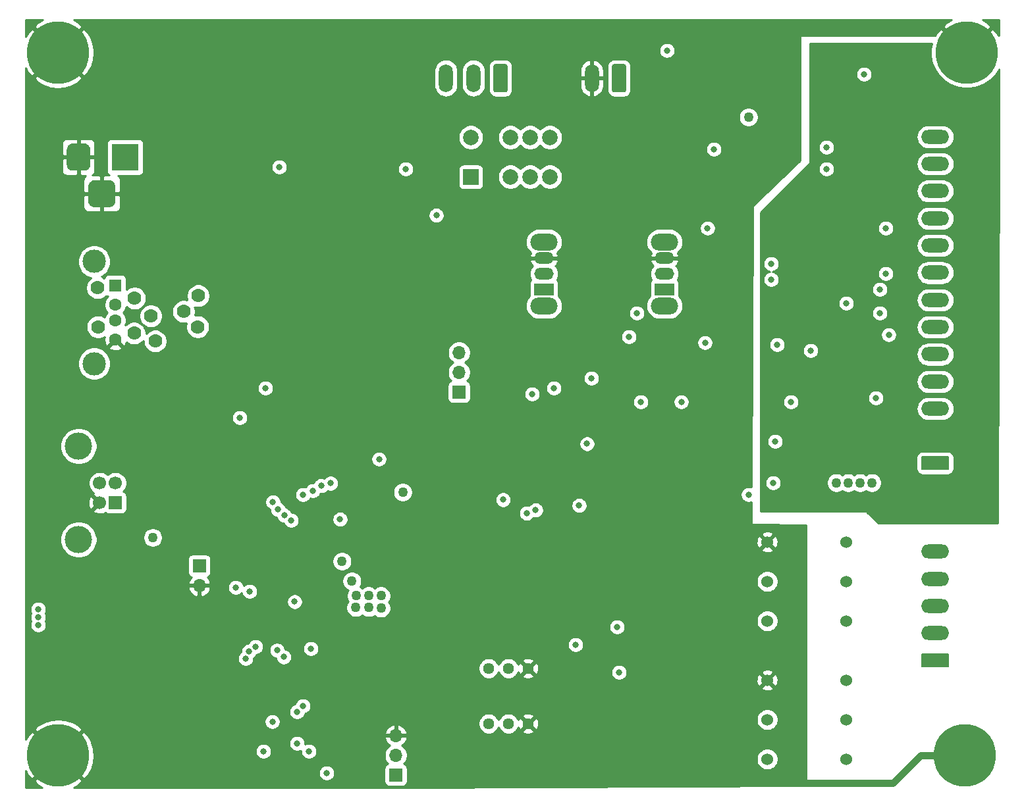
<source format=gbr>
G04 #@! TF.GenerationSoftware,KiCad,Pcbnew,(5.1.5-0-10_14)*
G04 #@! TF.CreationDate,2020-11-15T00:29:35-05:00*
G04 #@! TF.ProjectId,quantar-interface,7175616e-7461-4722-9d69-6e7465726661,rev?*
G04 #@! TF.SameCoordinates,Original*
G04 #@! TF.FileFunction,Copper,L3,Inr*
G04 #@! TF.FilePolarity,Positive*
%FSLAX46Y46*%
G04 Gerber Fmt 4.6, Leading zero omitted, Abs format (unit mm)*
G04 Created by KiCad (PCBNEW (5.1.5-0-10_14)) date 2020-11-15 00:29:35*
%MOMM*%
%LPD*%
G04 APERTURE LIST*
%ADD10C,1.440000*%
%ADD11C,1.524000*%
%ADD12R,3.500000X3.500000*%
%ADD13C,0.100000*%
%ADD14C,3.000000*%
%ADD15R,1.600000X1.600000*%
%ADD16C,1.600000*%
%ADD17R,1.700000X1.700000*%
%ADD18C,1.700000*%
%ADD19C,3.500000*%
%ADD20O,1.700000X1.700000*%
%ADD21O,3.600000X1.800000*%
%ADD22O,1.800000X3.600000*%
%ADD23C,2.000000*%
%ADD24R,2.000000X2.000000*%
%ADD25R,2.500000X1.500000*%
%ADD26O,2.500000X1.500000*%
%ADD27O,3.500000X2.200000*%
%ADD28C,0.900000*%
%ADD29C,8.000000*%
%ADD30C,1.778000*%
%ADD31C,0.800000*%
%ADD32C,1.270000*%
%ADD33C,0.889000*%
%ADD34C,0.254000*%
G04 APERTURE END LIST*
D10*
X136906000Y-135636000D03*
X139446000Y-135636000D03*
X141986000Y-135636000D03*
X141986000Y-142748000D03*
X139446000Y-142748000D03*
X136906000Y-142748000D03*
D11*
X182880000Y-147320000D03*
X182880000Y-142240000D03*
X182880000Y-137160000D03*
X172720000Y-147320000D03*
X172720000Y-142240000D03*
X172720000Y-137160000D03*
D12*
X90170000Y-69850000D03*
G04 #@! TA.AperFunction,ViaPad*
D13*
G36*
X84993513Y-68103611D02*
G01*
X85066318Y-68114411D01*
X85137714Y-68132295D01*
X85207013Y-68157090D01*
X85273548Y-68188559D01*
X85336678Y-68226398D01*
X85395795Y-68270242D01*
X85450330Y-68319670D01*
X85499758Y-68374205D01*
X85543602Y-68433322D01*
X85581441Y-68496452D01*
X85612910Y-68562987D01*
X85637705Y-68632286D01*
X85655589Y-68703682D01*
X85666389Y-68776487D01*
X85670000Y-68850000D01*
X85670000Y-70850000D01*
X85666389Y-70923513D01*
X85655589Y-70996318D01*
X85637705Y-71067714D01*
X85612910Y-71137013D01*
X85581441Y-71203548D01*
X85543602Y-71266678D01*
X85499758Y-71325795D01*
X85450330Y-71380330D01*
X85395795Y-71429758D01*
X85336678Y-71473602D01*
X85273548Y-71511441D01*
X85207013Y-71542910D01*
X85137714Y-71567705D01*
X85066318Y-71585589D01*
X84993513Y-71596389D01*
X84920000Y-71600000D01*
X83420000Y-71600000D01*
X83346487Y-71596389D01*
X83273682Y-71585589D01*
X83202286Y-71567705D01*
X83132987Y-71542910D01*
X83066452Y-71511441D01*
X83003322Y-71473602D01*
X82944205Y-71429758D01*
X82889670Y-71380330D01*
X82840242Y-71325795D01*
X82796398Y-71266678D01*
X82758559Y-71203548D01*
X82727090Y-71137013D01*
X82702295Y-71067714D01*
X82684411Y-70996318D01*
X82673611Y-70923513D01*
X82670000Y-70850000D01*
X82670000Y-68850000D01*
X82673611Y-68776487D01*
X82684411Y-68703682D01*
X82702295Y-68632286D01*
X82727090Y-68562987D01*
X82758559Y-68496452D01*
X82796398Y-68433322D01*
X82840242Y-68374205D01*
X82889670Y-68319670D01*
X82944205Y-68270242D01*
X83003322Y-68226398D01*
X83066452Y-68188559D01*
X83132987Y-68157090D01*
X83202286Y-68132295D01*
X83273682Y-68114411D01*
X83346487Y-68103611D01*
X83420000Y-68100000D01*
X84920000Y-68100000D01*
X84993513Y-68103611D01*
G37*
G04 #@! TD.AperFunction*
G04 #@! TA.AperFunction,ViaPad*
G36*
X88130765Y-72804213D02*
G01*
X88215704Y-72816813D01*
X88298999Y-72837677D01*
X88379848Y-72866605D01*
X88457472Y-72903319D01*
X88531124Y-72947464D01*
X88600094Y-72998616D01*
X88663718Y-73056282D01*
X88721384Y-73119906D01*
X88772536Y-73188876D01*
X88816681Y-73262528D01*
X88853395Y-73340152D01*
X88882323Y-73421001D01*
X88903187Y-73504296D01*
X88915787Y-73589235D01*
X88920000Y-73675000D01*
X88920000Y-75425000D01*
X88915787Y-75510765D01*
X88903187Y-75595704D01*
X88882323Y-75678999D01*
X88853395Y-75759848D01*
X88816681Y-75837472D01*
X88772536Y-75911124D01*
X88721384Y-75980094D01*
X88663718Y-76043718D01*
X88600094Y-76101384D01*
X88531124Y-76152536D01*
X88457472Y-76196681D01*
X88379848Y-76233395D01*
X88298999Y-76262323D01*
X88215704Y-76283187D01*
X88130765Y-76295787D01*
X88045000Y-76300000D01*
X86295000Y-76300000D01*
X86209235Y-76295787D01*
X86124296Y-76283187D01*
X86041001Y-76262323D01*
X85960152Y-76233395D01*
X85882528Y-76196681D01*
X85808876Y-76152536D01*
X85739906Y-76101384D01*
X85676282Y-76043718D01*
X85618616Y-75980094D01*
X85567464Y-75911124D01*
X85523319Y-75837472D01*
X85486605Y-75759848D01*
X85457677Y-75678999D01*
X85436813Y-75595704D01*
X85424213Y-75510765D01*
X85420000Y-75425000D01*
X85420000Y-73675000D01*
X85424213Y-73589235D01*
X85436813Y-73504296D01*
X85457677Y-73421001D01*
X85486605Y-73340152D01*
X85523319Y-73262528D01*
X85567464Y-73188876D01*
X85618616Y-73119906D01*
X85676282Y-73056282D01*
X85739906Y-72998616D01*
X85808876Y-72947464D01*
X85882528Y-72903319D01*
X85960152Y-72866605D01*
X86041001Y-72837677D01*
X86124296Y-72816813D01*
X86209235Y-72804213D01*
X86295000Y-72800000D01*
X88045000Y-72800000D01*
X88130765Y-72804213D01*
G37*
G04 #@! TD.AperFunction*
D14*
X86190000Y-96430000D03*
X86190000Y-83290000D03*
D15*
X88900000Y-86360000D03*
D16*
X88900000Y-88860000D03*
X88900000Y-90860000D03*
X88900000Y-93360000D03*
D17*
X88900000Y-114300000D03*
D18*
X88900000Y-111800000D03*
X86900000Y-111800000D03*
X86900000Y-114300000D03*
D19*
X84190000Y-119070000D03*
X84190000Y-107030000D03*
D17*
X124968000Y-149352000D03*
D20*
X124968000Y-146812000D03*
X124968000Y-144272000D03*
G04 #@! TA.AperFunction,ViaPad*
D13*
G36*
X195884504Y-133721204D02*
G01*
X195908773Y-133724804D01*
X195932571Y-133730765D01*
X195955671Y-133739030D01*
X195977849Y-133749520D01*
X195998893Y-133762133D01*
X196018598Y-133776747D01*
X196036777Y-133793223D01*
X196053253Y-133811402D01*
X196067867Y-133831107D01*
X196080480Y-133852151D01*
X196090970Y-133874329D01*
X196099235Y-133897429D01*
X196105196Y-133921227D01*
X196108796Y-133945496D01*
X196110000Y-133970000D01*
X196110000Y-135270000D01*
X196108796Y-135294504D01*
X196105196Y-135318773D01*
X196099235Y-135342571D01*
X196090970Y-135365671D01*
X196080480Y-135387849D01*
X196067867Y-135408893D01*
X196053253Y-135428598D01*
X196036777Y-135446777D01*
X196018598Y-135463253D01*
X195998893Y-135477867D01*
X195977849Y-135490480D01*
X195955671Y-135500970D01*
X195932571Y-135509235D01*
X195908773Y-135515196D01*
X195884504Y-135518796D01*
X195860000Y-135520000D01*
X192760000Y-135520000D01*
X192735496Y-135518796D01*
X192711227Y-135515196D01*
X192687429Y-135509235D01*
X192664329Y-135500970D01*
X192642151Y-135490480D01*
X192621107Y-135477867D01*
X192601402Y-135463253D01*
X192583223Y-135446777D01*
X192566747Y-135428598D01*
X192552133Y-135408893D01*
X192539520Y-135387849D01*
X192529030Y-135365671D01*
X192520765Y-135342571D01*
X192514804Y-135318773D01*
X192511204Y-135294504D01*
X192510000Y-135270000D01*
X192510000Y-133970000D01*
X192511204Y-133945496D01*
X192514804Y-133921227D01*
X192520765Y-133897429D01*
X192529030Y-133874329D01*
X192539520Y-133852151D01*
X192552133Y-133831107D01*
X192566747Y-133811402D01*
X192583223Y-133793223D01*
X192601402Y-133776747D01*
X192621107Y-133762133D01*
X192642151Y-133749520D01*
X192664329Y-133739030D01*
X192687429Y-133730765D01*
X192711227Y-133724804D01*
X192735496Y-133721204D01*
X192760000Y-133720000D01*
X195860000Y-133720000D01*
X195884504Y-133721204D01*
G37*
G04 #@! TD.AperFunction*
D21*
X194310000Y-131120000D03*
X194310000Y-127620000D03*
X194310000Y-124120000D03*
X194310000Y-120620000D03*
G04 #@! TA.AperFunction,ViaPad*
D13*
G36*
X139104504Y-57891204D02*
G01*
X139128773Y-57894804D01*
X139152571Y-57900765D01*
X139175671Y-57909030D01*
X139197849Y-57919520D01*
X139218893Y-57932133D01*
X139238598Y-57946747D01*
X139256777Y-57963223D01*
X139273253Y-57981402D01*
X139287867Y-58001107D01*
X139300480Y-58022151D01*
X139310970Y-58044329D01*
X139319235Y-58067429D01*
X139325196Y-58091227D01*
X139328796Y-58115496D01*
X139330000Y-58140000D01*
X139330000Y-61240000D01*
X139328796Y-61264504D01*
X139325196Y-61288773D01*
X139319235Y-61312571D01*
X139310970Y-61335671D01*
X139300480Y-61357849D01*
X139287867Y-61378893D01*
X139273253Y-61398598D01*
X139256777Y-61416777D01*
X139238598Y-61433253D01*
X139218893Y-61447867D01*
X139197849Y-61460480D01*
X139175671Y-61470970D01*
X139152571Y-61479235D01*
X139128773Y-61485196D01*
X139104504Y-61488796D01*
X139080000Y-61490000D01*
X137780000Y-61490000D01*
X137755496Y-61488796D01*
X137731227Y-61485196D01*
X137707429Y-61479235D01*
X137684329Y-61470970D01*
X137662151Y-61460480D01*
X137641107Y-61447867D01*
X137621402Y-61433253D01*
X137603223Y-61416777D01*
X137586747Y-61398598D01*
X137572133Y-61378893D01*
X137559520Y-61357849D01*
X137549030Y-61335671D01*
X137540765Y-61312571D01*
X137534804Y-61288773D01*
X137531204Y-61264504D01*
X137530000Y-61240000D01*
X137530000Y-58140000D01*
X137531204Y-58115496D01*
X137534804Y-58091227D01*
X137540765Y-58067429D01*
X137549030Y-58044329D01*
X137559520Y-58022151D01*
X137572133Y-58001107D01*
X137586747Y-57981402D01*
X137603223Y-57963223D01*
X137621402Y-57946747D01*
X137641107Y-57932133D01*
X137662151Y-57919520D01*
X137684329Y-57909030D01*
X137707429Y-57900765D01*
X137731227Y-57894804D01*
X137755496Y-57891204D01*
X137780000Y-57890000D01*
X139080000Y-57890000D01*
X139104504Y-57891204D01*
G37*
G04 #@! TD.AperFunction*
D22*
X134930000Y-59690000D03*
X131430000Y-59690000D03*
G04 #@! TA.AperFunction,ViaPad*
D13*
G36*
X154344504Y-57891204D02*
G01*
X154368773Y-57894804D01*
X154392571Y-57900765D01*
X154415671Y-57909030D01*
X154437849Y-57919520D01*
X154458893Y-57932133D01*
X154478598Y-57946747D01*
X154496777Y-57963223D01*
X154513253Y-57981402D01*
X154527867Y-58001107D01*
X154540480Y-58022151D01*
X154550970Y-58044329D01*
X154559235Y-58067429D01*
X154565196Y-58091227D01*
X154568796Y-58115496D01*
X154570000Y-58140000D01*
X154570000Y-61240000D01*
X154568796Y-61264504D01*
X154565196Y-61288773D01*
X154559235Y-61312571D01*
X154550970Y-61335671D01*
X154540480Y-61357849D01*
X154527867Y-61378893D01*
X154513253Y-61398598D01*
X154496777Y-61416777D01*
X154478598Y-61433253D01*
X154458893Y-61447867D01*
X154437849Y-61460480D01*
X154415671Y-61470970D01*
X154392571Y-61479235D01*
X154368773Y-61485196D01*
X154344504Y-61488796D01*
X154320000Y-61490000D01*
X153020000Y-61490000D01*
X152995496Y-61488796D01*
X152971227Y-61485196D01*
X152947429Y-61479235D01*
X152924329Y-61470970D01*
X152902151Y-61460480D01*
X152881107Y-61447867D01*
X152861402Y-61433253D01*
X152843223Y-61416777D01*
X152826747Y-61398598D01*
X152812133Y-61378893D01*
X152799520Y-61357849D01*
X152789030Y-61335671D01*
X152780765Y-61312571D01*
X152774804Y-61288773D01*
X152771204Y-61264504D01*
X152770000Y-61240000D01*
X152770000Y-58140000D01*
X152771204Y-58115496D01*
X152774804Y-58091227D01*
X152780765Y-58067429D01*
X152789030Y-58044329D01*
X152799520Y-58022151D01*
X152812133Y-58001107D01*
X152826747Y-57981402D01*
X152843223Y-57963223D01*
X152861402Y-57946747D01*
X152881107Y-57932133D01*
X152902151Y-57919520D01*
X152924329Y-57909030D01*
X152947429Y-57900765D01*
X152971227Y-57894804D01*
X152995496Y-57891204D01*
X153020000Y-57890000D01*
X154320000Y-57890000D01*
X154344504Y-57891204D01*
G37*
G04 #@! TD.AperFunction*
D22*
X150170000Y-59690000D03*
G04 #@! TA.AperFunction,ViaPad*
D13*
G36*
X195884504Y-108321204D02*
G01*
X195908773Y-108324804D01*
X195932571Y-108330765D01*
X195955671Y-108339030D01*
X195977849Y-108349520D01*
X195998893Y-108362133D01*
X196018598Y-108376747D01*
X196036777Y-108393223D01*
X196053253Y-108411402D01*
X196067867Y-108431107D01*
X196080480Y-108452151D01*
X196090970Y-108474329D01*
X196099235Y-108497429D01*
X196105196Y-108521227D01*
X196108796Y-108545496D01*
X196110000Y-108570000D01*
X196110000Y-109870000D01*
X196108796Y-109894504D01*
X196105196Y-109918773D01*
X196099235Y-109942571D01*
X196090970Y-109965671D01*
X196080480Y-109987849D01*
X196067867Y-110008893D01*
X196053253Y-110028598D01*
X196036777Y-110046777D01*
X196018598Y-110063253D01*
X195998893Y-110077867D01*
X195977849Y-110090480D01*
X195955671Y-110100970D01*
X195932571Y-110109235D01*
X195908773Y-110115196D01*
X195884504Y-110118796D01*
X195860000Y-110120000D01*
X192760000Y-110120000D01*
X192735496Y-110118796D01*
X192711227Y-110115196D01*
X192687429Y-110109235D01*
X192664329Y-110100970D01*
X192642151Y-110090480D01*
X192621107Y-110077867D01*
X192601402Y-110063253D01*
X192583223Y-110046777D01*
X192566747Y-110028598D01*
X192552133Y-110008893D01*
X192539520Y-109987849D01*
X192529030Y-109965671D01*
X192520765Y-109942571D01*
X192514804Y-109918773D01*
X192511204Y-109894504D01*
X192510000Y-109870000D01*
X192510000Y-108570000D01*
X192511204Y-108545496D01*
X192514804Y-108521227D01*
X192520765Y-108497429D01*
X192529030Y-108474329D01*
X192539520Y-108452151D01*
X192552133Y-108431107D01*
X192566747Y-108411402D01*
X192583223Y-108393223D01*
X192601402Y-108376747D01*
X192621107Y-108362133D01*
X192642151Y-108349520D01*
X192664329Y-108339030D01*
X192687429Y-108330765D01*
X192711227Y-108324804D01*
X192735496Y-108321204D01*
X192760000Y-108320000D01*
X195860000Y-108320000D01*
X195884504Y-108321204D01*
G37*
G04 #@! TD.AperFunction*
D21*
X194310000Y-105720000D03*
X194310000Y-102220000D03*
X194310000Y-98720000D03*
X194310000Y-95220000D03*
X194310000Y-91720000D03*
X194310000Y-88220000D03*
X194310000Y-84720000D03*
X194310000Y-81220000D03*
X194310000Y-77720000D03*
X194310000Y-74220000D03*
X194310000Y-70720000D03*
X194310000Y-67220000D03*
D20*
X133096000Y-94996000D03*
X133096000Y-97536000D03*
D17*
X133096000Y-100076000D03*
D23*
X142240000Y-67310000D03*
X142240000Y-72390000D03*
X134620000Y-67310000D03*
X139700000Y-67310000D03*
D24*
X134620000Y-72390000D03*
D23*
X139700000Y-72390000D03*
X144780000Y-67310000D03*
X144780000Y-72390000D03*
D25*
X159512000Y-86868000D03*
D26*
X159512000Y-84868000D03*
X159512000Y-82868000D03*
D27*
X159512000Y-88968000D03*
X159512000Y-80768000D03*
X144018000Y-80768000D03*
X144018000Y-88968000D03*
D26*
X144018000Y-82868000D03*
X144018000Y-84868000D03*
D25*
X144018000Y-86868000D03*
D11*
X172720000Y-119380000D03*
X172720000Y-124460000D03*
X172720000Y-129540000D03*
X182880000Y-119380000D03*
X182880000Y-124460000D03*
X182880000Y-129540000D03*
D17*
X99695000Y-122428000D03*
D20*
X99695000Y-124968000D03*
D28*
X83655320Y-54266680D03*
X81534000Y-53388000D03*
X79412680Y-54266680D03*
X78534000Y-56388000D03*
X79412680Y-58509320D03*
X81534000Y-59388000D03*
X83655320Y-58509320D03*
X84534000Y-56388000D03*
D29*
X81534000Y-56388000D03*
X198374000Y-56388000D03*
D28*
X201374000Y-56388000D03*
X200495320Y-58509320D03*
X198374000Y-59388000D03*
X196252680Y-58509320D03*
X195374000Y-56388000D03*
X196252680Y-54266680D03*
X198374000Y-53388000D03*
X200495320Y-54266680D03*
X200241320Y-144690680D03*
X198120000Y-143812000D03*
X195998680Y-144690680D03*
X195120000Y-146812000D03*
X195998680Y-148933320D03*
X198120000Y-149812000D03*
X200241320Y-148933320D03*
X201120000Y-146812000D03*
D29*
X198120000Y-146812000D03*
X81534000Y-146812000D03*
D28*
X84534000Y-146812000D03*
X83655320Y-148933320D03*
X81534000Y-149812000D03*
X79412680Y-148933320D03*
X78534000Y-146812000D03*
X79412680Y-144690680D03*
X81534000Y-143812000D03*
X83655320Y-144690680D03*
D30*
X86614000Y-86677500D03*
X86677500Y-91694000D03*
X91376500Y-88011000D03*
X91313000Y-92519500D03*
X93472000Y-90297000D03*
X97663000Y-89725500D03*
X99568000Y-87693500D03*
X94043500Y-93535500D03*
X99504500Y-91694000D03*
D31*
X165036500Y-78994000D03*
D32*
X119316500Y-124396500D03*
X119888000Y-126301500D03*
X119824500Y-127825500D03*
X121475500Y-126301500D03*
X121475500Y-127825500D03*
X123063000Y-126301500D03*
X123063000Y-127889000D03*
D31*
X109093000Y-142494000D03*
X78994000Y-130048000D03*
X78994000Y-129032000D03*
X78994000Y-128016000D03*
D32*
X93726000Y-118808500D03*
D31*
X116078000Y-149098000D03*
X165862000Y-68834000D03*
D30*
X106934000Y-61468000D03*
X106934000Y-63500000D03*
X106934000Y-59436000D03*
X117348000Y-71882000D03*
X121666000Y-71882000D03*
X122936000Y-55372000D03*
X122936000Y-57404000D03*
X122936000Y-59436000D03*
X122936000Y-61468000D03*
X122936000Y-63500000D03*
X122936000Y-65532000D03*
X122936000Y-67564000D03*
X122936000Y-69596000D03*
X99568000Y-75438000D03*
X99568000Y-73406000D03*
X99568000Y-71120000D03*
D31*
X95758000Y-92202000D03*
D32*
X103886000Y-101092000D03*
D30*
X117348000Y-73914000D03*
D31*
X104902000Y-139446000D03*
X87122000Y-144018000D03*
X89154000Y-133096000D03*
X83312000Y-125222000D03*
X83820000Y-128778000D03*
X90170000Y-123190000D03*
X109220000Y-148590000D03*
X103886000Y-149606000D03*
X99568000Y-147066000D03*
X90170000Y-147320000D03*
X121920000Y-141986000D03*
X120904000Y-144018000D03*
X105918000Y-141986000D03*
X91948000Y-131318000D03*
X99060000Y-140970000D03*
X98080990Y-115824000D03*
X172339000Y-63500000D03*
X171450000Y-54610000D03*
X164846000Y-76200000D03*
X165354000Y-96266000D03*
X165354000Y-106426000D03*
X155194000Y-103886000D03*
X165608000Y-99568000D03*
X158242000Y-101092000D03*
X153670000Y-96012000D03*
X146050000Y-92710000D03*
X135128000Y-83058000D03*
X146050000Y-97282000D03*
X151638000Y-112522000D03*
X135382000Y-108712000D03*
X132842000Y-108712000D03*
X129286000Y-93218000D03*
D30*
X103187500Y-53213000D03*
X100203000Y-53276500D03*
X79121000Y-80899000D03*
X82105500Y-80899000D03*
X79121000Y-77787500D03*
X82169000Y-77787500D03*
X85090000Y-79375000D03*
X88138000Y-79375000D03*
X90678000Y-76962000D03*
X79121000Y-72072500D03*
X79121000Y-67754500D03*
X82232500Y-73342500D03*
X92202000Y-63309500D03*
X93535500Y-66484500D03*
X82613500Y-65595500D03*
X85471000Y-65595500D03*
X90932000Y-83185000D03*
X92456000Y-74104500D03*
D31*
X107451435Y-124206000D03*
X98298000Y-108966000D03*
D30*
X79121000Y-87757000D03*
X82105500Y-87757000D03*
X79121000Y-84645500D03*
X82169000Y-84645500D03*
X79121000Y-91313000D03*
X82105500Y-94424500D03*
X82169000Y-91313000D03*
X79121000Y-94424500D03*
X82042000Y-101282500D03*
X79057500Y-98171000D03*
X79057500Y-101282500D03*
X82105500Y-98171000D03*
X78930500Y-104394000D03*
X85534500Y-101282500D03*
X92773500Y-97345500D03*
X89154000Y-98298000D03*
X89154000Y-104267000D03*
X96710500Y-97345500D03*
X92773500Y-105600500D03*
X96774000Y-105600500D03*
X100457000Y-105537000D03*
X123507500Y-100139500D03*
X123507500Y-95758000D03*
X123507500Y-91694000D03*
X123507500Y-87947500D03*
X125349000Y-84455000D03*
X125285500Y-80645000D03*
X121793000Y-80645000D03*
X121793000Y-84518500D03*
X118300500Y-80581500D03*
X118300500Y-84518500D03*
X114363500Y-84518500D03*
X110744000Y-98615500D03*
D31*
X114935000Y-128206500D03*
X119126000Y-119474000D03*
X116840000Y-119474000D03*
X114808000Y-138684000D03*
D30*
X143256000Y-120396000D03*
X137414000Y-120374000D03*
D31*
X117983000Y-131953000D03*
D32*
X125222000Y-137414000D03*
X125222000Y-139700000D03*
X127063500Y-141795500D03*
X130556000Y-139319000D03*
X133032500Y-139319000D03*
X133667500Y-141859000D03*
X129286000Y-144272000D03*
X129286000Y-147129500D03*
X129286000Y-149923500D03*
X132143500Y-144272000D03*
X132143500Y-149923500D03*
X132143500Y-147129500D03*
X135064500Y-149923500D03*
X135064500Y-147129500D03*
X135064500Y-144272000D03*
X129159000Y-131572000D03*
X131191000Y-129540000D03*
X133413500Y-132270500D03*
X136842500Y-132270500D03*
X136842500Y-129476500D03*
X136842500Y-126428500D03*
X143383000Y-125920500D03*
X142049500Y-139255500D03*
X145859500Y-139636500D03*
X145859500Y-142811500D03*
X161544000Y-135382000D03*
X163703000Y-135318500D03*
X161544000Y-140081000D03*
X163703000Y-140081000D03*
X154178000Y-139319000D03*
X155257500Y-141478000D03*
X154114500Y-143700500D03*
X141160500Y-149923500D03*
X138303000Y-149923500D03*
X144081500Y-149923500D03*
X153225500Y-149923500D03*
X147447000Y-149923500D03*
X150304500Y-149923500D03*
X159385000Y-149923500D03*
X162306000Y-149923500D03*
X156527500Y-149923500D03*
X168529000Y-149923500D03*
X165671500Y-149923500D03*
X168529000Y-135001000D03*
X168529000Y-144081500D03*
X168529000Y-141160500D03*
X168529000Y-146939000D03*
X168529000Y-137858500D03*
X163131500Y-143700500D03*
X157353000Y-143700500D03*
X160210500Y-143700500D03*
X153098500Y-128143000D03*
X147320000Y-128143000D03*
X150177500Y-128143000D03*
X168465500Y-120269000D03*
X168465500Y-123571000D03*
X163576000Y-123507500D03*
X155829000Y-124269500D03*
X155829000Y-120713500D03*
X171450000Y-133096000D03*
X174244000Y-133096000D03*
X174244000Y-139700000D03*
X174244000Y-149860000D03*
X174244000Y-121920000D03*
X131572000Y-126428500D03*
D31*
X125476000Y-125730000D03*
X125476000Y-128016000D03*
X125476000Y-123444000D03*
X125476000Y-121158000D03*
X112268000Y-136144000D03*
D32*
X157480000Y-133096000D03*
X162306000Y-133096000D03*
X160020000Y-131064000D03*
X160020000Y-126492000D03*
D31*
X116586000Y-131953000D03*
D30*
X112204500Y-105346500D03*
X115633500Y-105346500D03*
X119062500Y-105346500D03*
X122555000Y-105346500D03*
D31*
X113665000Y-136144000D03*
X115062000Y-136144000D03*
X116459000Y-136144000D03*
X117856000Y-136144000D03*
X119253000Y-136144000D03*
X131064000Y-134366000D03*
X127635000Y-133985000D03*
D32*
X136906000Y-137922000D03*
D30*
X130810000Y-120374000D03*
D32*
X151638000Y-117856000D03*
X155829000Y-117856000D03*
X163576000Y-117856000D03*
D31*
X114046000Y-133096000D03*
X126238000Y-71374000D03*
X109982000Y-71120000D03*
D32*
X118046500Y-121856500D03*
X125857000Y-112966500D03*
X170307000Y-64706500D03*
D31*
X148526500Y-114681000D03*
X122809000Y-108712000D03*
X112268000Y-145288000D03*
X104394000Y-125222000D03*
X138764795Y-113939457D03*
X109156500Y-114236500D03*
X142952278Y-115266278D03*
X179070000Y-78486000D03*
X186436000Y-72898000D03*
X173736000Y-88900000D03*
X181102000Y-97028000D03*
X185420000Y-75184000D03*
X173736000Y-98806000D03*
X180848000Y-99822000D03*
X173736000Y-108966000D03*
X181233660Y-91317660D03*
X181102000Y-105410000D03*
X188177010Y-82840990D03*
X177546000Y-81280000D03*
X178308000Y-94742000D03*
X185166000Y-59182000D03*
X180340000Y-68580000D03*
X180340000Y-71374000D03*
X187960000Y-78994000D03*
D32*
X181610000Y-111760000D03*
X183134000Y-111760000D03*
X184658000Y-111760000D03*
X186182000Y-111760000D03*
D31*
X173482000Y-111760000D03*
X175768000Y-101346000D03*
X107950000Y-146304000D03*
X110553500Y-134175500D03*
X116586000Y-111823500D03*
X130175000Y-77343000D03*
X159829500Y-56134000D03*
X114300000Y-112776000D03*
X105664000Y-134366000D03*
X111950500Y-127063500D03*
X117792500Y-116459000D03*
X149542500Y-106743500D03*
X141809278Y-115668490D03*
X112268000Y-141224000D03*
X113030000Y-140462000D03*
X150114000Y-98298000D03*
X173228000Y-83566000D03*
X173228000Y-85598000D03*
X187198000Y-89916000D03*
X186690000Y-100838000D03*
X187198000Y-86868000D03*
X188341000Y-92710000D03*
X155956000Y-89916000D03*
X154940000Y-92964000D03*
X113792000Y-146304000D03*
X113030000Y-113284000D03*
X115379500Y-112141000D03*
X109701490Y-133310618D03*
X145288000Y-99568000D03*
X106172000Y-125730000D03*
X142494000Y-100330000D03*
X109791500Y-115189000D03*
X153416000Y-130302000D03*
X153670000Y-136144000D03*
X108204000Y-99568000D03*
X104902000Y-103378000D03*
X106086231Y-133459499D03*
X111506000Y-116586000D03*
X156464000Y-101346000D03*
X106934000Y-132842000D03*
X110617000Y-115951000D03*
X164719000Y-93726000D03*
X182880000Y-88646000D03*
X170307000Y-113284000D03*
X173736000Y-106426000D03*
X173990000Y-93980000D03*
X187960000Y-84836000D03*
X161671000Y-101346000D03*
X148082000Y-132588000D03*
D33*
X192463146Y-146812000D02*
X188907146Y-150368000D01*
X198120000Y-146812000D02*
X192463146Y-146812000D01*
X188907146Y-150368000D02*
X177546000Y-150368000D01*
D34*
G36*
X78993121Y-52484725D02*
G01*
X78900197Y-52546815D01*
X78444025Y-53118420D01*
X81534000Y-56208395D01*
X84623975Y-53118420D01*
X84167803Y-52546815D01*
X83531819Y-52197000D01*
X196387310Y-52197000D01*
X195833121Y-52484725D01*
X195740197Y-52546815D01*
X195284025Y-53118420D01*
X196394605Y-54229000D01*
X196035395Y-54229000D01*
X195104420Y-53298025D01*
X194532815Y-53754197D01*
X194271656Y-54229000D01*
X177038000Y-54229000D01*
X177013224Y-54231440D01*
X176989399Y-54238667D01*
X176967443Y-54250403D01*
X176948197Y-54266197D01*
X176932403Y-54285443D01*
X176920667Y-54307399D01*
X176913440Y-54331224D01*
X176911000Y-54356000D01*
X176911000Y-70303805D01*
X170854128Y-76108307D01*
X170837928Y-76127212D01*
X170825728Y-76148914D01*
X170817995Y-76172580D01*
X170815001Y-76199605D01*
X170702628Y-112327598D01*
X170608898Y-112288774D01*
X170408939Y-112249000D01*
X170205061Y-112249000D01*
X170005102Y-112288774D01*
X169816744Y-112366795D01*
X169647226Y-112480063D01*
X169503063Y-112624226D01*
X169389795Y-112793744D01*
X169311774Y-112982102D01*
X169272000Y-113182061D01*
X169272000Y-113385939D01*
X169311774Y-113585898D01*
X169389795Y-113774256D01*
X169503063Y-113943774D01*
X169647226Y-114087937D01*
X169816744Y-114201205D01*
X170005102Y-114279226D01*
X170205061Y-114319000D01*
X170408939Y-114319000D01*
X170608898Y-114279226D01*
X170696670Y-114242869D01*
X170688001Y-117030105D01*
X170690364Y-117054889D01*
X170697517Y-117078736D01*
X170709184Y-117100729D01*
X170724919Y-117120023D01*
X170744114Y-117135877D01*
X170766034Y-117147681D01*
X170789836Y-117154982D01*
X170813846Y-117157495D01*
X177673000Y-117219851D01*
X177673000Y-150749628D01*
X126491775Y-151003000D01*
X83520690Y-151003000D01*
X84074879Y-150715275D01*
X84167803Y-150653185D01*
X84623975Y-150081580D01*
X81534000Y-146991605D01*
X78444025Y-150081580D01*
X78900197Y-150653185D01*
X79536181Y-151003000D01*
X77343000Y-151003000D01*
X77343000Y-148798690D01*
X77630725Y-149352879D01*
X77692815Y-149445803D01*
X78264420Y-149901975D01*
X81354395Y-146812000D01*
X81713605Y-146812000D01*
X84803580Y-149901975D01*
X85375185Y-149445803D01*
X85622559Y-148996061D01*
X115043000Y-148996061D01*
X115043000Y-149199939D01*
X115082774Y-149399898D01*
X115160795Y-149588256D01*
X115274063Y-149757774D01*
X115418226Y-149901937D01*
X115587744Y-150015205D01*
X115776102Y-150093226D01*
X115976061Y-150133000D01*
X116179939Y-150133000D01*
X116379898Y-150093226D01*
X116568256Y-150015205D01*
X116737774Y-149901937D01*
X116881937Y-149757774D01*
X116995205Y-149588256D01*
X117073226Y-149399898D01*
X117113000Y-149199939D01*
X117113000Y-148996061D01*
X117073226Y-148796102D01*
X116995205Y-148607744D01*
X116924550Y-148502000D01*
X123479928Y-148502000D01*
X123479928Y-150202000D01*
X123492188Y-150326482D01*
X123528498Y-150446180D01*
X123587463Y-150556494D01*
X123666815Y-150653185D01*
X123763506Y-150732537D01*
X123873820Y-150791502D01*
X123993518Y-150827812D01*
X124118000Y-150840072D01*
X125818000Y-150840072D01*
X125942482Y-150827812D01*
X126062180Y-150791502D01*
X126172494Y-150732537D01*
X126269185Y-150653185D01*
X126348537Y-150556494D01*
X126407502Y-150446180D01*
X126443812Y-150326482D01*
X126456072Y-150202000D01*
X126456072Y-148502000D01*
X126443812Y-148377518D01*
X126407502Y-148257820D01*
X126348537Y-148147506D01*
X126269185Y-148050815D01*
X126172494Y-147971463D01*
X126062180Y-147912498D01*
X125989620Y-147890487D01*
X126121475Y-147758632D01*
X126283990Y-147515411D01*
X126395932Y-147245158D01*
X126408413Y-147182408D01*
X171323000Y-147182408D01*
X171323000Y-147457592D01*
X171376686Y-147727490D01*
X171481995Y-147981727D01*
X171634880Y-148210535D01*
X171829465Y-148405120D01*
X172058273Y-148558005D01*
X172312510Y-148663314D01*
X172582408Y-148717000D01*
X172857592Y-148717000D01*
X173127490Y-148663314D01*
X173381727Y-148558005D01*
X173610535Y-148405120D01*
X173805120Y-148210535D01*
X173958005Y-147981727D01*
X174063314Y-147727490D01*
X174117000Y-147457592D01*
X174117000Y-147182408D01*
X174063314Y-146912510D01*
X173958005Y-146658273D01*
X173805120Y-146429465D01*
X173610535Y-146234880D01*
X173381727Y-146081995D01*
X173127490Y-145976686D01*
X172857592Y-145923000D01*
X172582408Y-145923000D01*
X172312510Y-145976686D01*
X172058273Y-146081995D01*
X171829465Y-146234880D01*
X171634880Y-146429465D01*
X171481995Y-146658273D01*
X171376686Y-146912510D01*
X171323000Y-147182408D01*
X126408413Y-147182408D01*
X126453000Y-146958260D01*
X126453000Y-146665740D01*
X126395932Y-146378842D01*
X126283990Y-146108589D01*
X126121475Y-145865368D01*
X125914632Y-145658525D01*
X125732466Y-145536805D01*
X125849355Y-145467178D01*
X126065588Y-145272269D01*
X126239641Y-145038920D01*
X126364825Y-144776099D01*
X126409476Y-144628890D01*
X126288155Y-144399000D01*
X125095000Y-144399000D01*
X125095000Y-144419000D01*
X124841000Y-144419000D01*
X124841000Y-144399000D01*
X123647845Y-144399000D01*
X123526524Y-144628890D01*
X123571175Y-144776099D01*
X123696359Y-145038920D01*
X123870412Y-145272269D01*
X124086645Y-145467178D01*
X124203534Y-145536805D01*
X124021368Y-145658525D01*
X123814525Y-145865368D01*
X123652010Y-146108589D01*
X123540068Y-146378842D01*
X123483000Y-146665740D01*
X123483000Y-146958260D01*
X123540068Y-147245158D01*
X123652010Y-147515411D01*
X123814525Y-147758632D01*
X123946380Y-147890487D01*
X123873820Y-147912498D01*
X123763506Y-147971463D01*
X123666815Y-148050815D01*
X123587463Y-148147506D01*
X123528498Y-148257820D01*
X123492188Y-148377518D01*
X123479928Y-148502000D01*
X116924550Y-148502000D01*
X116881937Y-148438226D01*
X116737774Y-148294063D01*
X116568256Y-148180795D01*
X116379898Y-148102774D01*
X116179939Y-148063000D01*
X115976061Y-148063000D01*
X115776102Y-148102774D01*
X115587744Y-148180795D01*
X115418226Y-148294063D01*
X115274063Y-148438226D01*
X115160795Y-148607744D01*
X115082774Y-148796102D01*
X115043000Y-148996061D01*
X85622559Y-148996061D01*
X85815207Y-148645817D01*
X86090704Y-147775359D01*
X86191091Y-146867879D01*
X86133571Y-146202061D01*
X106915000Y-146202061D01*
X106915000Y-146405939D01*
X106954774Y-146605898D01*
X107032795Y-146794256D01*
X107146063Y-146963774D01*
X107290226Y-147107937D01*
X107459744Y-147221205D01*
X107648102Y-147299226D01*
X107848061Y-147339000D01*
X108051939Y-147339000D01*
X108251898Y-147299226D01*
X108440256Y-147221205D01*
X108609774Y-147107937D01*
X108753937Y-146963774D01*
X108867205Y-146794256D01*
X108945226Y-146605898D01*
X108985000Y-146405939D01*
X108985000Y-146202061D01*
X108945226Y-146002102D01*
X108867205Y-145813744D01*
X108753937Y-145644226D01*
X108609774Y-145500063D01*
X108440256Y-145386795D01*
X108251898Y-145308774D01*
X108051939Y-145269000D01*
X107848061Y-145269000D01*
X107648102Y-145308774D01*
X107459744Y-145386795D01*
X107290226Y-145500063D01*
X107146063Y-145644226D01*
X107032795Y-145813744D01*
X106954774Y-146002102D01*
X106915000Y-146202061D01*
X86133571Y-146202061D01*
X86112508Y-145958252D01*
X85888348Y-145186061D01*
X111233000Y-145186061D01*
X111233000Y-145389939D01*
X111272774Y-145589898D01*
X111350795Y-145778256D01*
X111464063Y-145947774D01*
X111608226Y-146091937D01*
X111777744Y-146205205D01*
X111966102Y-146283226D01*
X112166061Y-146323000D01*
X112369939Y-146323000D01*
X112569898Y-146283226D01*
X112757000Y-146205725D01*
X112757000Y-146405939D01*
X112796774Y-146605898D01*
X112874795Y-146794256D01*
X112988063Y-146963774D01*
X113132226Y-147107937D01*
X113301744Y-147221205D01*
X113490102Y-147299226D01*
X113690061Y-147339000D01*
X113893939Y-147339000D01*
X114093898Y-147299226D01*
X114282256Y-147221205D01*
X114451774Y-147107937D01*
X114595937Y-146963774D01*
X114709205Y-146794256D01*
X114787226Y-146605898D01*
X114827000Y-146405939D01*
X114827000Y-146202061D01*
X114787226Y-146002102D01*
X114709205Y-145813744D01*
X114595937Y-145644226D01*
X114451774Y-145500063D01*
X114282256Y-145386795D01*
X114093898Y-145308774D01*
X113893939Y-145269000D01*
X113690061Y-145269000D01*
X113490102Y-145308774D01*
X113303000Y-145386275D01*
X113303000Y-145186061D01*
X113263226Y-144986102D01*
X113185205Y-144797744D01*
X113071937Y-144628226D01*
X112927774Y-144484063D01*
X112758256Y-144370795D01*
X112569898Y-144292774D01*
X112369939Y-144253000D01*
X112166061Y-144253000D01*
X111966102Y-144292774D01*
X111777744Y-144370795D01*
X111608226Y-144484063D01*
X111464063Y-144628226D01*
X111350795Y-144797744D01*
X111272774Y-144986102D01*
X111233000Y-145186061D01*
X85888348Y-145186061D01*
X85857975Y-145081434D01*
X85437275Y-144271121D01*
X85375185Y-144178197D01*
X85045525Y-143915110D01*
X123526524Y-143915110D01*
X123647845Y-144145000D01*
X124841000Y-144145000D01*
X124841000Y-142951186D01*
X125095000Y-142951186D01*
X125095000Y-144145000D01*
X126288155Y-144145000D01*
X126409476Y-143915110D01*
X126364825Y-143767901D01*
X126239641Y-143505080D01*
X126065588Y-143271731D01*
X125849355Y-143076822D01*
X125599252Y-142927843D01*
X125324891Y-142830519D01*
X125095000Y-142951186D01*
X124841000Y-142951186D01*
X124611109Y-142830519D01*
X124336748Y-142927843D01*
X124086645Y-143076822D01*
X123870412Y-143271731D01*
X123696359Y-143505080D01*
X123571175Y-143767901D01*
X123526524Y-143915110D01*
X85045525Y-143915110D01*
X84803580Y-143722025D01*
X81713605Y-146812000D01*
X81354395Y-146812000D01*
X78264420Y-143722025D01*
X77692815Y-144178197D01*
X77343000Y-144814181D01*
X77343000Y-143542420D01*
X78444025Y-143542420D01*
X81534000Y-146632395D01*
X84623975Y-143542420D01*
X84167803Y-142970815D01*
X83367817Y-142530793D01*
X82929481Y-142392061D01*
X108058000Y-142392061D01*
X108058000Y-142595939D01*
X108097774Y-142795898D01*
X108175795Y-142984256D01*
X108289063Y-143153774D01*
X108433226Y-143297937D01*
X108602744Y-143411205D01*
X108791102Y-143489226D01*
X108991061Y-143529000D01*
X109194939Y-143529000D01*
X109394898Y-143489226D01*
X109583256Y-143411205D01*
X109752774Y-143297937D01*
X109896937Y-143153774D01*
X110010205Y-142984256D01*
X110088226Y-142795898D01*
X110124299Y-142614544D01*
X135551000Y-142614544D01*
X135551000Y-142881456D01*
X135603072Y-143143239D01*
X135705215Y-143389833D01*
X135853503Y-143611762D01*
X136042238Y-143800497D01*
X136264167Y-143948785D01*
X136510761Y-144050928D01*
X136772544Y-144103000D01*
X137039456Y-144103000D01*
X137301239Y-144050928D01*
X137547833Y-143948785D01*
X137769762Y-143800497D01*
X137958497Y-143611762D01*
X138106785Y-143389833D01*
X138176000Y-143222734D01*
X138245215Y-143389833D01*
X138393503Y-143611762D01*
X138582238Y-143800497D01*
X138804167Y-143948785D01*
X139050761Y-144050928D01*
X139312544Y-144103000D01*
X139579456Y-144103000D01*
X139841239Y-144050928D01*
X140087833Y-143948785D01*
X140309762Y-143800497D01*
X140426699Y-143683560D01*
X141230045Y-143683560D01*
X141291932Y-143919368D01*
X141533790Y-144032266D01*
X141793027Y-144095811D01*
X142059680Y-144107561D01*
X142323501Y-144067063D01*
X142574353Y-143975875D01*
X142680068Y-143919368D01*
X142741955Y-143683560D01*
X141986000Y-142927605D01*
X141230045Y-143683560D01*
X140426699Y-143683560D01*
X140498497Y-143611762D01*
X140646785Y-143389833D01*
X140716438Y-143221676D01*
X140758125Y-143336353D01*
X140814632Y-143442068D01*
X141050440Y-143503955D01*
X141806395Y-142748000D01*
X142165605Y-142748000D01*
X142921560Y-143503955D01*
X143157368Y-143442068D01*
X143270266Y-143200210D01*
X143333811Y-142940973D01*
X143345561Y-142674320D01*
X143305063Y-142410499D01*
X143213875Y-142159647D01*
X143183280Y-142102408D01*
X171323000Y-142102408D01*
X171323000Y-142377592D01*
X171376686Y-142647490D01*
X171481995Y-142901727D01*
X171634880Y-143130535D01*
X171829465Y-143325120D01*
X172058273Y-143478005D01*
X172312510Y-143583314D01*
X172582408Y-143637000D01*
X172857592Y-143637000D01*
X173127490Y-143583314D01*
X173381727Y-143478005D01*
X173610535Y-143325120D01*
X173805120Y-143130535D01*
X173958005Y-142901727D01*
X174063314Y-142647490D01*
X174117000Y-142377592D01*
X174117000Y-142102408D01*
X174063314Y-141832510D01*
X173958005Y-141578273D01*
X173805120Y-141349465D01*
X173610535Y-141154880D01*
X173381727Y-141001995D01*
X173127490Y-140896686D01*
X172857592Y-140843000D01*
X172582408Y-140843000D01*
X172312510Y-140896686D01*
X172058273Y-141001995D01*
X171829465Y-141154880D01*
X171634880Y-141349465D01*
X171481995Y-141578273D01*
X171376686Y-141832510D01*
X171323000Y-142102408D01*
X143183280Y-142102408D01*
X143157368Y-142053932D01*
X142921560Y-141992045D01*
X142165605Y-142748000D01*
X141806395Y-142748000D01*
X141050440Y-141992045D01*
X140814632Y-142053932D01*
X140714236Y-142269007D01*
X140646785Y-142106167D01*
X140498497Y-141884238D01*
X140426699Y-141812440D01*
X141230045Y-141812440D01*
X141986000Y-142568395D01*
X142741955Y-141812440D01*
X142680068Y-141576632D01*
X142438210Y-141463734D01*
X142178973Y-141400189D01*
X141912320Y-141388439D01*
X141648499Y-141428937D01*
X141397647Y-141520125D01*
X141291932Y-141576632D01*
X141230045Y-141812440D01*
X140426699Y-141812440D01*
X140309762Y-141695503D01*
X140087833Y-141547215D01*
X139841239Y-141445072D01*
X139579456Y-141393000D01*
X139312544Y-141393000D01*
X139050761Y-141445072D01*
X138804167Y-141547215D01*
X138582238Y-141695503D01*
X138393503Y-141884238D01*
X138245215Y-142106167D01*
X138176000Y-142273266D01*
X138106785Y-142106167D01*
X137958497Y-141884238D01*
X137769762Y-141695503D01*
X137547833Y-141547215D01*
X137301239Y-141445072D01*
X137039456Y-141393000D01*
X136772544Y-141393000D01*
X136510761Y-141445072D01*
X136264167Y-141547215D01*
X136042238Y-141695503D01*
X135853503Y-141884238D01*
X135705215Y-142106167D01*
X135603072Y-142352761D01*
X135551000Y-142614544D01*
X110124299Y-142614544D01*
X110128000Y-142595939D01*
X110128000Y-142392061D01*
X110088226Y-142192102D01*
X110010205Y-142003744D01*
X109896937Y-141834226D01*
X109752774Y-141690063D01*
X109583256Y-141576795D01*
X109394898Y-141498774D01*
X109194939Y-141459000D01*
X108991061Y-141459000D01*
X108791102Y-141498774D01*
X108602744Y-141576795D01*
X108433226Y-141690063D01*
X108289063Y-141834226D01*
X108175795Y-142003744D01*
X108097774Y-142192102D01*
X108058000Y-142392061D01*
X82929481Y-142392061D01*
X82497359Y-142255296D01*
X81589879Y-142154909D01*
X80680252Y-142233492D01*
X79803434Y-142488025D01*
X78993121Y-142908725D01*
X78900197Y-142970815D01*
X78444025Y-143542420D01*
X77343000Y-143542420D01*
X77343000Y-141122061D01*
X111233000Y-141122061D01*
X111233000Y-141325939D01*
X111272774Y-141525898D01*
X111350795Y-141714256D01*
X111464063Y-141883774D01*
X111608226Y-142027937D01*
X111777744Y-142141205D01*
X111966102Y-142219226D01*
X112166061Y-142259000D01*
X112369939Y-142259000D01*
X112569898Y-142219226D01*
X112758256Y-142141205D01*
X112927774Y-142027937D01*
X113071937Y-141883774D01*
X113185205Y-141714256D01*
X113263226Y-141525898D01*
X113274619Y-141468619D01*
X113331898Y-141457226D01*
X113520256Y-141379205D01*
X113689774Y-141265937D01*
X113833937Y-141121774D01*
X113947205Y-140952256D01*
X114025226Y-140763898D01*
X114065000Y-140563939D01*
X114065000Y-140360061D01*
X114025226Y-140160102D01*
X113947205Y-139971744D01*
X113833937Y-139802226D01*
X113689774Y-139658063D01*
X113520256Y-139544795D01*
X113331898Y-139466774D01*
X113131939Y-139427000D01*
X112928061Y-139427000D01*
X112728102Y-139466774D01*
X112539744Y-139544795D01*
X112370226Y-139658063D01*
X112226063Y-139802226D01*
X112112795Y-139971744D01*
X112034774Y-140160102D01*
X112023381Y-140217381D01*
X111966102Y-140228774D01*
X111777744Y-140306795D01*
X111608226Y-140420063D01*
X111464063Y-140564226D01*
X111350795Y-140733744D01*
X111272774Y-140922102D01*
X111233000Y-141122061D01*
X77343000Y-141122061D01*
X77343000Y-138125565D01*
X171934040Y-138125565D01*
X172001020Y-138365656D01*
X172250048Y-138482756D01*
X172517135Y-138549023D01*
X172792017Y-138561910D01*
X173064133Y-138520922D01*
X173323023Y-138427636D01*
X173438980Y-138365656D01*
X173505960Y-138125565D01*
X172720000Y-137339605D01*
X171934040Y-138125565D01*
X77343000Y-138125565D01*
X77343000Y-137232017D01*
X171318090Y-137232017D01*
X171359078Y-137504133D01*
X171452364Y-137763023D01*
X171514344Y-137878980D01*
X171754435Y-137945960D01*
X172540395Y-137160000D01*
X172899605Y-137160000D01*
X173685565Y-137945960D01*
X173925656Y-137878980D01*
X174042756Y-137629952D01*
X174109023Y-137362865D01*
X174121910Y-137087983D01*
X174080922Y-136815867D01*
X173987636Y-136556977D01*
X173925656Y-136441020D01*
X173685565Y-136374040D01*
X172899605Y-137160000D01*
X172540395Y-137160000D01*
X171754435Y-136374040D01*
X171514344Y-136441020D01*
X171397244Y-136690048D01*
X171330977Y-136957135D01*
X171318090Y-137232017D01*
X77343000Y-137232017D01*
X77343000Y-135502544D01*
X135551000Y-135502544D01*
X135551000Y-135769456D01*
X135603072Y-136031239D01*
X135705215Y-136277833D01*
X135853503Y-136499762D01*
X136042238Y-136688497D01*
X136264167Y-136836785D01*
X136510761Y-136938928D01*
X136772544Y-136991000D01*
X137039456Y-136991000D01*
X137301239Y-136938928D01*
X137547833Y-136836785D01*
X137769762Y-136688497D01*
X137958497Y-136499762D01*
X138106785Y-136277833D01*
X138176000Y-136110734D01*
X138245215Y-136277833D01*
X138393503Y-136499762D01*
X138582238Y-136688497D01*
X138804167Y-136836785D01*
X139050761Y-136938928D01*
X139312544Y-136991000D01*
X139579456Y-136991000D01*
X139841239Y-136938928D01*
X140087833Y-136836785D01*
X140309762Y-136688497D01*
X140426699Y-136571560D01*
X141230045Y-136571560D01*
X141291932Y-136807368D01*
X141533790Y-136920266D01*
X141793027Y-136983811D01*
X142059680Y-136995561D01*
X142323501Y-136955063D01*
X142574353Y-136863875D01*
X142680068Y-136807368D01*
X142741955Y-136571560D01*
X141986000Y-135815605D01*
X141230045Y-136571560D01*
X140426699Y-136571560D01*
X140498497Y-136499762D01*
X140646785Y-136277833D01*
X140716438Y-136109676D01*
X140758125Y-136224353D01*
X140814632Y-136330068D01*
X141050440Y-136391955D01*
X141806395Y-135636000D01*
X142165605Y-135636000D01*
X142921560Y-136391955D01*
X143157368Y-136330068D01*
X143270266Y-136088210D01*
X143281578Y-136042061D01*
X152635000Y-136042061D01*
X152635000Y-136245939D01*
X152674774Y-136445898D01*
X152752795Y-136634256D01*
X152866063Y-136803774D01*
X153010226Y-136947937D01*
X153179744Y-137061205D01*
X153368102Y-137139226D01*
X153568061Y-137179000D01*
X153771939Y-137179000D01*
X153971898Y-137139226D01*
X154160256Y-137061205D01*
X154329774Y-136947937D01*
X154473937Y-136803774D01*
X154587205Y-136634256D01*
X154665226Y-136445898D01*
X154705000Y-136245939D01*
X154705000Y-136194435D01*
X171934040Y-136194435D01*
X172720000Y-136980395D01*
X173505960Y-136194435D01*
X173438980Y-135954344D01*
X173189952Y-135837244D01*
X172922865Y-135770977D01*
X172647983Y-135758090D01*
X172375867Y-135799078D01*
X172116977Y-135892364D01*
X172001020Y-135954344D01*
X171934040Y-136194435D01*
X154705000Y-136194435D01*
X154705000Y-136042061D01*
X154665226Y-135842102D01*
X154587205Y-135653744D01*
X154473937Y-135484226D01*
X154329774Y-135340063D01*
X154160256Y-135226795D01*
X153971898Y-135148774D01*
X153771939Y-135109000D01*
X153568061Y-135109000D01*
X153368102Y-135148774D01*
X153179744Y-135226795D01*
X153010226Y-135340063D01*
X152866063Y-135484226D01*
X152752795Y-135653744D01*
X152674774Y-135842102D01*
X152635000Y-136042061D01*
X143281578Y-136042061D01*
X143333811Y-135828973D01*
X143345561Y-135562320D01*
X143305063Y-135298499D01*
X143213875Y-135047647D01*
X143157368Y-134941932D01*
X142921560Y-134880045D01*
X142165605Y-135636000D01*
X141806395Y-135636000D01*
X141050440Y-134880045D01*
X140814632Y-134941932D01*
X140714236Y-135157007D01*
X140646785Y-134994167D01*
X140498497Y-134772238D01*
X140426699Y-134700440D01*
X141230045Y-134700440D01*
X141986000Y-135456395D01*
X142741955Y-134700440D01*
X142680068Y-134464632D01*
X142438210Y-134351734D01*
X142178973Y-134288189D01*
X141912320Y-134276439D01*
X141648499Y-134316937D01*
X141397647Y-134408125D01*
X141291932Y-134464632D01*
X141230045Y-134700440D01*
X140426699Y-134700440D01*
X140309762Y-134583503D01*
X140087833Y-134435215D01*
X139841239Y-134333072D01*
X139579456Y-134281000D01*
X139312544Y-134281000D01*
X139050761Y-134333072D01*
X138804167Y-134435215D01*
X138582238Y-134583503D01*
X138393503Y-134772238D01*
X138245215Y-134994167D01*
X138176000Y-135161266D01*
X138106785Y-134994167D01*
X137958497Y-134772238D01*
X137769762Y-134583503D01*
X137547833Y-134435215D01*
X137301239Y-134333072D01*
X137039456Y-134281000D01*
X136772544Y-134281000D01*
X136510761Y-134333072D01*
X136264167Y-134435215D01*
X136042238Y-134583503D01*
X135853503Y-134772238D01*
X135705215Y-134994167D01*
X135603072Y-135240761D01*
X135551000Y-135502544D01*
X77343000Y-135502544D01*
X77343000Y-134264061D01*
X104629000Y-134264061D01*
X104629000Y-134467939D01*
X104668774Y-134667898D01*
X104746795Y-134856256D01*
X104860063Y-135025774D01*
X105004226Y-135169937D01*
X105173744Y-135283205D01*
X105362102Y-135361226D01*
X105562061Y-135401000D01*
X105765939Y-135401000D01*
X105965898Y-135361226D01*
X106154256Y-135283205D01*
X106323774Y-135169937D01*
X106467937Y-135025774D01*
X106581205Y-134856256D01*
X106659226Y-134667898D01*
X106699000Y-134467939D01*
X106699000Y-134294844D01*
X106746005Y-134263436D01*
X106890168Y-134119273D01*
X107003436Y-133949755D01*
X107033572Y-133877000D01*
X107035939Y-133877000D01*
X107235898Y-133837226D01*
X107424256Y-133759205D01*
X107593774Y-133645937D01*
X107737937Y-133501774D01*
X107851205Y-133332256D01*
X107902392Y-133208679D01*
X108666490Y-133208679D01*
X108666490Y-133412557D01*
X108706264Y-133612516D01*
X108784285Y-133800874D01*
X108897553Y-133970392D01*
X109041716Y-134114555D01*
X109211234Y-134227823D01*
X109399592Y-134305844D01*
X109529281Y-134331641D01*
X109558274Y-134477398D01*
X109636295Y-134665756D01*
X109749563Y-134835274D01*
X109893726Y-134979437D01*
X110063244Y-135092705D01*
X110251602Y-135170726D01*
X110451561Y-135210500D01*
X110655439Y-135210500D01*
X110855398Y-135170726D01*
X111043756Y-135092705D01*
X111213274Y-134979437D01*
X111357437Y-134835274D01*
X111470705Y-134665756D01*
X111548726Y-134477398D01*
X111588500Y-134277439D01*
X111588500Y-134073561D01*
X111548726Y-133873602D01*
X111470705Y-133685244D01*
X111357437Y-133515726D01*
X111213274Y-133371563D01*
X111043756Y-133258295D01*
X110855398Y-133180274D01*
X110725709Y-133154477D01*
X110696716Y-133008720D01*
X110690644Y-132994061D01*
X113011000Y-132994061D01*
X113011000Y-133197939D01*
X113050774Y-133397898D01*
X113128795Y-133586256D01*
X113242063Y-133755774D01*
X113386226Y-133899937D01*
X113555744Y-134013205D01*
X113744102Y-134091226D01*
X113944061Y-134131000D01*
X114147939Y-134131000D01*
X114347898Y-134091226D01*
X114536256Y-134013205D01*
X114705774Y-133899937D01*
X114849937Y-133755774D01*
X114963205Y-133586256D01*
X115041226Y-133397898D01*
X115081000Y-133197939D01*
X115081000Y-132994061D01*
X115041226Y-132794102D01*
X114963205Y-132605744D01*
X114883236Y-132486061D01*
X147047000Y-132486061D01*
X147047000Y-132689939D01*
X147086774Y-132889898D01*
X147164795Y-133078256D01*
X147278063Y-133247774D01*
X147422226Y-133391937D01*
X147591744Y-133505205D01*
X147780102Y-133583226D01*
X147980061Y-133623000D01*
X148183939Y-133623000D01*
X148383898Y-133583226D01*
X148572256Y-133505205D01*
X148741774Y-133391937D01*
X148885937Y-133247774D01*
X148999205Y-133078256D01*
X149077226Y-132889898D01*
X149117000Y-132689939D01*
X149117000Y-132486061D01*
X149077226Y-132286102D01*
X148999205Y-132097744D01*
X148885937Y-131928226D01*
X148741774Y-131784063D01*
X148572256Y-131670795D01*
X148383898Y-131592774D01*
X148183939Y-131553000D01*
X147980061Y-131553000D01*
X147780102Y-131592774D01*
X147591744Y-131670795D01*
X147422226Y-131784063D01*
X147278063Y-131928226D01*
X147164795Y-132097744D01*
X147086774Y-132286102D01*
X147047000Y-132486061D01*
X114883236Y-132486061D01*
X114849937Y-132436226D01*
X114705774Y-132292063D01*
X114536256Y-132178795D01*
X114347898Y-132100774D01*
X114147939Y-132061000D01*
X113944061Y-132061000D01*
X113744102Y-132100774D01*
X113555744Y-132178795D01*
X113386226Y-132292063D01*
X113242063Y-132436226D01*
X113128795Y-132605744D01*
X113050774Y-132794102D01*
X113011000Y-132994061D01*
X110690644Y-132994061D01*
X110618695Y-132820362D01*
X110505427Y-132650844D01*
X110361264Y-132506681D01*
X110191746Y-132393413D01*
X110003388Y-132315392D01*
X109803429Y-132275618D01*
X109599551Y-132275618D01*
X109399592Y-132315392D01*
X109211234Y-132393413D01*
X109041716Y-132506681D01*
X108897553Y-132650844D01*
X108784285Y-132820362D01*
X108706264Y-133008720D01*
X108666490Y-133208679D01*
X107902392Y-133208679D01*
X107929226Y-133143898D01*
X107969000Y-132943939D01*
X107969000Y-132740061D01*
X107929226Y-132540102D01*
X107851205Y-132351744D01*
X107737937Y-132182226D01*
X107593774Y-132038063D01*
X107424256Y-131924795D01*
X107235898Y-131846774D01*
X107035939Y-131807000D01*
X106832061Y-131807000D01*
X106632102Y-131846774D01*
X106443744Y-131924795D01*
X106274226Y-132038063D01*
X106130063Y-132182226D01*
X106016795Y-132351744D01*
X105986659Y-132424499D01*
X105984292Y-132424499D01*
X105784333Y-132464273D01*
X105595975Y-132542294D01*
X105426457Y-132655562D01*
X105282294Y-132799725D01*
X105169026Y-132969243D01*
X105091005Y-133157601D01*
X105051231Y-133357560D01*
X105051231Y-133530655D01*
X105004226Y-133562063D01*
X104860063Y-133706226D01*
X104746795Y-133875744D01*
X104668774Y-134064102D01*
X104629000Y-134264061D01*
X77343000Y-134264061D01*
X77343000Y-127914061D01*
X77959000Y-127914061D01*
X77959000Y-128117939D01*
X77998774Y-128317898D01*
X78076795Y-128506256D01*
X78088651Y-128524000D01*
X78076795Y-128541744D01*
X77998774Y-128730102D01*
X77959000Y-128930061D01*
X77959000Y-129133939D01*
X77998774Y-129333898D01*
X78076795Y-129522256D01*
X78088651Y-129540000D01*
X78076795Y-129557744D01*
X77998774Y-129746102D01*
X77959000Y-129946061D01*
X77959000Y-130149939D01*
X77998774Y-130349898D01*
X78076795Y-130538256D01*
X78190063Y-130707774D01*
X78334226Y-130851937D01*
X78503744Y-130965205D01*
X78692102Y-131043226D01*
X78892061Y-131083000D01*
X79095939Y-131083000D01*
X79295898Y-131043226D01*
X79484256Y-130965205D01*
X79653774Y-130851937D01*
X79797937Y-130707774D01*
X79911205Y-130538256D01*
X79989226Y-130349898D01*
X80019030Y-130200061D01*
X152381000Y-130200061D01*
X152381000Y-130403939D01*
X152420774Y-130603898D01*
X152498795Y-130792256D01*
X152612063Y-130961774D01*
X152756226Y-131105937D01*
X152925744Y-131219205D01*
X153114102Y-131297226D01*
X153314061Y-131337000D01*
X153517939Y-131337000D01*
X153717898Y-131297226D01*
X153906256Y-131219205D01*
X154075774Y-131105937D01*
X154219937Y-130961774D01*
X154333205Y-130792256D01*
X154411226Y-130603898D01*
X154451000Y-130403939D01*
X154451000Y-130200061D01*
X154411226Y-130000102D01*
X154333205Y-129811744D01*
X154219937Y-129642226D01*
X154075774Y-129498063D01*
X153932616Y-129402408D01*
X171323000Y-129402408D01*
X171323000Y-129677592D01*
X171376686Y-129947490D01*
X171481995Y-130201727D01*
X171634880Y-130430535D01*
X171829465Y-130625120D01*
X172058273Y-130778005D01*
X172312510Y-130883314D01*
X172582408Y-130937000D01*
X172857592Y-130937000D01*
X173127490Y-130883314D01*
X173381727Y-130778005D01*
X173610535Y-130625120D01*
X173805120Y-130430535D01*
X173958005Y-130201727D01*
X174063314Y-129947490D01*
X174117000Y-129677592D01*
X174117000Y-129402408D01*
X174063314Y-129132510D01*
X173958005Y-128878273D01*
X173805120Y-128649465D01*
X173610535Y-128454880D01*
X173381727Y-128301995D01*
X173127490Y-128196686D01*
X172857592Y-128143000D01*
X172582408Y-128143000D01*
X172312510Y-128196686D01*
X172058273Y-128301995D01*
X171829465Y-128454880D01*
X171634880Y-128649465D01*
X171481995Y-128878273D01*
X171376686Y-129132510D01*
X171323000Y-129402408D01*
X153932616Y-129402408D01*
X153906256Y-129384795D01*
X153717898Y-129306774D01*
X153517939Y-129267000D01*
X153314061Y-129267000D01*
X153114102Y-129306774D01*
X152925744Y-129384795D01*
X152756226Y-129498063D01*
X152612063Y-129642226D01*
X152498795Y-129811744D01*
X152420774Y-130000102D01*
X152381000Y-130200061D01*
X80019030Y-130200061D01*
X80029000Y-130149939D01*
X80029000Y-129946061D01*
X79989226Y-129746102D01*
X79911205Y-129557744D01*
X79899349Y-129540000D01*
X79911205Y-129522256D01*
X79989226Y-129333898D01*
X80029000Y-129133939D01*
X80029000Y-128930061D01*
X79989226Y-128730102D01*
X79911205Y-128541744D01*
X79899349Y-128524000D01*
X79911205Y-128506256D01*
X79989226Y-128317898D01*
X80029000Y-128117939D01*
X80029000Y-127914061D01*
X79989226Y-127714102D01*
X79911205Y-127525744D01*
X79797937Y-127356226D01*
X79653774Y-127212063D01*
X79484256Y-127098795D01*
X79295898Y-127020774D01*
X79095939Y-126981000D01*
X78892061Y-126981000D01*
X78692102Y-127020774D01*
X78503744Y-127098795D01*
X78334226Y-127212063D01*
X78190063Y-127356226D01*
X78076795Y-127525744D01*
X77998774Y-127714102D01*
X77959000Y-127914061D01*
X77343000Y-127914061D01*
X77343000Y-126961561D01*
X110915500Y-126961561D01*
X110915500Y-127165439D01*
X110955274Y-127365398D01*
X111033295Y-127553756D01*
X111146563Y-127723274D01*
X111290726Y-127867437D01*
X111460244Y-127980705D01*
X111648602Y-128058726D01*
X111848561Y-128098500D01*
X112052439Y-128098500D01*
X112252398Y-128058726D01*
X112440756Y-127980705D01*
X112610274Y-127867437D01*
X112754437Y-127723274D01*
X112867705Y-127553756D01*
X112945726Y-127365398D01*
X112985500Y-127165439D01*
X112985500Y-126961561D01*
X112945726Y-126761602D01*
X112867705Y-126573244D01*
X112754437Y-126403726D01*
X112610274Y-126259563D01*
X112440756Y-126146295D01*
X112252398Y-126068274D01*
X112052439Y-126028500D01*
X111848561Y-126028500D01*
X111648602Y-126068274D01*
X111460244Y-126146295D01*
X111290726Y-126259563D01*
X111146563Y-126403726D01*
X111033295Y-126573244D01*
X110955274Y-126761602D01*
X110915500Y-126961561D01*
X77343000Y-126961561D01*
X77343000Y-125324890D01*
X98253524Y-125324890D01*
X98298175Y-125472099D01*
X98423359Y-125734920D01*
X98597412Y-125968269D01*
X98813645Y-126163178D01*
X99063748Y-126312157D01*
X99338109Y-126409481D01*
X99568000Y-126288814D01*
X99568000Y-125095000D01*
X99822000Y-125095000D01*
X99822000Y-126288814D01*
X100051891Y-126409481D01*
X100326252Y-126312157D01*
X100576355Y-126163178D01*
X100792588Y-125968269D01*
X100966641Y-125734920D01*
X101091825Y-125472099D01*
X101136476Y-125324890D01*
X101028381Y-125120061D01*
X103359000Y-125120061D01*
X103359000Y-125323939D01*
X103398774Y-125523898D01*
X103476795Y-125712256D01*
X103590063Y-125881774D01*
X103734226Y-126025937D01*
X103903744Y-126139205D01*
X104092102Y-126217226D01*
X104292061Y-126257000D01*
X104495939Y-126257000D01*
X104695898Y-126217226D01*
X104884256Y-126139205D01*
X105053774Y-126025937D01*
X105155378Y-125924333D01*
X105176774Y-126031898D01*
X105254795Y-126220256D01*
X105368063Y-126389774D01*
X105512226Y-126533937D01*
X105681744Y-126647205D01*
X105870102Y-126725226D01*
X106070061Y-126765000D01*
X106273939Y-126765000D01*
X106473898Y-126725226D01*
X106662256Y-126647205D01*
X106831774Y-126533937D01*
X106975937Y-126389774D01*
X107089205Y-126220256D01*
X107167226Y-126031898D01*
X107207000Y-125831939D01*
X107207000Y-125628061D01*
X107167226Y-125428102D01*
X107089205Y-125239744D01*
X106975937Y-125070226D01*
X106831774Y-124926063D01*
X106662256Y-124812795D01*
X106473898Y-124734774D01*
X106273939Y-124695000D01*
X106070061Y-124695000D01*
X105870102Y-124734774D01*
X105681744Y-124812795D01*
X105512226Y-124926063D01*
X105410622Y-125027667D01*
X105389226Y-124920102D01*
X105311205Y-124731744D01*
X105197937Y-124562226D01*
X105053774Y-124418063D01*
X104884256Y-124304795D01*
X104803673Y-124271416D01*
X118046500Y-124271416D01*
X118046500Y-124521584D01*
X118095305Y-124766945D01*
X118191041Y-124998071D01*
X118330027Y-125206078D01*
X118506922Y-125382973D01*
X118714929Y-125521959D01*
X118845358Y-125575985D01*
X118762541Y-125699929D01*
X118666805Y-125931055D01*
X118618000Y-126176416D01*
X118618000Y-126426584D01*
X118666805Y-126671945D01*
X118762541Y-126903071D01*
X118837986Y-127015983D01*
X118699041Y-127223929D01*
X118603305Y-127455055D01*
X118554500Y-127700416D01*
X118554500Y-127950584D01*
X118603305Y-128195945D01*
X118699041Y-128427071D01*
X118838027Y-128635078D01*
X119014922Y-128811973D01*
X119222929Y-128950959D01*
X119454055Y-129046695D01*
X119699416Y-129095500D01*
X119949584Y-129095500D01*
X120194945Y-129046695D01*
X120426071Y-128950959D01*
X120634078Y-128811973D01*
X120650000Y-128796051D01*
X120665922Y-128811973D01*
X120873929Y-128950959D01*
X121105055Y-129046695D01*
X121350416Y-129095500D01*
X121600584Y-129095500D01*
X121845945Y-129046695D01*
X122077071Y-128950959D01*
X122228036Y-128850087D01*
X122253422Y-128875473D01*
X122461429Y-129014459D01*
X122692555Y-129110195D01*
X122937916Y-129159000D01*
X123188084Y-129159000D01*
X123433445Y-129110195D01*
X123664571Y-129014459D01*
X123872578Y-128875473D01*
X124049473Y-128698578D01*
X124188459Y-128490571D01*
X124284195Y-128259445D01*
X124333000Y-128014084D01*
X124333000Y-127763916D01*
X124284195Y-127518555D01*
X124188459Y-127287429D01*
X124060049Y-127095250D01*
X124188459Y-126903071D01*
X124284195Y-126671945D01*
X124333000Y-126426584D01*
X124333000Y-126176416D01*
X124284195Y-125931055D01*
X124188459Y-125699929D01*
X124049473Y-125491922D01*
X123872578Y-125315027D01*
X123664571Y-125176041D01*
X123433445Y-125080305D01*
X123188084Y-125031500D01*
X122937916Y-125031500D01*
X122692555Y-125080305D01*
X122461429Y-125176041D01*
X122269250Y-125304451D01*
X122077071Y-125176041D01*
X121845945Y-125080305D01*
X121600584Y-125031500D01*
X121350416Y-125031500D01*
X121105055Y-125080305D01*
X120873929Y-125176041D01*
X120681750Y-125304451D01*
X120489571Y-125176041D01*
X120359142Y-125122015D01*
X120441959Y-124998071D01*
X120537695Y-124766945D01*
X120586500Y-124521584D01*
X120586500Y-124322408D01*
X171323000Y-124322408D01*
X171323000Y-124597592D01*
X171376686Y-124867490D01*
X171481995Y-125121727D01*
X171634880Y-125350535D01*
X171829465Y-125545120D01*
X172058273Y-125698005D01*
X172312510Y-125803314D01*
X172582408Y-125857000D01*
X172857592Y-125857000D01*
X173127490Y-125803314D01*
X173381727Y-125698005D01*
X173610535Y-125545120D01*
X173805120Y-125350535D01*
X173958005Y-125121727D01*
X174063314Y-124867490D01*
X174117000Y-124597592D01*
X174117000Y-124322408D01*
X174063314Y-124052510D01*
X173958005Y-123798273D01*
X173805120Y-123569465D01*
X173610535Y-123374880D01*
X173381727Y-123221995D01*
X173127490Y-123116686D01*
X172857592Y-123063000D01*
X172582408Y-123063000D01*
X172312510Y-123116686D01*
X172058273Y-123221995D01*
X171829465Y-123374880D01*
X171634880Y-123569465D01*
X171481995Y-123798273D01*
X171376686Y-124052510D01*
X171323000Y-124322408D01*
X120586500Y-124322408D01*
X120586500Y-124271416D01*
X120537695Y-124026055D01*
X120441959Y-123794929D01*
X120302973Y-123586922D01*
X120126078Y-123410027D01*
X119918071Y-123271041D01*
X119686945Y-123175305D01*
X119441584Y-123126500D01*
X119191416Y-123126500D01*
X118946055Y-123175305D01*
X118714929Y-123271041D01*
X118506922Y-123410027D01*
X118330027Y-123586922D01*
X118191041Y-123794929D01*
X118095305Y-124026055D01*
X118046500Y-124271416D01*
X104803673Y-124271416D01*
X104695898Y-124226774D01*
X104495939Y-124187000D01*
X104292061Y-124187000D01*
X104092102Y-124226774D01*
X103903744Y-124304795D01*
X103734226Y-124418063D01*
X103590063Y-124562226D01*
X103476795Y-124731744D01*
X103398774Y-124920102D01*
X103359000Y-125120061D01*
X101028381Y-125120061D01*
X101015155Y-125095000D01*
X99822000Y-125095000D01*
X99568000Y-125095000D01*
X98374845Y-125095000D01*
X98253524Y-125324890D01*
X77343000Y-125324890D01*
X77343000Y-121578000D01*
X98206928Y-121578000D01*
X98206928Y-123278000D01*
X98219188Y-123402482D01*
X98255498Y-123522180D01*
X98314463Y-123632494D01*
X98393815Y-123729185D01*
X98490506Y-123808537D01*
X98600820Y-123867502D01*
X98681466Y-123891966D01*
X98597412Y-123967731D01*
X98423359Y-124201080D01*
X98298175Y-124463901D01*
X98253524Y-124611110D01*
X98374845Y-124841000D01*
X99568000Y-124841000D01*
X99568000Y-124821000D01*
X99822000Y-124821000D01*
X99822000Y-124841000D01*
X101015155Y-124841000D01*
X101136476Y-124611110D01*
X101091825Y-124463901D01*
X100966641Y-124201080D01*
X100792588Y-123967731D01*
X100708534Y-123891966D01*
X100789180Y-123867502D01*
X100899494Y-123808537D01*
X100996185Y-123729185D01*
X101075537Y-123632494D01*
X101134502Y-123522180D01*
X101170812Y-123402482D01*
X101183072Y-123278000D01*
X101183072Y-121731416D01*
X116776500Y-121731416D01*
X116776500Y-121981584D01*
X116825305Y-122226945D01*
X116921041Y-122458071D01*
X117060027Y-122666078D01*
X117236922Y-122842973D01*
X117444929Y-122981959D01*
X117676055Y-123077695D01*
X117921416Y-123126500D01*
X118171584Y-123126500D01*
X118416945Y-123077695D01*
X118648071Y-122981959D01*
X118856078Y-122842973D01*
X119032973Y-122666078D01*
X119171959Y-122458071D01*
X119267695Y-122226945D01*
X119316500Y-121981584D01*
X119316500Y-121731416D01*
X119267695Y-121486055D01*
X119171959Y-121254929D01*
X119032973Y-121046922D01*
X118856078Y-120870027D01*
X118648071Y-120731041D01*
X118416945Y-120635305D01*
X118171584Y-120586500D01*
X117921416Y-120586500D01*
X117676055Y-120635305D01*
X117444929Y-120731041D01*
X117236922Y-120870027D01*
X117060027Y-121046922D01*
X116921041Y-121254929D01*
X116825305Y-121486055D01*
X116776500Y-121731416D01*
X101183072Y-121731416D01*
X101183072Y-121578000D01*
X101170812Y-121453518D01*
X101134502Y-121333820D01*
X101075537Y-121223506D01*
X100996185Y-121126815D01*
X100899494Y-121047463D01*
X100789180Y-120988498D01*
X100669482Y-120952188D01*
X100545000Y-120939928D01*
X98845000Y-120939928D01*
X98720518Y-120952188D01*
X98600820Y-120988498D01*
X98490506Y-121047463D01*
X98393815Y-121126815D01*
X98314463Y-121223506D01*
X98255498Y-121333820D01*
X98219188Y-121453518D01*
X98206928Y-121578000D01*
X77343000Y-121578000D01*
X77343000Y-118835098D01*
X81805000Y-118835098D01*
X81805000Y-119304902D01*
X81896654Y-119765679D01*
X82076440Y-120199721D01*
X82337450Y-120590349D01*
X82669651Y-120922550D01*
X83060279Y-121183560D01*
X83494321Y-121363346D01*
X83955098Y-121455000D01*
X84424902Y-121455000D01*
X84885679Y-121363346D01*
X85319721Y-121183560D01*
X85710349Y-120922550D01*
X86042550Y-120590349D01*
X86206109Y-120345565D01*
X171934040Y-120345565D01*
X172001020Y-120585656D01*
X172250048Y-120702756D01*
X172517135Y-120769023D01*
X172792017Y-120781910D01*
X173064133Y-120740922D01*
X173323023Y-120647636D01*
X173438980Y-120585656D01*
X173505960Y-120345565D01*
X172720000Y-119559605D01*
X171934040Y-120345565D01*
X86206109Y-120345565D01*
X86303560Y-120199721D01*
X86483346Y-119765679D01*
X86575000Y-119304902D01*
X86575000Y-118835098D01*
X86544829Y-118683416D01*
X92456000Y-118683416D01*
X92456000Y-118933584D01*
X92504805Y-119178945D01*
X92600541Y-119410071D01*
X92739527Y-119618078D01*
X92916422Y-119794973D01*
X93124429Y-119933959D01*
X93355555Y-120029695D01*
X93600916Y-120078500D01*
X93851084Y-120078500D01*
X94096445Y-120029695D01*
X94327571Y-119933959D01*
X94535578Y-119794973D01*
X94712473Y-119618078D01*
X94823431Y-119452017D01*
X171318090Y-119452017D01*
X171359078Y-119724133D01*
X171452364Y-119983023D01*
X171514344Y-120098980D01*
X171754435Y-120165960D01*
X172540395Y-119380000D01*
X172899605Y-119380000D01*
X173685565Y-120165960D01*
X173925656Y-120098980D01*
X174042756Y-119849952D01*
X174109023Y-119582865D01*
X174121910Y-119307983D01*
X174080922Y-119035867D01*
X173987636Y-118776977D01*
X173925656Y-118661020D01*
X173685565Y-118594040D01*
X172899605Y-119380000D01*
X172540395Y-119380000D01*
X171754435Y-118594040D01*
X171514344Y-118661020D01*
X171397244Y-118910048D01*
X171330977Y-119177135D01*
X171318090Y-119452017D01*
X94823431Y-119452017D01*
X94851459Y-119410071D01*
X94947195Y-119178945D01*
X94996000Y-118933584D01*
X94996000Y-118683416D01*
X94947195Y-118438055D01*
X94937412Y-118414435D01*
X171934040Y-118414435D01*
X172720000Y-119200395D01*
X173505960Y-118414435D01*
X173438980Y-118174344D01*
X173189952Y-118057244D01*
X172922865Y-117990977D01*
X172647983Y-117978090D01*
X172375867Y-118019078D01*
X172116977Y-118112364D01*
X172001020Y-118174344D01*
X171934040Y-118414435D01*
X94937412Y-118414435D01*
X94851459Y-118206929D01*
X94712473Y-117998922D01*
X94535578Y-117822027D01*
X94327571Y-117683041D01*
X94096445Y-117587305D01*
X93851084Y-117538500D01*
X93600916Y-117538500D01*
X93355555Y-117587305D01*
X93124429Y-117683041D01*
X92916422Y-117822027D01*
X92739527Y-117998922D01*
X92600541Y-118206929D01*
X92504805Y-118438055D01*
X92456000Y-118683416D01*
X86544829Y-118683416D01*
X86483346Y-118374321D01*
X86303560Y-117940279D01*
X86042550Y-117549651D01*
X85710349Y-117217450D01*
X85319721Y-116956440D01*
X84885679Y-116776654D01*
X84424902Y-116685000D01*
X83955098Y-116685000D01*
X83494321Y-116776654D01*
X83060279Y-116956440D01*
X82669651Y-117217450D01*
X82337450Y-117549651D01*
X82076440Y-117940279D01*
X81896654Y-118374321D01*
X81805000Y-118835098D01*
X77343000Y-118835098D01*
X77343000Y-114368531D01*
X85409389Y-114368531D01*
X85451401Y-114658019D01*
X85549081Y-114933747D01*
X85622528Y-115071157D01*
X85871603Y-115148792D01*
X86720395Y-114300000D01*
X85871603Y-113451208D01*
X85622528Y-113528843D01*
X85496629Y-113792883D01*
X85424661Y-114076411D01*
X85409389Y-114368531D01*
X77343000Y-114368531D01*
X77343000Y-111653740D01*
X85415000Y-111653740D01*
X85415000Y-111946260D01*
X85472068Y-112233158D01*
X85584010Y-112503411D01*
X85746525Y-112746632D01*
X85953368Y-112953475D01*
X86116410Y-113062416D01*
X86051208Y-113271603D01*
X86900000Y-114120395D01*
X86914143Y-114106253D01*
X87093748Y-114285858D01*
X87079605Y-114300000D01*
X87093748Y-114314143D01*
X86914143Y-114493748D01*
X86900000Y-114479605D01*
X86051208Y-115328397D01*
X86128843Y-115577472D01*
X86392883Y-115703371D01*
X86676411Y-115775339D01*
X86968531Y-115790611D01*
X87258019Y-115748599D01*
X87533747Y-115650919D01*
X87609850Y-115610241D01*
X87695506Y-115680537D01*
X87805820Y-115739502D01*
X87925518Y-115775812D01*
X88050000Y-115788072D01*
X89750000Y-115788072D01*
X89874482Y-115775812D01*
X89994180Y-115739502D01*
X90104494Y-115680537D01*
X90201185Y-115601185D01*
X90280537Y-115504494D01*
X90339502Y-115394180D01*
X90375812Y-115274482D01*
X90388072Y-115150000D01*
X90388072Y-114134561D01*
X108121500Y-114134561D01*
X108121500Y-114338439D01*
X108161274Y-114538398D01*
X108239295Y-114726756D01*
X108352563Y-114896274D01*
X108496726Y-115040437D01*
X108666244Y-115153705D01*
X108756500Y-115191091D01*
X108756500Y-115290939D01*
X108796274Y-115490898D01*
X108874295Y-115679256D01*
X108987563Y-115848774D01*
X109131726Y-115992937D01*
X109301244Y-116106205D01*
X109489602Y-116184226D01*
X109612997Y-116208771D01*
X109621774Y-116252898D01*
X109699795Y-116441256D01*
X109813063Y-116610774D01*
X109957226Y-116754937D01*
X110126744Y-116868205D01*
X110315102Y-116946226D01*
X110515061Y-116986000D01*
X110551409Y-116986000D01*
X110588795Y-117076256D01*
X110702063Y-117245774D01*
X110846226Y-117389937D01*
X111015744Y-117503205D01*
X111204102Y-117581226D01*
X111404061Y-117621000D01*
X111607939Y-117621000D01*
X111807898Y-117581226D01*
X111996256Y-117503205D01*
X112165774Y-117389937D01*
X112309937Y-117245774D01*
X112423205Y-117076256D01*
X112501226Y-116887898D01*
X112541000Y-116687939D01*
X112541000Y-116484061D01*
X112515739Y-116357061D01*
X116757500Y-116357061D01*
X116757500Y-116560939D01*
X116797274Y-116760898D01*
X116875295Y-116949256D01*
X116988563Y-117118774D01*
X117132726Y-117262937D01*
X117302244Y-117376205D01*
X117490602Y-117454226D01*
X117690561Y-117494000D01*
X117894439Y-117494000D01*
X118094398Y-117454226D01*
X118282756Y-117376205D01*
X118452274Y-117262937D01*
X118596437Y-117118774D01*
X118709705Y-116949256D01*
X118787726Y-116760898D01*
X118827500Y-116560939D01*
X118827500Y-116357061D01*
X118787726Y-116157102D01*
X118709705Y-115968744D01*
X118596437Y-115799226D01*
X118452274Y-115655063D01*
X118319807Y-115566551D01*
X140774278Y-115566551D01*
X140774278Y-115770429D01*
X140814052Y-115970388D01*
X140892073Y-116158746D01*
X141005341Y-116328264D01*
X141149504Y-116472427D01*
X141319022Y-116585695D01*
X141507380Y-116663716D01*
X141707339Y-116703490D01*
X141911217Y-116703490D01*
X142111176Y-116663716D01*
X142299534Y-116585695D01*
X142469052Y-116472427D01*
X142613215Y-116328264D01*
X142656949Y-116262811D01*
X142850339Y-116301278D01*
X143054217Y-116301278D01*
X143254176Y-116261504D01*
X143442534Y-116183483D01*
X143612052Y-116070215D01*
X143756215Y-115926052D01*
X143869483Y-115756534D01*
X143947504Y-115568176D01*
X143987278Y-115368217D01*
X143987278Y-115164339D01*
X143947504Y-114964380D01*
X143869483Y-114776022D01*
X143756215Y-114606504D01*
X143728772Y-114579061D01*
X147491500Y-114579061D01*
X147491500Y-114782939D01*
X147531274Y-114982898D01*
X147609295Y-115171256D01*
X147722563Y-115340774D01*
X147866726Y-115484937D01*
X148036244Y-115598205D01*
X148224602Y-115676226D01*
X148424561Y-115716000D01*
X148628439Y-115716000D01*
X148828398Y-115676226D01*
X149016756Y-115598205D01*
X149186274Y-115484937D01*
X149330437Y-115340774D01*
X149443705Y-115171256D01*
X149521726Y-114982898D01*
X149561500Y-114782939D01*
X149561500Y-114579061D01*
X149521726Y-114379102D01*
X149443705Y-114190744D01*
X149330437Y-114021226D01*
X149186274Y-113877063D01*
X149016756Y-113763795D01*
X148828398Y-113685774D01*
X148628439Y-113646000D01*
X148424561Y-113646000D01*
X148224602Y-113685774D01*
X148036244Y-113763795D01*
X147866726Y-113877063D01*
X147722563Y-114021226D01*
X147609295Y-114190744D01*
X147531274Y-114379102D01*
X147491500Y-114579061D01*
X143728772Y-114579061D01*
X143612052Y-114462341D01*
X143442534Y-114349073D01*
X143254176Y-114271052D01*
X143054217Y-114231278D01*
X142850339Y-114231278D01*
X142650380Y-114271052D01*
X142462022Y-114349073D01*
X142292504Y-114462341D01*
X142148341Y-114606504D01*
X142104607Y-114671957D01*
X141911217Y-114633490D01*
X141707339Y-114633490D01*
X141507380Y-114673264D01*
X141319022Y-114751285D01*
X141149504Y-114864553D01*
X141005341Y-115008716D01*
X140892073Y-115178234D01*
X140814052Y-115366592D01*
X140774278Y-115566551D01*
X118319807Y-115566551D01*
X118282756Y-115541795D01*
X118094398Y-115463774D01*
X117894439Y-115424000D01*
X117690561Y-115424000D01*
X117490602Y-115463774D01*
X117302244Y-115541795D01*
X117132726Y-115655063D01*
X116988563Y-115799226D01*
X116875295Y-115968744D01*
X116797274Y-116157102D01*
X116757500Y-116357061D01*
X112515739Y-116357061D01*
X112501226Y-116284102D01*
X112423205Y-116095744D01*
X112309937Y-115926226D01*
X112165774Y-115782063D01*
X111996256Y-115668795D01*
X111807898Y-115590774D01*
X111607939Y-115551000D01*
X111571591Y-115551000D01*
X111534205Y-115460744D01*
X111420937Y-115291226D01*
X111276774Y-115147063D01*
X111107256Y-115033795D01*
X110918898Y-114955774D01*
X110795503Y-114931229D01*
X110786726Y-114887102D01*
X110708705Y-114698744D01*
X110595437Y-114529226D01*
X110451274Y-114385063D01*
X110281756Y-114271795D01*
X110191500Y-114234409D01*
X110191500Y-114134561D01*
X110151726Y-113934602D01*
X110073705Y-113746244D01*
X109960437Y-113576726D01*
X109816274Y-113432563D01*
X109646756Y-113319295D01*
X109458398Y-113241274D01*
X109258439Y-113201500D01*
X109054561Y-113201500D01*
X108854602Y-113241274D01*
X108666244Y-113319295D01*
X108496726Y-113432563D01*
X108352563Y-113576726D01*
X108239295Y-113746244D01*
X108161274Y-113934602D01*
X108121500Y-114134561D01*
X90388072Y-114134561D01*
X90388072Y-113450000D01*
X90375812Y-113325518D01*
X90339502Y-113205820D01*
X90326803Y-113182061D01*
X111995000Y-113182061D01*
X111995000Y-113385939D01*
X112034774Y-113585898D01*
X112112795Y-113774256D01*
X112226063Y-113943774D01*
X112370226Y-114087937D01*
X112539744Y-114201205D01*
X112728102Y-114279226D01*
X112928061Y-114319000D01*
X113131939Y-114319000D01*
X113331898Y-114279226D01*
X113520256Y-114201205D01*
X113689774Y-114087937D01*
X113833937Y-113943774D01*
X113947205Y-113774256D01*
X113955730Y-113753675D01*
X113998102Y-113771226D01*
X114198061Y-113811000D01*
X114401939Y-113811000D01*
X114601898Y-113771226D01*
X114790256Y-113693205D01*
X114959774Y-113579937D01*
X115103937Y-113435774D01*
X115217205Y-113266256D01*
X115256339Y-113171779D01*
X115277561Y-113176000D01*
X115481439Y-113176000D01*
X115681398Y-113136226D01*
X115869756Y-113058205D01*
X116039274Y-112944937D01*
X116183437Y-112800774D01*
X116195864Y-112782176D01*
X116284102Y-112818726D01*
X116484061Y-112858500D01*
X116687939Y-112858500D01*
X116773826Y-112841416D01*
X124587000Y-112841416D01*
X124587000Y-113091584D01*
X124635805Y-113336945D01*
X124731541Y-113568071D01*
X124870527Y-113776078D01*
X125047422Y-113952973D01*
X125255429Y-114091959D01*
X125486555Y-114187695D01*
X125731916Y-114236500D01*
X125982084Y-114236500D01*
X126227445Y-114187695D01*
X126458571Y-114091959D01*
X126666578Y-113952973D01*
X126782033Y-113837518D01*
X137729795Y-113837518D01*
X137729795Y-114041396D01*
X137769569Y-114241355D01*
X137847590Y-114429713D01*
X137960858Y-114599231D01*
X138105021Y-114743394D01*
X138274539Y-114856662D01*
X138462897Y-114934683D01*
X138662856Y-114974457D01*
X138866734Y-114974457D01*
X139066693Y-114934683D01*
X139255051Y-114856662D01*
X139424569Y-114743394D01*
X139568732Y-114599231D01*
X139682000Y-114429713D01*
X139760021Y-114241355D01*
X139799795Y-114041396D01*
X139799795Y-113837518D01*
X139760021Y-113637559D01*
X139682000Y-113449201D01*
X139568732Y-113279683D01*
X139424569Y-113135520D01*
X139255051Y-113022252D01*
X139066693Y-112944231D01*
X138866734Y-112904457D01*
X138662856Y-112904457D01*
X138462897Y-112944231D01*
X138274539Y-113022252D01*
X138105021Y-113135520D01*
X137960858Y-113279683D01*
X137847590Y-113449201D01*
X137769569Y-113637559D01*
X137729795Y-113837518D01*
X126782033Y-113837518D01*
X126843473Y-113776078D01*
X126982459Y-113568071D01*
X127078195Y-113336945D01*
X127127000Y-113091584D01*
X127127000Y-112841416D01*
X127078195Y-112596055D01*
X126982459Y-112364929D01*
X126843473Y-112156922D01*
X126666578Y-111980027D01*
X126458571Y-111841041D01*
X126227445Y-111745305D01*
X125982084Y-111696500D01*
X125731916Y-111696500D01*
X125486555Y-111745305D01*
X125255429Y-111841041D01*
X125047422Y-111980027D01*
X124870527Y-112156922D01*
X124731541Y-112364929D01*
X124635805Y-112596055D01*
X124587000Y-112841416D01*
X116773826Y-112841416D01*
X116887898Y-112818726D01*
X117076256Y-112740705D01*
X117245774Y-112627437D01*
X117389937Y-112483274D01*
X117503205Y-112313756D01*
X117581226Y-112125398D01*
X117621000Y-111925439D01*
X117621000Y-111721561D01*
X117581226Y-111521602D01*
X117503205Y-111333244D01*
X117389937Y-111163726D01*
X117245774Y-111019563D01*
X117076256Y-110906295D01*
X116887898Y-110828274D01*
X116687939Y-110788500D01*
X116484061Y-110788500D01*
X116284102Y-110828274D01*
X116095744Y-110906295D01*
X115926226Y-111019563D01*
X115782063Y-111163726D01*
X115769636Y-111182324D01*
X115681398Y-111145774D01*
X115481439Y-111106000D01*
X115277561Y-111106000D01*
X115077602Y-111145774D01*
X114889244Y-111223795D01*
X114719726Y-111337063D01*
X114575563Y-111481226D01*
X114462295Y-111650744D01*
X114423161Y-111745221D01*
X114401939Y-111741000D01*
X114198061Y-111741000D01*
X113998102Y-111780774D01*
X113809744Y-111858795D01*
X113640226Y-111972063D01*
X113496063Y-112116226D01*
X113382795Y-112285744D01*
X113374270Y-112306325D01*
X113331898Y-112288774D01*
X113131939Y-112249000D01*
X112928061Y-112249000D01*
X112728102Y-112288774D01*
X112539744Y-112366795D01*
X112370226Y-112480063D01*
X112226063Y-112624226D01*
X112112795Y-112793744D01*
X112034774Y-112982102D01*
X111995000Y-113182061D01*
X90326803Y-113182061D01*
X90280537Y-113095506D01*
X90201185Y-112998815D01*
X90104494Y-112919463D01*
X89994180Y-112860498D01*
X89952310Y-112847797D01*
X90053475Y-112746632D01*
X90215990Y-112503411D01*
X90327932Y-112233158D01*
X90385000Y-111946260D01*
X90385000Y-111653740D01*
X90327932Y-111366842D01*
X90215990Y-111096589D01*
X90053475Y-110853368D01*
X89846632Y-110646525D01*
X89603411Y-110484010D01*
X89333158Y-110372068D01*
X89046260Y-110315000D01*
X88753740Y-110315000D01*
X88466842Y-110372068D01*
X88196589Y-110484010D01*
X87953368Y-110646525D01*
X87900000Y-110699893D01*
X87846632Y-110646525D01*
X87603411Y-110484010D01*
X87333158Y-110372068D01*
X87046260Y-110315000D01*
X86753740Y-110315000D01*
X86466842Y-110372068D01*
X86196589Y-110484010D01*
X85953368Y-110646525D01*
X85746525Y-110853368D01*
X85584010Y-111096589D01*
X85472068Y-111366842D01*
X85415000Y-111653740D01*
X77343000Y-111653740D01*
X77343000Y-106795098D01*
X81805000Y-106795098D01*
X81805000Y-107264902D01*
X81896654Y-107725679D01*
X82076440Y-108159721D01*
X82337450Y-108550349D01*
X82669651Y-108882550D01*
X83060279Y-109143560D01*
X83494321Y-109323346D01*
X83955098Y-109415000D01*
X84424902Y-109415000D01*
X84885679Y-109323346D01*
X85319721Y-109143560D01*
X85710349Y-108882550D01*
X85982838Y-108610061D01*
X121774000Y-108610061D01*
X121774000Y-108813939D01*
X121813774Y-109013898D01*
X121891795Y-109202256D01*
X122005063Y-109371774D01*
X122149226Y-109515937D01*
X122318744Y-109629205D01*
X122507102Y-109707226D01*
X122707061Y-109747000D01*
X122910939Y-109747000D01*
X123110898Y-109707226D01*
X123299256Y-109629205D01*
X123468774Y-109515937D01*
X123612937Y-109371774D01*
X123726205Y-109202256D01*
X123804226Y-109013898D01*
X123844000Y-108813939D01*
X123844000Y-108610061D01*
X123804226Y-108410102D01*
X123726205Y-108221744D01*
X123612937Y-108052226D01*
X123468774Y-107908063D01*
X123299256Y-107794795D01*
X123110898Y-107716774D01*
X122910939Y-107677000D01*
X122707061Y-107677000D01*
X122507102Y-107716774D01*
X122318744Y-107794795D01*
X122149226Y-107908063D01*
X122005063Y-108052226D01*
X121891795Y-108221744D01*
X121813774Y-108410102D01*
X121774000Y-108610061D01*
X85982838Y-108610061D01*
X86042550Y-108550349D01*
X86303560Y-108159721D01*
X86483346Y-107725679D01*
X86575000Y-107264902D01*
X86575000Y-106795098D01*
X86544460Y-106641561D01*
X148507500Y-106641561D01*
X148507500Y-106845439D01*
X148547274Y-107045398D01*
X148625295Y-107233756D01*
X148738563Y-107403274D01*
X148882726Y-107547437D01*
X149052244Y-107660705D01*
X149240602Y-107738726D01*
X149440561Y-107778500D01*
X149644439Y-107778500D01*
X149844398Y-107738726D01*
X150032756Y-107660705D01*
X150202274Y-107547437D01*
X150346437Y-107403274D01*
X150459705Y-107233756D01*
X150537726Y-107045398D01*
X150577500Y-106845439D01*
X150577500Y-106641561D01*
X150537726Y-106441602D01*
X150459705Y-106253244D01*
X150346437Y-106083726D01*
X150202274Y-105939563D01*
X150032756Y-105826295D01*
X149844398Y-105748274D01*
X149644439Y-105708500D01*
X149440561Y-105708500D01*
X149240602Y-105748274D01*
X149052244Y-105826295D01*
X148882726Y-105939563D01*
X148738563Y-106083726D01*
X148625295Y-106253244D01*
X148547274Y-106441602D01*
X148507500Y-106641561D01*
X86544460Y-106641561D01*
X86483346Y-106334321D01*
X86303560Y-105900279D01*
X86042550Y-105509651D01*
X85710349Y-105177450D01*
X85319721Y-104916440D01*
X84885679Y-104736654D01*
X84424902Y-104645000D01*
X83955098Y-104645000D01*
X83494321Y-104736654D01*
X83060279Y-104916440D01*
X82669651Y-105177450D01*
X82337450Y-105509651D01*
X82076440Y-105900279D01*
X81896654Y-106334321D01*
X81805000Y-106795098D01*
X77343000Y-106795098D01*
X77343000Y-103276061D01*
X103867000Y-103276061D01*
X103867000Y-103479939D01*
X103906774Y-103679898D01*
X103984795Y-103868256D01*
X104098063Y-104037774D01*
X104242226Y-104181937D01*
X104411744Y-104295205D01*
X104600102Y-104373226D01*
X104800061Y-104413000D01*
X105003939Y-104413000D01*
X105203898Y-104373226D01*
X105392256Y-104295205D01*
X105561774Y-104181937D01*
X105705937Y-104037774D01*
X105819205Y-103868256D01*
X105897226Y-103679898D01*
X105937000Y-103479939D01*
X105937000Y-103276061D01*
X105897226Y-103076102D01*
X105819205Y-102887744D01*
X105705937Y-102718226D01*
X105561774Y-102574063D01*
X105392256Y-102460795D01*
X105203898Y-102382774D01*
X105003939Y-102343000D01*
X104800061Y-102343000D01*
X104600102Y-102382774D01*
X104411744Y-102460795D01*
X104242226Y-102574063D01*
X104098063Y-102718226D01*
X103984795Y-102887744D01*
X103906774Y-103076102D01*
X103867000Y-103276061D01*
X77343000Y-103276061D01*
X77343000Y-99466061D01*
X107169000Y-99466061D01*
X107169000Y-99669939D01*
X107208774Y-99869898D01*
X107286795Y-100058256D01*
X107400063Y-100227774D01*
X107544226Y-100371937D01*
X107713744Y-100485205D01*
X107902102Y-100563226D01*
X108102061Y-100603000D01*
X108305939Y-100603000D01*
X108505898Y-100563226D01*
X108694256Y-100485205D01*
X108863774Y-100371937D01*
X109007937Y-100227774D01*
X109121205Y-100058256D01*
X109199226Y-99869898D01*
X109239000Y-99669939D01*
X109239000Y-99466061D01*
X109199226Y-99266102D01*
X109182616Y-99226000D01*
X131607928Y-99226000D01*
X131607928Y-100926000D01*
X131620188Y-101050482D01*
X131656498Y-101170180D01*
X131715463Y-101280494D01*
X131794815Y-101377185D01*
X131891506Y-101456537D01*
X132001820Y-101515502D01*
X132121518Y-101551812D01*
X132246000Y-101564072D01*
X133946000Y-101564072D01*
X134070482Y-101551812D01*
X134190180Y-101515502D01*
X134300494Y-101456537D01*
X134397185Y-101377185D01*
X134476537Y-101280494D01*
X134535502Y-101170180D01*
X134571812Y-101050482D01*
X134584072Y-100926000D01*
X134584072Y-100228061D01*
X141459000Y-100228061D01*
X141459000Y-100431939D01*
X141498774Y-100631898D01*
X141576795Y-100820256D01*
X141690063Y-100989774D01*
X141834226Y-101133937D01*
X142003744Y-101247205D01*
X142192102Y-101325226D01*
X142392061Y-101365000D01*
X142595939Y-101365000D01*
X142795898Y-101325226D01*
X142984256Y-101247205D01*
X142988961Y-101244061D01*
X155429000Y-101244061D01*
X155429000Y-101447939D01*
X155468774Y-101647898D01*
X155546795Y-101836256D01*
X155660063Y-102005774D01*
X155804226Y-102149937D01*
X155973744Y-102263205D01*
X156162102Y-102341226D01*
X156362061Y-102381000D01*
X156565939Y-102381000D01*
X156765898Y-102341226D01*
X156954256Y-102263205D01*
X157123774Y-102149937D01*
X157267937Y-102005774D01*
X157381205Y-101836256D01*
X157459226Y-101647898D01*
X157499000Y-101447939D01*
X157499000Y-101244061D01*
X160636000Y-101244061D01*
X160636000Y-101447939D01*
X160675774Y-101647898D01*
X160753795Y-101836256D01*
X160867063Y-102005774D01*
X161011226Y-102149937D01*
X161180744Y-102263205D01*
X161369102Y-102341226D01*
X161569061Y-102381000D01*
X161772939Y-102381000D01*
X161972898Y-102341226D01*
X162161256Y-102263205D01*
X162330774Y-102149937D01*
X162474937Y-102005774D01*
X162588205Y-101836256D01*
X162666226Y-101647898D01*
X162706000Y-101447939D01*
X162706000Y-101244061D01*
X162666226Y-101044102D01*
X162588205Y-100855744D01*
X162474937Y-100686226D01*
X162330774Y-100542063D01*
X162161256Y-100428795D01*
X161972898Y-100350774D01*
X161772939Y-100311000D01*
X161569061Y-100311000D01*
X161369102Y-100350774D01*
X161180744Y-100428795D01*
X161011226Y-100542063D01*
X160867063Y-100686226D01*
X160753795Y-100855744D01*
X160675774Y-101044102D01*
X160636000Y-101244061D01*
X157499000Y-101244061D01*
X157459226Y-101044102D01*
X157381205Y-100855744D01*
X157267937Y-100686226D01*
X157123774Y-100542063D01*
X156954256Y-100428795D01*
X156765898Y-100350774D01*
X156565939Y-100311000D01*
X156362061Y-100311000D01*
X156162102Y-100350774D01*
X155973744Y-100428795D01*
X155804226Y-100542063D01*
X155660063Y-100686226D01*
X155546795Y-100855744D01*
X155468774Y-101044102D01*
X155429000Y-101244061D01*
X142988961Y-101244061D01*
X143153774Y-101133937D01*
X143297937Y-100989774D01*
X143411205Y-100820256D01*
X143489226Y-100631898D01*
X143529000Y-100431939D01*
X143529000Y-100228061D01*
X143489226Y-100028102D01*
X143411205Y-99839744D01*
X143297937Y-99670226D01*
X143153774Y-99526063D01*
X143063975Y-99466061D01*
X144253000Y-99466061D01*
X144253000Y-99669939D01*
X144292774Y-99869898D01*
X144370795Y-100058256D01*
X144484063Y-100227774D01*
X144628226Y-100371937D01*
X144797744Y-100485205D01*
X144986102Y-100563226D01*
X145186061Y-100603000D01*
X145389939Y-100603000D01*
X145589898Y-100563226D01*
X145778256Y-100485205D01*
X145947774Y-100371937D01*
X146091937Y-100227774D01*
X146205205Y-100058256D01*
X146283226Y-99869898D01*
X146323000Y-99669939D01*
X146323000Y-99466061D01*
X146283226Y-99266102D01*
X146205205Y-99077744D01*
X146091937Y-98908226D01*
X145947774Y-98764063D01*
X145778256Y-98650795D01*
X145589898Y-98572774D01*
X145389939Y-98533000D01*
X145186061Y-98533000D01*
X144986102Y-98572774D01*
X144797744Y-98650795D01*
X144628226Y-98764063D01*
X144484063Y-98908226D01*
X144370795Y-99077744D01*
X144292774Y-99266102D01*
X144253000Y-99466061D01*
X143063975Y-99466061D01*
X142984256Y-99412795D01*
X142795898Y-99334774D01*
X142595939Y-99295000D01*
X142392061Y-99295000D01*
X142192102Y-99334774D01*
X142003744Y-99412795D01*
X141834226Y-99526063D01*
X141690063Y-99670226D01*
X141576795Y-99839744D01*
X141498774Y-100028102D01*
X141459000Y-100228061D01*
X134584072Y-100228061D01*
X134584072Y-99226000D01*
X134571812Y-99101518D01*
X134535502Y-98981820D01*
X134476537Y-98871506D01*
X134397185Y-98774815D01*
X134300494Y-98695463D01*
X134190180Y-98636498D01*
X134117620Y-98614487D01*
X134249475Y-98482632D01*
X134411990Y-98239411D01*
X134429946Y-98196061D01*
X149079000Y-98196061D01*
X149079000Y-98399939D01*
X149118774Y-98599898D01*
X149196795Y-98788256D01*
X149310063Y-98957774D01*
X149454226Y-99101937D01*
X149623744Y-99215205D01*
X149812102Y-99293226D01*
X150012061Y-99333000D01*
X150215939Y-99333000D01*
X150415898Y-99293226D01*
X150604256Y-99215205D01*
X150773774Y-99101937D01*
X150917937Y-98957774D01*
X151031205Y-98788256D01*
X151109226Y-98599898D01*
X151149000Y-98399939D01*
X151149000Y-98196061D01*
X151109226Y-97996102D01*
X151031205Y-97807744D01*
X150917937Y-97638226D01*
X150773774Y-97494063D01*
X150604256Y-97380795D01*
X150415898Y-97302774D01*
X150215939Y-97263000D01*
X150012061Y-97263000D01*
X149812102Y-97302774D01*
X149623744Y-97380795D01*
X149454226Y-97494063D01*
X149310063Y-97638226D01*
X149196795Y-97807744D01*
X149118774Y-97996102D01*
X149079000Y-98196061D01*
X134429946Y-98196061D01*
X134523932Y-97969158D01*
X134581000Y-97682260D01*
X134581000Y-97389740D01*
X134523932Y-97102842D01*
X134411990Y-96832589D01*
X134249475Y-96589368D01*
X134042632Y-96382525D01*
X133868240Y-96266000D01*
X134042632Y-96149475D01*
X134249475Y-95942632D01*
X134411990Y-95699411D01*
X134523932Y-95429158D01*
X134581000Y-95142260D01*
X134581000Y-94849740D01*
X134523932Y-94562842D01*
X134411990Y-94292589D01*
X134249475Y-94049368D01*
X134042632Y-93842525D01*
X133799411Y-93680010D01*
X133529158Y-93568068D01*
X133242260Y-93511000D01*
X132949740Y-93511000D01*
X132662842Y-93568068D01*
X132392589Y-93680010D01*
X132149368Y-93842525D01*
X131942525Y-94049368D01*
X131780010Y-94292589D01*
X131668068Y-94562842D01*
X131611000Y-94849740D01*
X131611000Y-95142260D01*
X131668068Y-95429158D01*
X131780010Y-95699411D01*
X131942525Y-95942632D01*
X132149368Y-96149475D01*
X132323760Y-96266000D01*
X132149368Y-96382525D01*
X131942525Y-96589368D01*
X131780010Y-96832589D01*
X131668068Y-97102842D01*
X131611000Y-97389740D01*
X131611000Y-97682260D01*
X131668068Y-97969158D01*
X131780010Y-98239411D01*
X131942525Y-98482632D01*
X132074380Y-98614487D01*
X132001820Y-98636498D01*
X131891506Y-98695463D01*
X131794815Y-98774815D01*
X131715463Y-98871506D01*
X131656498Y-98981820D01*
X131620188Y-99101518D01*
X131607928Y-99226000D01*
X109182616Y-99226000D01*
X109121205Y-99077744D01*
X109007937Y-98908226D01*
X108863774Y-98764063D01*
X108694256Y-98650795D01*
X108505898Y-98572774D01*
X108305939Y-98533000D01*
X108102061Y-98533000D01*
X107902102Y-98572774D01*
X107713744Y-98650795D01*
X107544226Y-98764063D01*
X107400063Y-98908226D01*
X107286795Y-99077744D01*
X107208774Y-99266102D01*
X107169000Y-99466061D01*
X77343000Y-99466061D01*
X77343000Y-96219721D01*
X84055000Y-96219721D01*
X84055000Y-96640279D01*
X84137047Y-97052756D01*
X84297988Y-97441302D01*
X84531637Y-97790983D01*
X84829017Y-98088363D01*
X85178698Y-98322012D01*
X85567244Y-98482953D01*
X85979721Y-98565000D01*
X86400279Y-98565000D01*
X86812756Y-98482953D01*
X87201302Y-98322012D01*
X87550983Y-98088363D01*
X87848363Y-97790983D01*
X88082012Y-97441302D01*
X88242953Y-97052756D01*
X88325000Y-96640279D01*
X88325000Y-96219721D01*
X88242953Y-95807244D01*
X88082012Y-95418698D01*
X87848363Y-95069017D01*
X87550983Y-94771637D01*
X87201302Y-94537988D01*
X86812756Y-94377047D01*
X86690366Y-94352702D01*
X88086903Y-94352702D01*
X88158486Y-94596671D01*
X88413996Y-94717571D01*
X88688184Y-94786300D01*
X88970512Y-94800217D01*
X89250130Y-94758787D01*
X89516292Y-94663603D01*
X89641514Y-94596671D01*
X89713097Y-94352702D01*
X88900000Y-93539605D01*
X88086903Y-94352702D01*
X86690366Y-94352702D01*
X86400279Y-94295000D01*
X85979721Y-94295000D01*
X85567244Y-94377047D01*
X85178698Y-94537988D01*
X84829017Y-94771637D01*
X84531637Y-95069017D01*
X84297988Y-95418698D01*
X84137047Y-95807244D01*
X84055000Y-96219721D01*
X77343000Y-96219721D01*
X77343000Y-83079721D01*
X84055000Y-83079721D01*
X84055000Y-83500279D01*
X84137047Y-83912756D01*
X84297988Y-84301302D01*
X84531637Y-84650983D01*
X84829017Y-84948363D01*
X85178698Y-85182012D01*
X85567244Y-85342953D01*
X85799132Y-85389078D01*
X85642507Y-85493732D01*
X85430232Y-85706007D01*
X85263449Y-85955615D01*
X85148566Y-86232966D01*
X85090000Y-86527399D01*
X85090000Y-86827601D01*
X85148566Y-87122034D01*
X85263449Y-87399385D01*
X85430232Y-87648993D01*
X85642507Y-87861268D01*
X85892115Y-88028051D01*
X86169466Y-88142934D01*
X86463899Y-88201500D01*
X86764101Y-88201500D01*
X87058534Y-88142934D01*
X87335885Y-88028051D01*
X87585493Y-87861268D01*
X87752491Y-87694270D01*
X87855820Y-87749502D01*
X87951943Y-87778661D01*
X87785363Y-87945241D01*
X87628320Y-88180273D01*
X87520147Y-88441426D01*
X87465000Y-88718665D01*
X87465000Y-89001335D01*
X87520147Y-89278574D01*
X87628320Y-89539727D01*
X87785363Y-89774759D01*
X87870604Y-89860000D01*
X87785363Y-89945241D01*
X87628320Y-90180273D01*
X87525755Y-90427887D01*
X87399385Y-90343449D01*
X87122034Y-90228566D01*
X86827601Y-90170000D01*
X86527399Y-90170000D01*
X86232966Y-90228566D01*
X85955615Y-90343449D01*
X85706007Y-90510232D01*
X85493732Y-90722507D01*
X85326949Y-90972115D01*
X85212066Y-91249466D01*
X85153500Y-91543899D01*
X85153500Y-91844101D01*
X85212066Y-92138534D01*
X85326949Y-92415885D01*
X85493732Y-92665493D01*
X85706007Y-92877768D01*
X85955615Y-93044551D01*
X86232966Y-93159434D01*
X86527399Y-93218000D01*
X86827601Y-93218000D01*
X87122034Y-93159434D01*
X87399385Y-93044551D01*
X87519854Y-92964056D01*
X87473700Y-93148184D01*
X87459783Y-93430512D01*
X87501213Y-93710130D01*
X87596397Y-93976292D01*
X87663329Y-94101514D01*
X87907298Y-94173097D01*
X88720395Y-93360000D01*
X88706253Y-93345858D01*
X88885858Y-93166253D01*
X88900000Y-93180395D01*
X88914143Y-93166253D01*
X89093748Y-93345858D01*
X89079605Y-93360000D01*
X89892702Y-94173097D01*
X90136671Y-94101514D01*
X90257571Y-93846004D01*
X90303002Y-93664763D01*
X90341507Y-93703268D01*
X90591115Y-93870051D01*
X90868466Y-93984934D01*
X91162899Y-94043500D01*
X91463101Y-94043500D01*
X91757534Y-93984934D01*
X92034885Y-93870051D01*
X92284493Y-93703268D01*
X92496768Y-93490993D01*
X92519500Y-93456972D01*
X92519500Y-93685601D01*
X92578066Y-93980034D01*
X92692949Y-94257385D01*
X92859732Y-94506993D01*
X93072007Y-94719268D01*
X93321615Y-94886051D01*
X93598966Y-95000934D01*
X93893399Y-95059500D01*
X94193601Y-95059500D01*
X94488034Y-95000934D01*
X94765385Y-94886051D01*
X95014993Y-94719268D01*
X95227268Y-94506993D01*
X95394051Y-94257385D01*
X95508934Y-93980034D01*
X95567500Y-93685601D01*
X95567500Y-93385399D01*
X95508934Y-93090966D01*
X95394051Y-92813615D01*
X95227268Y-92564007D01*
X95014993Y-92351732D01*
X94765385Y-92184949D01*
X94488034Y-92070066D01*
X94193601Y-92011500D01*
X93893399Y-92011500D01*
X93598966Y-92070066D01*
X93321615Y-92184949D01*
X93072007Y-92351732D01*
X92859732Y-92564007D01*
X92837000Y-92598028D01*
X92837000Y-92369399D01*
X92778434Y-92074966D01*
X92663551Y-91797615D01*
X92496768Y-91548007D01*
X92284493Y-91335732D01*
X92034885Y-91168949D01*
X91757534Y-91054066D01*
X91463101Y-90995500D01*
X91162899Y-90995500D01*
X90868466Y-91054066D01*
X90591115Y-91168949D01*
X90341507Y-91335732D01*
X90195840Y-91481399D01*
X90279853Y-91278574D01*
X90335000Y-91001335D01*
X90335000Y-90718665D01*
X90279853Y-90441426D01*
X90171680Y-90180273D01*
X90149381Y-90146899D01*
X91948000Y-90146899D01*
X91948000Y-90447101D01*
X92006566Y-90741534D01*
X92121449Y-91018885D01*
X92288232Y-91268493D01*
X92500507Y-91480768D01*
X92750115Y-91647551D01*
X93027466Y-91762434D01*
X93321899Y-91821000D01*
X93622101Y-91821000D01*
X93916534Y-91762434D01*
X94193885Y-91647551D01*
X94443493Y-91480768D01*
X94655768Y-91268493D01*
X94822551Y-91018885D01*
X94937434Y-90741534D01*
X94996000Y-90447101D01*
X94996000Y-90146899D01*
X94937434Y-89852466D01*
X94822669Y-89575399D01*
X96139000Y-89575399D01*
X96139000Y-89875601D01*
X96197566Y-90170034D01*
X96312449Y-90447385D01*
X96479232Y-90696993D01*
X96691507Y-90909268D01*
X96941115Y-91076051D01*
X97218466Y-91190934D01*
X97512899Y-91249500D01*
X97813101Y-91249500D01*
X98059340Y-91200520D01*
X98039066Y-91249466D01*
X97980500Y-91543899D01*
X97980500Y-91844101D01*
X98039066Y-92138534D01*
X98153949Y-92415885D01*
X98320732Y-92665493D01*
X98533007Y-92877768D01*
X98782615Y-93044551D01*
X99059966Y-93159434D01*
X99354399Y-93218000D01*
X99654601Y-93218000D01*
X99949034Y-93159434D01*
X100226385Y-93044551D01*
X100475993Y-92877768D01*
X100491700Y-92862061D01*
X153905000Y-92862061D01*
X153905000Y-93065939D01*
X153944774Y-93265898D01*
X154022795Y-93454256D01*
X154136063Y-93623774D01*
X154280226Y-93767937D01*
X154449744Y-93881205D01*
X154638102Y-93959226D01*
X154838061Y-93999000D01*
X155041939Y-93999000D01*
X155241898Y-93959226D01*
X155430256Y-93881205D01*
X155599774Y-93767937D01*
X155743650Y-93624061D01*
X163684000Y-93624061D01*
X163684000Y-93827939D01*
X163723774Y-94027898D01*
X163801795Y-94216256D01*
X163915063Y-94385774D01*
X164059226Y-94529937D01*
X164228744Y-94643205D01*
X164417102Y-94721226D01*
X164617061Y-94761000D01*
X164820939Y-94761000D01*
X165020898Y-94721226D01*
X165209256Y-94643205D01*
X165378774Y-94529937D01*
X165522937Y-94385774D01*
X165636205Y-94216256D01*
X165714226Y-94027898D01*
X165754000Y-93827939D01*
X165754000Y-93624061D01*
X165714226Y-93424102D01*
X165636205Y-93235744D01*
X165522937Y-93066226D01*
X165378774Y-92922063D01*
X165209256Y-92808795D01*
X165020898Y-92730774D01*
X164820939Y-92691000D01*
X164617061Y-92691000D01*
X164417102Y-92730774D01*
X164228744Y-92808795D01*
X164059226Y-92922063D01*
X163915063Y-93066226D01*
X163801795Y-93235744D01*
X163723774Y-93424102D01*
X163684000Y-93624061D01*
X155743650Y-93624061D01*
X155743937Y-93623774D01*
X155857205Y-93454256D01*
X155935226Y-93265898D01*
X155975000Y-93065939D01*
X155975000Y-92862061D01*
X155935226Y-92662102D01*
X155857205Y-92473744D01*
X155743937Y-92304226D01*
X155599774Y-92160063D01*
X155430256Y-92046795D01*
X155241898Y-91968774D01*
X155041939Y-91929000D01*
X154838061Y-91929000D01*
X154638102Y-91968774D01*
X154449744Y-92046795D01*
X154280226Y-92160063D01*
X154136063Y-92304226D01*
X154022795Y-92473744D01*
X153944774Y-92662102D01*
X153905000Y-92862061D01*
X100491700Y-92862061D01*
X100688268Y-92665493D01*
X100855051Y-92415885D01*
X100969934Y-92138534D01*
X101028500Y-91844101D01*
X101028500Y-91543899D01*
X100969934Y-91249466D01*
X100855051Y-90972115D01*
X100688268Y-90722507D01*
X100475993Y-90510232D01*
X100226385Y-90343449D01*
X99949034Y-90228566D01*
X99654601Y-90170000D01*
X99354399Y-90170000D01*
X99108160Y-90218980D01*
X99128434Y-90170034D01*
X99187000Y-89875601D01*
X99187000Y-89575399D01*
X99128434Y-89280966D01*
X99068447Y-89136144D01*
X99123466Y-89158934D01*
X99417899Y-89217500D01*
X99718101Y-89217500D01*
X100012534Y-89158934D01*
X100289885Y-89044051D01*
X100403703Y-88968000D01*
X141624606Y-88968000D01*
X141658105Y-89308119D01*
X141757314Y-89635168D01*
X141918421Y-89936578D01*
X142135234Y-90200766D01*
X142399422Y-90417579D01*
X142700832Y-90578686D01*
X143027881Y-90677895D01*
X143282775Y-90703000D01*
X144753225Y-90703000D01*
X145008119Y-90677895D01*
X145335168Y-90578686D01*
X145636578Y-90417579D01*
X145900766Y-90200766D01*
X146117579Y-89936578D01*
X146183065Y-89814061D01*
X154921000Y-89814061D01*
X154921000Y-90017939D01*
X154960774Y-90217898D01*
X155038795Y-90406256D01*
X155152063Y-90575774D01*
X155296226Y-90719937D01*
X155465744Y-90833205D01*
X155654102Y-90911226D01*
X155854061Y-90951000D01*
X156057939Y-90951000D01*
X156257898Y-90911226D01*
X156446256Y-90833205D01*
X156615774Y-90719937D01*
X156759937Y-90575774D01*
X156873205Y-90406256D01*
X156951226Y-90217898D01*
X156991000Y-90017939D01*
X156991000Y-89814061D01*
X156951226Y-89614102D01*
X156873205Y-89425744D01*
X156759937Y-89256226D01*
X156615774Y-89112063D01*
X156446256Y-88998795D01*
X156371911Y-88968000D01*
X157118606Y-88968000D01*
X157152105Y-89308119D01*
X157251314Y-89635168D01*
X157412421Y-89936578D01*
X157629234Y-90200766D01*
X157893422Y-90417579D01*
X158194832Y-90578686D01*
X158521881Y-90677895D01*
X158776775Y-90703000D01*
X160247225Y-90703000D01*
X160502119Y-90677895D01*
X160829168Y-90578686D01*
X161130578Y-90417579D01*
X161394766Y-90200766D01*
X161611579Y-89936578D01*
X161772686Y-89635168D01*
X161871895Y-89308119D01*
X161905394Y-88968000D01*
X161871895Y-88627881D01*
X161772686Y-88300832D01*
X161611579Y-87999422D01*
X161394766Y-87735234D01*
X161388992Y-87730496D01*
X161400072Y-87618000D01*
X161400072Y-86118000D01*
X161387812Y-85993518D01*
X161351502Y-85873820D01*
X161292537Y-85763506D01*
X161213185Y-85666815D01*
X161173060Y-85633886D01*
X161297764Y-85400581D01*
X161376960Y-85139507D01*
X161403701Y-84868000D01*
X161376960Y-84596493D01*
X161297764Y-84335419D01*
X161169157Y-84094812D01*
X160996081Y-83883919D01*
X160972591Y-83864642D01*
X161081145Y-83757540D01*
X161234142Y-83531868D01*
X161340173Y-83280684D01*
X161354318Y-83209185D01*
X161231656Y-82995000D01*
X159639000Y-82995000D01*
X159639000Y-83015000D01*
X159385000Y-83015000D01*
X159385000Y-82995000D01*
X157792344Y-82995000D01*
X157669682Y-83209185D01*
X157683827Y-83280684D01*
X157789858Y-83531868D01*
X157942855Y-83757540D01*
X158051409Y-83864642D01*
X158027919Y-83883919D01*
X157854843Y-84094812D01*
X157726236Y-84335419D01*
X157647040Y-84596493D01*
X157620299Y-84868000D01*
X157647040Y-85139507D01*
X157726236Y-85400581D01*
X157850940Y-85633886D01*
X157810815Y-85666815D01*
X157731463Y-85763506D01*
X157672498Y-85873820D01*
X157636188Y-85993518D01*
X157623928Y-86118000D01*
X157623928Y-87618000D01*
X157635008Y-87730496D01*
X157629234Y-87735234D01*
X157412421Y-87999422D01*
X157251314Y-88300832D01*
X157152105Y-88627881D01*
X157118606Y-88968000D01*
X156371911Y-88968000D01*
X156257898Y-88920774D01*
X156057939Y-88881000D01*
X155854061Y-88881000D01*
X155654102Y-88920774D01*
X155465744Y-88998795D01*
X155296226Y-89112063D01*
X155152063Y-89256226D01*
X155038795Y-89425744D01*
X154960774Y-89614102D01*
X154921000Y-89814061D01*
X146183065Y-89814061D01*
X146278686Y-89635168D01*
X146377895Y-89308119D01*
X146411394Y-88968000D01*
X146377895Y-88627881D01*
X146278686Y-88300832D01*
X146117579Y-87999422D01*
X145900766Y-87735234D01*
X145894992Y-87730496D01*
X145906072Y-87618000D01*
X145906072Y-86118000D01*
X145893812Y-85993518D01*
X145857502Y-85873820D01*
X145798537Y-85763506D01*
X145719185Y-85666815D01*
X145679060Y-85633886D01*
X145803764Y-85400581D01*
X145882960Y-85139507D01*
X145909701Y-84868000D01*
X145882960Y-84596493D01*
X145803764Y-84335419D01*
X145675157Y-84094812D01*
X145502081Y-83883919D01*
X145478591Y-83864642D01*
X145587145Y-83757540D01*
X145740142Y-83531868D01*
X145846173Y-83280684D01*
X145860318Y-83209185D01*
X145737656Y-82995000D01*
X144145000Y-82995000D01*
X144145000Y-83015000D01*
X143891000Y-83015000D01*
X143891000Y-82995000D01*
X142298344Y-82995000D01*
X142175682Y-83209185D01*
X142189827Y-83280684D01*
X142295858Y-83531868D01*
X142448855Y-83757540D01*
X142557409Y-83864642D01*
X142533919Y-83883919D01*
X142360843Y-84094812D01*
X142232236Y-84335419D01*
X142153040Y-84596493D01*
X142126299Y-84868000D01*
X142153040Y-85139507D01*
X142232236Y-85400581D01*
X142356940Y-85633886D01*
X142316815Y-85666815D01*
X142237463Y-85763506D01*
X142178498Y-85873820D01*
X142142188Y-85993518D01*
X142129928Y-86118000D01*
X142129928Y-87618000D01*
X142141008Y-87730496D01*
X142135234Y-87735234D01*
X141918421Y-87999422D01*
X141757314Y-88300832D01*
X141658105Y-88627881D01*
X141624606Y-88968000D01*
X100403703Y-88968000D01*
X100539493Y-88877268D01*
X100751768Y-88664993D01*
X100918551Y-88415385D01*
X101033434Y-88138034D01*
X101092000Y-87843601D01*
X101092000Y-87543399D01*
X101033434Y-87248966D01*
X100918551Y-86971615D01*
X100751768Y-86722007D01*
X100539493Y-86509732D01*
X100289885Y-86342949D01*
X100012534Y-86228066D01*
X99718101Y-86169500D01*
X99417899Y-86169500D01*
X99123466Y-86228066D01*
X98846115Y-86342949D01*
X98596507Y-86509732D01*
X98384232Y-86722007D01*
X98217449Y-86971615D01*
X98102566Y-87248966D01*
X98044000Y-87543399D01*
X98044000Y-87843601D01*
X98102566Y-88138034D01*
X98162553Y-88282856D01*
X98107534Y-88260066D01*
X97813101Y-88201500D01*
X97512899Y-88201500D01*
X97218466Y-88260066D01*
X96941115Y-88374949D01*
X96691507Y-88541732D01*
X96479232Y-88754007D01*
X96312449Y-89003615D01*
X96197566Y-89280966D01*
X96139000Y-89575399D01*
X94822669Y-89575399D01*
X94822551Y-89575115D01*
X94655768Y-89325507D01*
X94443493Y-89113232D01*
X94193885Y-88946449D01*
X93916534Y-88831566D01*
X93622101Y-88773000D01*
X93321899Y-88773000D01*
X93027466Y-88831566D01*
X92750115Y-88946449D01*
X92500507Y-89113232D01*
X92288232Y-89325507D01*
X92121449Y-89575115D01*
X92006566Y-89852466D01*
X91948000Y-90146899D01*
X90149381Y-90146899D01*
X90014637Y-89945241D01*
X89929396Y-89860000D01*
X90014637Y-89774759D01*
X90171680Y-89539727D01*
X90279853Y-89278574D01*
X90314522Y-89104283D01*
X90405007Y-89194768D01*
X90654615Y-89361551D01*
X90931966Y-89476434D01*
X91226399Y-89535000D01*
X91526601Y-89535000D01*
X91821034Y-89476434D01*
X92098385Y-89361551D01*
X92347993Y-89194768D01*
X92560268Y-88982493D01*
X92727051Y-88732885D01*
X92841934Y-88455534D01*
X92900500Y-88161101D01*
X92900500Y-87860899D01*
X92841934Y-87566466D01*
X92727051Y-87289115D01*
X92560268Y-87039507D01*
X92347993Y-86827232D01*
X92098385Y-86660449D01*
X91821034Y-86545566D01*
X91526601Y-86487000D01*
X91226399Y-86487000D01*
X90931966Y-86545566D01*
X90654615Y-86660449D01*
X90405007Y-86827232D01*
X90338072Y-86894167D01*
X90338072Y-85560000D01*
X90325812Y-85435518D01*
X90289502Y-85315820D01*
X90230537Y-85205506D01*
X90151185Y-85108815D01*
X90054494Y-85029463D01*
X89944180Y-84970498D01*
X89824482Y-84934188D01*
X89700000Y-84921928D01*
X88100000Y-84921928D01*
X87975518Y-84934188D01*
X87855820Y-84970498D01*
X87745506Y-85029463D01*
X87648815Y-85108815D01*
X87569463Y-85205506D01*
X87510498Y-85315820D01*
X87478263Y-85422083D01*
X87335885Y-85326949D01*
X87093640Y-85226607D01*
X87201302Y-85182012D01*
X87550983Y-84948363D01*
X87848363Y-84650983D01*
X88082012Y-84301302D01*
X88242953Y-83912756D01*
X88325000Y-83500279D01*
X88325000Y-83079721D01*
X88242953Y-82667244D01*
X88082012Y-82278698D01*
X87848363Y-81929017D01*
X87550983Y-81631637D01*
X87201302Y-81397988D01*
X86812756Y-81237047D01*
X86400279Y-81155000D01*
X85979721Y-81155000D01*
X85567244Y-81237047D01*
X85178698Y-81397988D01*
X84829017Y-81631637D01*
X84531637Y-81929017D01*
X84297988Y-82278698D01*
X84137047Y-82667244D01*
X84055000Y-83079721D01*
X77343000Y-83079721D01*
X77343000Y-80768000D01*
X141624606Y-80768000D01*
X141658105Y-81108119D01*
X141757314Y-81435168D01*
X141918421Y-81736578D01*
X142135234Y-82000766D01*
X142327023Y-82158163D01*
X142295858Y-82204132D01*
X142189827Y-82455316D01*
X142175682Y-82526815D01*
X142298344Y-82741000D01*
X143891000Y-82741000D01*
X143891000Y-82721000D01*
X144145000Y-82721000D01*
X144145000Y-82741000D01*
X145737656Y-82741000D01*
X145860318Y-82526815D01*
X145846173Y-82455316D01*
X145740142Y-82204132D01*
X145708977Y-82158163D01*
X145900766Y-82000766D01*
X146117579Y-81736578D01*
X146278686Y-81435168D01*
X146377895Y-81108119D01*
X146411394Y-80768000D01*
X157118606Y-80768000D01*
X157152105Y-81108119D01*
X157251314Y-81435168D01*
X157412421Y-81736578D01*
X157629234Y-82000766D01*
X157821023Y-82158163D01*
X157789858Y-82204132D01*
X157683827Y-82455316D01*
X157669682Y-82526815D01*
X157792344Y-82741000D01*
X159385000Y-82741000D01*
X159385000Y-82721000D01*
X159639000Y-82721000D01*
X159639000Y-82741000D01*
X161231656Y-82741000D01*
X161354318Y-82526815D01*
X161340173Y-82455316D01*
X161234142Y-82204132D01*
X161202977Y-82158163D01*
X161394766Y-82000766D01*
X161611579Y-81736578D01*
X161772686Y-81435168D01*
X161871895Y-81108119D01*
X161905394Y-80768000D01*
X161871895Y-80427881D01*
X161772686Y-80100832D01*
X161611579Y-79799422D01*
X161394766Y-79535234D01*
X161130578Y-79318421D01*
X160829168Y-79157314D01*
X160502119Y-79058105D01*
X160247225Y-79033000D01*
X158776775Y-79033000D01*
X158521881Y-79058105D01*
X158194832Y-79157314D01*
X157893422Y-79318421D01*
X157629234Y-79535234D01*
X157412421Y-79799422D01*
X157251314Y-80100832D01*
X157152105Y-80427881D01*
X157118606Y-80768000D01*
X146411394Y-80768000D01*
X146377895Y-80427881D01*
X146278686Y-80100832D01*
X146117579Y-79799422D01*
X145900766Y-79535234D01*
X145636578Y-79318421D01*
X145335168Y-79157314D01*
X145008119Y-79058105D01*
X144753225Y-79033000D01*
X143282775Y-79033000D01*
X143027881Y-79058105D01*
X142700832Y-79157314D01*
X142399422Y-79318421D01*
X142135234Y-79535234D01*
X141918421Y-79799422D01*
X141757314Y-80100832D01*
X141658105Y-80427881D01*
X141624606Y-80768000D01*
X77343000Y-80768000D01*
X77343000Y-78892061D01*
X164001500Y-78892061D01*
X164001500Y-79095939D01*
X164041274Y-79295898D01*
X164119295Y-79484256D01*
X164232563Y-79653774D01*
X164376726Y-79797937D01*
X164546244Y-79911205D01*
X164734602Y-79989226D01*
X164934561Y-80029000D01*
X165138439Y-80029000D01*
X165338398Y-79989226D01*
X165526756Y-79911205D01*
X165696274Y-79797937D01*
X165840437Y-79653774D01*
X165953705Y-79484256D01*
X166031726Y-79295898D01*
X166071500Y-79095939D01*
X166071500Y-78892061D01*
X166031726Y-78692102D01*
X165953705Y-78503744D01*
X165840437Y-78334226D01*
X165696274Y-78190063D01*
X165526756Y-78076795D01*
X165338398Y-77998774D01*
X165138439Y-77959000D01*
X164934561Y-77959000D01*
X164734602Y-77998774D01*
X164546244Y-78076795D01*
X164376726Y-78190063D01*
X164232563Y-78334226D01*
X164119295Y-78503744D01*
X164041274Y-78692102D01*
X164001500Y-78892061D01*
X77343000Y-78892061D01*
X77343000Y-77241061D01*
X129140000Y-77241061D01*
X129140000Y-77444939D01*
X129179774Y-77644898D01*
X129257795Y-77833256D01*
X129371063Y-78002774D01*
X129515226Y-78146937D01*
X129684744Y-78260205D01*
X129873102Y-78338226D01*
X130073061Y-78378000D01*
X130276939Y-78378000D01*
X130476898Y-78338226D01*
X130665256Y-78260205D01*
X130834774Y-78146937D01*
X130978937Y-78002774D01*
X131092205Y-77833256D01*
X131170226Y-77644898D01*
X131210000Y-77444939D01*
X131210000Y-77241061D01*
X131170226Y-77041102D01*
X131092205Y-76852744D01*
X130978937Y-76683226D01*
X130834774Y-76539063D01*
X130665256Y-76425795D01*
X130476898Y-76347774D01*
X130276939Y-76308000D01*
X130073061Y-76308000D01*
X129873102Y-76347774D01*
X129684744Y-76425795D01*
X129515226Y-76539063D01*
X129371063Y-76683226D01*
X129257795Y-76852744D01*
X129179774Y-77041102D01*
X129140000Y-77241061D01*
X77343000Y-77241061D01*
X77343000Y-76300000D01*
X84781928Y-76300000D01*
X84794188Y-76424482D01*
X84830498Y-76544180D01*
X84889463Y-76654494D01*
X84968815Y-76751185D01*
X85065506Y-76830537D01*
X85175820Y-76889502D01*
X85295518Y-76925812D01*
X85420000Y-76938072D01*
X86884250Y-76935000D01*
X87043000Y-76776250D01*
X87043000Y-74677000D01*
X87297000Y-74677000D01*
X87297000Y-76776250D01*
X87455750Y-76935000D01*
X88920000Y-76938072D01*
X89044482Y-76925812D01*
X89164180Y-76889502D01*
X89274494Y-76830537D01*
X89371185Y-76751185D01*
X89450537Y-76654494D01*
X89509502Y-76544180D01*
X89545812Y-76424482D01*
X89558072Y-76300000D01*
X89555000Y-74835750D01*
X89396250Y-74677000D01*
X87297000Y-74677000D01*
X87043000Y-74677000D01*
X84943750Y-74677000D01*
X84785000Y-74835750D01*
X84781928Y-76300000D01*
X77343000Y-76300000D01*
X77343000Y-71600000D01*
X82031928Y-71600000D01*
X82044188Y-71724482D01*
X82080498Y-71844180D01*
X82139463Y-71954494D01*
X82218815Y-72051185D01*
X82315506Y-72130537D01*
X82425820Y-72189502D01*
X82545518Y-72225812D01*
X82670000Y-72238072D01*
X83884250Y-72235000D01*
X84043000Y-72076250D01*
X84043000Y-69977000D01*
X84297000Y-69977000D01*
X84297000Y-72076250D01*
X84455750Y-72235000D01*
X85126805Y-72236698D01*
X85065506Y-72269463D01*
X84968815Y-72348815D01*
X84889463Y-72445506D01*
X84830498Y-72555820D01*
X84794188Y-72675518D01*
X84781928Y-72800000D01*
X84785000Y-74264250D01*
X84943750Y-74423000D01*
X87043000Y-74423000D01*
X87043000Y-72323750D01*
X87297000Y-72323750D01*
X87297000Y-74423000D01*
X89396250Y-74423000D01*
X89555000Y-74264250D01*
X89558072Y-72800000D01*
X89545812Y-72675518D01*
X89509502Y-72555820D01*
X89450537Y-72445506D01*
X89371185Y-72348815D01*
X89274494Y-72269463D01*
X89215767Y-72238072D01*
X91920000Y-72238072D01*
X92044482Y-72225812D01*
X92164180Y-72189502D01*
X92274494Y-72130537D01*
X92371185Y-72051185D01*
X92450537Y-71954494D01*
X92509502Y-71844180D01*
X92545812Y-71724482D01*
X92558072Y-71600000D01*
X92558072Y-71018061D01*
X108947000Y-71018061D01*
X108947000Y-71221939D01*
X108986774Y-71421898D01*
X109064795Y-71610256D01*
X109178063Y-71779774D01*
X109322226Y-71923937D01*
X109491744Y-72037205D01*
X109680102Y-72115226D01*
X109880061Y-72155000D01*
X110083939Y-72155000D01*
X110283898Y-72115226D01*
X110472256Y-72037205D01*
X110641774Y-71923937D01*
X110785937Y-71779774D01*
X110899205Y-71610256D01*
X110977226Y-71421898D01*
X111007030Y-71272061D01*
X125203000Y-71272061D01*
X125203000Y-71475939D01*
X125242774Y-71675898D01*
X125320795Y-71864256D01*
X125434063Y-72033774D01*
X125578226Y-72177937D01*
X125747744Y-72291205D01*
X125936102Y-72369226D01*
X126136061Y-72409000D01*
X126339939Y-72409000D01*
X126539898Y-72369226D01*
X126728256Y-72291205D01*
X126897774Y-72177937D01*
X127041937Y-72033774D01*
X127155205Y-71864256D01*
X127233226Y-71675898D01*
X127273000Y-71475939D01*
X127273000Y-71390000D01*
X132981928Y-71390000D01*
X132981928Y-73390000D01*
X132994188Y-73514482D01*
X133030498Y-73634180D01*
X133089463Y-73744494D01*
X133168815Y-73841185D01*
X133265506Y-73920537D01*
X133375820Y-73979502D01*
X133495518Y-74015812D01*
X133620000Y-74028072D01*
X135620000Y-74028072D01*
X135744482Y-74015812D01*
X135864180Y-73979502D01*
X135974494Y-73920537D01*
X136071185Y-73841185D01*
X136150537Y-73744494D01*
X136209502Y-73634180D01*
X136245812Y-73514482D01*
X136258072Y-73390000D01*
X136258072Y-72228967D01*
X138065000Y-72228967D01*
X138065000Y-72551033D01*
X138127832Y-72866912D01*
X138251082Y-73164463D01*
X138430013Y-73432252D01*
X138657748Y-73659987D01*
X138925537Y-73838918D01*
X139223088Y-73962168D01*
X139538967Y-74025000D01*
X139861033Y-74025000D01*
X140176912Y-73962168D01*
X140474463Y-73838918D01*
X140742252Y-73659987D01*
X140969987Y-73432252D01*
X140970000Y-73432233D01*
X140970013Y-73432252D01*
X141197748Y-73659987D01*
X141465537Y-73838918D01*
X141763088Y-73962168D01*
X142078967Y-74025000D01*
X142401033Y-74025000D01*
X142716912Y-73962168D01*
X143014463Y-73838918D01*
X143282252Y-73659987D01*
X143509987Y-73432252D01*
X143510000Y-73432233D01*
X143510013Y-73432252D01*
X143737748Y-73659987D01*
X144005537Y-73838918D01*
X144303088Y-73962168D01*
X144618967Y-74025000D01*
X144941033Y-74025000D01*
X145256912Y-73962168D01*
X145554463Y-73838918D01*
X145822252Y-73659987D01*
X146049987Y-73432252D01*
X146228918Y-73164463D01*
X146352168Y-72866912D01*
X146415000Y-72551033D01*
X146415000Y-72228967D01*
X146352168Y-71913088D01*
X146228918Y-71615537D01*
X146049987Y-71347748D01*
X145822252Y-71120013D01*
X145554463Y-70941082D01*
X145256912Y-70817832D01*
X144941033Y-70755000D01*
X144618967Y-70755000D01*
X144303088Y-70817832D01*
X144005537Y-70941082D01*
X143737748Y-71120013D01*
X143510013Y-71347748D01*
X143510000Y-71347767D01*
X143509987Y-71347748D01*
X143282252Y-71120013D01*
X143014463Y-70941082D01*
X142716912Y-70817832D01*
X142401033Y-70755000D01*
X142078967Y-70755000D01*
X141763088Y-70817832D01*
X141465537Y-70941082D01*
X141197748Y-71120013D01*
X140970013Y-71347748D01*
X140970000Y-71347767D01*
X140969987Y-71347748D01*
X140742252Y-71120013D01*
X140474463Y-70941082D01*
X140176912Y-70817832D01*
X139861033Y-70755000D01*
X139538967Y-70755000D01*
X139223088Y-70817832D01*
X138925537Y-70941082D01*
X138657748Y-71120013D01*
X138430013Y-71347748D01*
X138251082Y-71615537D01*
X138127832Y-71913088D01*
X138065000Y-72228967D01*
X136258072Y-72228967D01*
X136258072Y-71390000D01*
X136245812Y-71265518D01*
X136209502Y-71145820D01*
X136150537Y-71035506D01*
X136071185Y-70938815D01*
X135974494Y-70859463D01*
X135864180Y-70800498D01*
X135744482Y-70764188D01*
X135620000Y-70751928D01*
X133620000Y-70751928D01*
X133495518Y-70764188D01*
X133375820Y-70800498D01*
X133265506Y-70859463D01*
X133168815Y-70938815D01*
X133089463Y-71035506D01*
X133030498Y-71145820D01*
X132994188Y-71265518D01*
X132981928Y-71390000D01*
X127273000Y-71390000D01*
X127273000Y-71272061D01*
X127233226Y-71072102D01*
X127155205Y-70883744D01*
X127041937Y-70714226D01*
X126897774Y-70570063D01*
X126728256Y-70456795D01*
X126539898Y-70378774D01*
X126339939Y-70339000D01*
X126136061Y-70339000D01*
X125936102Y-70378774D01*
X125747744Y-70456795D01*
X125578226Y-70570063D01*
X125434063Y-70714226D01*
X125320795Y-70883744D01*
X125242774Y-71072102D01*
X125203000Y-71272061D01*
X111007030Y-71272061D01*
X111017000Y-71221939D01*
X111017000Y-71018061D01*
X110977226Y-70818102D01*
X110899205Y-70629744D01*
X110785937Y-70460226D01*
X110641774Y-70316063D01*
X110472256Y-70202795D01*
X110283898Y-70124774D01*
X110083939Y-70085000D01*
X109880061Y-70085000D01*
X109680102Y-70124774D01*
X109491744Y-70202795D01*
X109322226Y-70316063D01*
X109178063Y-70460226D01*
X109064795Y-70629744D01*
X108986774Y-70818102D01*
X108947000Y-71018061D01*
X92558072Y-71018061D01*
X92558072Y-68100000D01*
X92545812Y-67975518D01*
X92509502Y-67855820D01*
X92450537Y-67745506D01*
X92371185Y-67648815D01*
X92274494Y-67569463D01*
X92164180Y-67510498D01*
X92044482Y-67474188D01*
X91920000Y-67461928D01*
X88420000Y-67461928D01*
X88295518Y-67474188D01*
X88175820Y-67510498D01*
X88065506Y-67569463D01*
X87968815Y-67648815D01*
X87889463Y-67745506D01*
X87830498Y-67855820D01*
X87794188Y-67975518D01*
X87781928Y-68100000D01*
X87781928Y-71600000D01*
X87794188Y-71724482D01*
X87830498Y-71844180D01*
X87889463Y-71954494D01*
X87968815Y-72051185D01*
X88065506Y-72130537D01*
X88127345Y-72163591D01*
X87455750Y-72165000D01*
X87297000Y-72323750D01*
X87043000Y-72323750D01*
X86884250Y-72165000D01*
X85963633Y-72163069D01*
X86024494Y-72130537D01*
X86121185Y-72051185D01*
X86200537Y-71954494D01*
X86259502Y-71844180D01*
X86295812Y-71724482D01*
X86308072Y-71600000D01*
X86305000Y-70135750D01*
X86146250Y-69977000D01*
X84297000Y-69977000D01*
X84043000Y-69977000D01*
X82193750Y-69977000D01*
X82035000Y-70135750D01*
X82031928Y-71600000D01*
X77343000Y-71600000D01*
X77343000Y-68100000D01*
X82031928Y-68100000D01*
X82035000Y-69564250D01*
X82193750Y-69723000D01*
X84043000Y-69723000D01*
X84043000Y-67623750D01*
X84297000Y-67623750D01*
X84297000Y-69723000D01*
X86146250Y-69723000D01*
X86305000Y-69564250D01*
X86308072Y-68100000D01*
X86295812Y-67975518D01*
X86259502Y-67855820D01*
X86200537Y-67745506D01*
X86121185Y-67648815D01*
X86024494Y-67569463D01*
X85914180Y-67510498D01*
X85794482Y-67474188D01*
X85670000Y-67461928D01*
X84455750Y-67465000D01*
X84297000Y-67623750D01*
X84043000Y-67623750D01*
X83884250Y-67465000D01*
X82670000Y-67461928D01*
X82545518Y-67474188D01*
X82425820Y-67510498D01*
X82315506Y-67569463D01*
X82218815Y-67648815D01*
X82139463Y-67745506D01*
X82080498Y-67855820D01*
X82044188Y-67975518D01*
X82031928Y-68100000D01*
X77343000Y-68100000D01*
X77343000Y-67148967D01*
X132985000Y-67148967D01*
X132985000Y-67471033D01*
X133047832Y-67786912D01*
X133171082Y-68084463D01*
X133350013Y-68352252D01*
X133577748Y-68579987D01*
X133845537Y-68758918D01*
X134143088Y-68882168D01*
X134458967Y-68945000D01*
X134781033Y-68945000D01*
X135096912Y-68882168D01*
X135394463Y-68758918D01*
X135662252Y-68579987D01*
X135889987Y-68352252D01*
X136068918Y-68084463D01*
X136192168Y-67786912D01*
X136255000Y-67471033D01*
X136255000Y-67148967D01*
X138065000Y-67148967D01*
X138065000Y-67471033D01*
X138127832Y-67786912D01*
X138251082Y-68084463D01*
X138430013Y-68352252D01*
X138657748Y-68579987D01*
X138925537Y-68758918D01*
X139223088Y-68882168D01*
X139538967Y-68945000D01*
X139861033Y-68945000D01*
X140176912Y-68882168D01*
X140474463Y-68758918D01*
X140742252Y-68579987D01*
X140969987Y-68352252D01*
X140970000Y-68352233D01*
X140970013Y-68352252D01*
X141197748Y-68579987D01*
X141465537Y-68758918D01*
X141763088Y-68882168D01*
X142078967Y-68945000D01*
X142401033Y-68945000D01*
X142716912Y-68882168D01*
X143014463Y-68758918D01*
X143282252Y-68579987D01*
X143509987Y-68352252D01*
X143510000Y-68352233D01*
X143510013Y-68352252D01*
X143737748Y-68579987D01*
X144005537Y-68758918D01*
X144303088Y-68882168D01*
X144618967Y-68945000D01*
X144941033Y-68945000D01*
X145256912Y-68882168D01*
X145554463Y-68758918D01*
X145594657Y-68732061D01*
X164827000Y-68732061D01*
X164827000Y-68935939D01*
X164866774Y-69135898D01*
X164944795Y-69324256D01*
X165058063Y-69493774D01*
X165202226Y-69637937D01*
X165371744Y-69751205D01*
X165560102Y-69829226D01*
X165760061Y-69869000D01*
X165963939Y-69869000D01*
X166163898Y-69829226D01*
X166352256Y-69751205D01*
X166521774Y-69637937D01*
X166665937Y-69493774D01*
X166779205Y-69324256D01*
X166857226Y-69135898D01*
X166897000Y-68935939D01*
X166897000Y-68732061D01*
X166857226Y-68532102D01*
X166779205Y-68343744D01*
X166665937Y-68174226D01*
X166521774Y-68030063D01*
X166352256Y-67916795D01*
X166163898Y-67838774D01*
X165963939Y-67799000D01*
X165760061Y-67799000D01*
X165560102Y-67838774D01*
X165371744Y-67916795D01*
X165202226Y-68030063D01*
X165058063Y-68174226D01*
X164944795Y-68343744D01*
X164866774Y-68532102D01*
X164827000Y-68732061D01*
X145594657Y-68732061D01*
X145822252Y-68579987D01*
X146049987Y-68352252D01*
X146228918Y-68084463D01*
X146352168Y-67786912D01*
X146415000Y-67471033D01*
X146415000Y-67148967D01*
X146352168Y-66833088D01*
X146228918Y-66535537D01*
X146049987Y-66267748D01*
X145822252Y-66040013D01*
X145554463Y-65861082D01*
X145256912Y-65737832D01*
X144941033Y-65675000D01*
X144618967Y-65675000D01*
X144303088Y-65737832D01*
X144005537Y-65861082D01*
X143737748Y-66040013D01*
X143510013Y-66267748D01*
X143510000Y-66267767D01*
X143509987Y-66267748D01*
X143282252Y-66040013D01*
X143014463Y-65861082D01*
X142716912Y-65737832D01*
X142401033Y-65675000D01*
X142078967Y-65675000D01*
X141763088Y-65737832D01*
X141465537Y-65861082D01*
X141197748Y-66040013D01*
X140970013Y-66267748D01*
X140970000Y-66267767D01*
X140969987Y-66267748D01*
X140742252Y-66040013D01*
X140474463Y-65861082D01*
X140176912Y-65737832D01*
X139861033Y-65675000D01*
X139538967Y-65675000D01*
X139223088Y-65737832D01*
X138925537Y-65861082D01*
X138657748Y-66040013D01*
X138430013Y-66267748D01*
X138251082Y-66535537D01*
X138127832Y-66833088D01*
X138065000Y-67148967D01*
X136255000Y-67148967D01*
X136192168Y-66833088D01*
X136068918Y-66535537D01*
X135889987Y-66267748D01*
X135662252Y-66040013D01*
X135394463Y-65861082D01*
X135096912Y-65737832D01*
X134781033Y-65675000D01*
X134458967Y-65675000D01*
X134143088Y-65737832D01*
X133845537Y-65861082D01*
X133577748Y-66040013D01*
X133350013Y-66267748D01*
X133171082Y-66535537D01*
X133047832Y-66833088D01*
X132985000Y-67148967D01*
X77343000Y-67148967D01*
X77343000Y-64581416D01*
X169037000Y-64581416D01*
X169037000Y-64831584D01*
X169085805Y-65076945D01*
X169181541Y-65308071D01*
X169320527Y-65516078D01*
X169497422Y-65692973D01*
X169705429Y-65831959D01*
X169936555Y-65927695D01*
X170181916Y-65976500D01*
X170432084Y-65976500D01*
X170677445Y-65927695D01*
X170908571Y-65831959D01*
X171116578Y-65692973D01*
X171293473Y-65516078D01*
X171432459Y-65308071D01*
X171528195Y-65076945D01*
X171577000Y-64831584D01*
X171577000Y-64581416D01*
X171528195Y-64336055D01*
X171432459Y-64104929D01*
X171293473Y-63896922D01*
X171116578Y-63720027D01*
X170908571Y-63581041D01*
X170677445Y-63485305D01*
X170432084Y-63436500D01*
X170181916Y-63436500D01*
X169936555Y-63485305D01*
X169705429Y-63581041D01*
X169497422Y-63720027D01*
X169320527Y-63896922D01*
X169181541Y-64104929D01*
X169085805Y-64336055D01*
X169037000Y-64581416D01*
X77343000Y-64581416D01*
X77343000Y-59657580D01*
X78444025Y-59657580D01*
X78900197Y-60229185D01*
X79700183Y-60669207D01*
X80570641Y-60944704D01*
X81478121Y-61045091D01*
X82387748Y-60966508D01*
X83264566Y-60711975D01*
X84074879Y-60291275D01*
X84167803Y-60229185D01*
X84623975Y-59657580D01*
X81534000Y-56567605D01*
X78444025Y-59657580D01*
X77343000Y-59657580D01*
X77343000Y-58374690D01*
X77630725Y-58928879D01*
X77692815Y-59021803D01*
X78264420Y-59477975D01*
X81354395Y-56388000D01*
X81713605Y-56388000D01*
X84803580Y-59477975D01*
X85375185Y-59021803D01*
X85544162Y-58714592D01*
X129895000Y-58714592D01*
X129895000Y-60665407D01*
X129917210Y-60890912D01*
X130004983Y-61180260D01*
X130147519Y-61446926D01*
X130339339Y-61680661D01*
X130573073Y-61872481D01*
X130839739Y-62015017D01*
X131129087Y-62102790D01*
X131430000Y-62132427D01*
X131730912Y-62102790D01*
X132020260Y-62015017D01*
X132286926Y-61872481D01*
X132520661Y-61680661D01*
X132712481Y-61446927D01*
X132855017Y-61180261D01*
X132942790Y-60890913D01*
X132965000Y-60665408D01*
X132965000Y-58714592D01*
X133395000Y-58714592D01*
X133395000Y-60665407D01*
X133417210Y-60890912D01*
X133504983Y-61180260D01*
X133647519Y-61446926D01*
X133839339Y-61680661D01*
X134073073Y-61872481D01*
X134339739Y-62015017D01*
X134629087Y-62102790D01*
X134930000Y-62132427D01*
X135230912Y-62102790D01*
X135520260Y-62015017D01*
X135786926Y-61872481D01*
X136020661Y-61680661D01*
X136212481Y-61446927D01*
X136355017Y-61180261D01*
X136442790Y-60890913D01*
X136465000Y-60665408D01*
X136465000Y-58714592D01*
X136442790Y-58489087D01*
X136355017Y-58199739D01*
X136323086Y-58140000D01*
X136891928Y-58140000D01*
X136891928Y-61240000D01*
X136908992Y-61413254D01*
X136959528Y-61579850D01*
X137041595Y-61733386D01*
X137152038Y-61867962D01*
X137286614Y-61978405D01*
X137440150Y-62060472D01*
X137606746Y-62111008D01*
X137780000Y-62128072D01*
X139080000Y-62128072D01*
X139253254Y-62111008D01*
X139419850Y-62060472D01*
X139573386Y-61978405D01*
X139707962Y-61867962D01*
X139818405Y-61733386D01*
X139900472Y-61579850D01*
X139951008Y-61413254D01*
X139968072Y-61240000D01*
X139968072Y-59817000D01*
X148635000Y-59817000D01*
X148635000Y-60717000D01*
X148689271Y-61014023D01*
X148800446Y-61294751D01*
X148964252Y-61548396D01*
X149174394Y-61765210D01*
X149422796Y-61936862D01*
X149699913Y-62056755D01*
X149805260Y-62081036D01*
X150043000Y-61960378D01*
X150043000Y-59817000D01*
X150297000Y-59817000D01*
X150297000Y-61960378D01*
X150534740Y-62081036D01*
X150640087Y-62056755D01*
X150917204Y-61936862D01*
X151165606Y-61765210D01*
X151375748Y-61548396D01*
X151539554Y-61294751D01*
X151650729Y-61014023D01*
X151705000Y-60717000D01*
X151705000Y-59817000D01*
X150297000Y-59817000D01*
X150043000Y-59817000D01*
X148635000Y-59817000D01*
X139968072Y-59817000D01*
X139968072Y-58663000D01*
X148635000Y-58663000D01*
X148635000Y-59563000D01*
X150043000Y-59563000D01*
X150043000Y-57419622D01*
X150297000Y-57419622D01*
X150297000Y-59563000D01*
X151705000Y-59563000D01*
X151705000Y-58663000D01*
X151650729Y-58365977D01*
X151561237Y-58140000D01*
X152131928Y-58140000D01*
X152131928Y-61240000D01*
X152148992Y-61413254D01*
X152199528Y-61579850D01*
X152281595Y-61733386D01*
X152392038Y-61867962D01*
X152526614Y-61978405D01*
X152680150Y-62060472D01*
X152846746Y-62111008D01*
X153020000Y-62128072D01*
X154320000Y-62128072D01*
X154493254Y-62111008D01*
X154659850Y-62060472D01*
X154813386Y-61978405D01*
X154947962Y-61867962D01*
X155058405Y-61733386D01*
X155140472Y-61579850D01*
X155191008Y-61413254D01*
X155208072Y-61240000D01*
X155208072Y-58140000D01*
X155191008Y-57966746D01*
X155140472Y-57800150D01*
X155058405Y-57646614D01*
X154947962Y-57512038D01*
X154813386Y-57401595D01*
X154659850Y-57319528D01*
X154493254Y-57268992D01*
X154320000Y-57251928D01*
X153020000Y-57251928D01*
X152846746Y-57268992D01*
X152680150Y-57319528D01*
X152526614Y-57401595D01*
X152392038Y-57512038D01*
X152281595Y-57646614D01*
X152199528Y-57800150D01*
X152148992Y-57966746D01*
X152131928Y-58140000D01*
X151561237Y-58140000D01*
X151539554Y-58085249D01*
X151375748Y-57831604D01*
X151165606Y-57614790D01*
X150917204Y-57443138D01*
X150640087Y-57323245D01*
X150534740Y-57298964D01*
X150297000Y-57419622D01*
X150043000Y-57419622D01*
X149805260Y-57298964D01*
X149699913Y-57323245D01*
X149422796Y-57443138D01*
X149174394Y-57614790D01*
X148964252Y-57831604D01*
X148800446Y-58085249D01*
X148689271Y-58365977D01*
X148635000Y-58663000D01*
X139968072Y-58663000D01*
X139968072Y-58140000D01*
X139951008Y-57966746D01*
X139900472Y-57800150D01*
X139818405Y-57646614D01*
X139707962Y-57512038D01*
X139573386Y-57401595D01*
X139419850Y-57319528D01*
X139253254Y-57268992D01*
X139080000Y-57251928D01*
X137780000Y-57251928D01*
X137606746Y-57268992D01*
X137440150Y-57319528D01*
X137286614Y-57401595D01*
X137152038Y-57512038D01*
X137041595Y-57646614D01*
X136959528Y-57800150D01*
X136908992Y-57966746D01*
X136891928Y-58140000D01*
X136323086Y-58140000D01*
X136212481Y-57933073D01*
X136020661Y-57699339D01*
X135786927Y-57507519D01*
X135520261Y-57364983D01*
X135230913Y-57277210D01*
X134930000Y-57247573D01*
X134629088Y-57277210D01*
X134339740Y-57364983D01*
X134073074Y-57507519D01*
X133839340Y-57699339D01*
X133647520Y-57933073D01*
X133504984Y-58199739D01*
X133417211Y-58489087D01*
X133395000Y-58714592D01*
X132965000Y-58714592D01*
X132942790Y-58489087D01*
X132855017Y-58199739D01*
X132712481Y-57933073D01*
X132520661Y-57699339D01*
X132286927Y-57507519D01*
X132020261Y-57364983D01*
X131730913Y-57277210D01*
X131430000Y-57247573D01*
X131129088Y-57277210D01*
X130839740Y-57364983D01*
X130573074Y-57507519D01*
X130339340Y-57699339D01*
X130147520Y-57933073D01*
X130004984Y-58199739D01*
X129917211Y-58489087D01*
X129895000Y-58714592D01*
X85544162Y-58714592D01*
X85815207Y-58221817D01*
X86090704Y-57351359D01*
X86191091Y-56443879D01*
X86155514Y-56032061D01*
X158794500Y-56032061D01*
X158794500Y-56235939D01*
X158834274Y-56435898D01*
X158912295Y-56624256D01*
X159025563Y-56793774D01*
X159169726Y-56937937D01*
X159339244Y-57051205D01*
X159527602Y-57129226D01*
X159727561Y-57169000D01*
X159931439Y-57169000D01*
X160131398Y-57129226D01*
X160319756Y-57051205D01*
X160489274Y-56937937D01*
X160633437Y-56793774D01*
X160746705Y-56624256D01*
X160824726Y-56435898D01*
X160864500Y-56235939D01*
X160864500Y-56032061D01*
X160824726Y-55832102D01*
X160746705Y-55643744D01*
X160633437Y-55474226D01*
X160489274Y-55330063D01*
X160319756Y-55216795D01*
X160131398Y-55138774D01*
X159931439Y-55099000D01*
X159727561Y-55099000D01*
X159527602Y-55138774D01*
X159339244Y-55216795D01*
X159169726Y-55330063D01*
X159025563Y-55474226D01*
X158912295Y-55643744D01*
X158834274Y-55832102D01*
X158794500Y-56032061D01*
X86155514Y-56032061D01*
X86112508Y-55534252D01*
X85857975Y-54657434D01*
X85437275Y-53847121D01*
X85375185Y-53754197D01*
X84803580Y-53298025D01*
X81713605Y-56388000D01*
X81354395Y-56388000D01*
X78264420Y-53298025D01*
X77692815Y-53754197D01*
X77343000Y-54390181D01*
X77343000Y-52197000D01*
X79547310Y-52197000D01*
X78993121Y-52484725D01*
G37*
X78993121Y-52484725D02*
X78900197Y-52546815D01*
X78444025Y-53118420D01*
X81534000Y-56208395D01*
X84623975Y-53118420D01*
X84167803Y-52546815D01*
X83531819Y-52197000D01*
X196387310Y-52197000D01*
X195833121Y-52484725D01*
X195740197Y-52546815D01*
X195284025Y-53118420D01*
X196394605Y-54229000D01*
X196035395Y-54229000D01*
X195104420Y-53298025D01*
X194532815Y-53754197D01*
X194271656Y-54229000D01*
X177038000Y-54229000D01*
X177013224Y-54231440D01*
X176989399Y-54238667D01*
X176967443Y-54250403D01*
X176948197Y-54266197D01*
X176932403Y-54285443D01*
X176920667Y-54307399D01*
X176913440Y-54331224D01*
X176911000Y-54356000D01*
X176911000Y-70303805D01*
X170854128Y-76108307D01*
X170837928Y-76127212D01*
X170825728Y-76148914D01*
X170817995Y-76172580D01*
X170815001Y-76199605D01*
X170702628Y-112327598D01*
X170608898Y-112288774D01*
X170408939Y-112249000D01*
X170205061Y-112249000D01*
X170005102Y-112288774D01*
X169816744Y-112366795D01*
X169647226Y-112480063D01*
X169503063Y-112624226D01*
X169389795Y-112793744D01*
X169311774Y-112982102D01*
X169272000Y-113182061D01*
X169272000Y-113385939D01*
X169311774Y-113585898D01*
X169389795Y-113774256D01*
X169503063Y-113943774D01*
X169647226Y-114087937D01*
X169816744Y-114201205D01*
X170005102Y-114279226D01*
X170205061Y-114319000D01*
X170408939Y-114319000D01*
X170608898Y-114279226D01*
X170696670Y-114242869D01*
X170688001Y-117030105D01*
X170690364Y-117054889D01*
X170697517Y-117078736D01*
X170709184Y-117100729D01*
X170724919Y-117120023D01*
X170744114Y-117135877D01*
X170766034Y-117147681D01*
X170789836Y-117154982D01*
X170813846Y-117157495D01*
X177673000Y-117219851D01*
X177673000Y-150749628D01*
X126491775Y-151003000D01*
X83520690Y-151003000D01*
X84074879Y-150715275D01*
X84167803Y-150653185D01*
X84623975Y-150081580D01*
X81534000Y-146991605D01*
X78444025Y-150081580D01*
X78900197Y-150653185D01*
X79536181Y-151003000D01*
X77343000Y-151003000D01*
X77343000Y-148798690D01*
X77630725Y-149352879D01*
X77692815Y-149445803D01*
X78264420Y-149901975D01*
X81354395Y-146812000D01*
X81713605Y-146812000D01*
X84803580Y-149901975D01*
X85375185Y-149445803D01*
X85622559Y-148996061D01*
X115043000Y-148996061D01*
X115043000Y-149199939D01*
X115082774Y-149399898D01*
X115160795Y-149588256D01*
X115274063Y-149757774D01*
X115418226Y-149901937D01*
X115587744Y-150015205D01*
X115776102Y-150093226D01*
X115976061Y-150133000D01*
X116179939Y-150133000D01*
X116379898Y-150093226D01*
X116568256Y-150015205D01*
X116737774Y-149901937D01*
X116881937Y-149757774D01*
X116995205Y-149588256D01*
X117073226Y-149399898D01*
X117113000Y-149199939D01*
X117113000Y-148996061D01*
X117073226Y-148796102D01*
X116995205Y-148607744D01*
X116924550Y-148502000D01*
X123479928Y-148502000D01*
X123479928Y-150202000D01*
X123492188Y-150326482D01*
X123528498Y-150446180D01*
X123587463Y-150556494D01*
X123666815Y-150653185D01*
X123763506Y-150732537D01*
X123873820Y-150791502D01*
X123993518Y-150827812D01*
X124118000Y-150840072D01*
X125818000Y-150840072D01*
X125942482Y-150827812D01*
X126062180Y-150791502D01*
X126172494Y-150732537D01*
X126269185Y-150653185D01*
X126348537Y-150556494D01*
X126407502Y-150446180D01*
X126443812Y-150326482D01*
X126456072Y-150202000D01*
X126456072Y-148502000D01*
X126443812Y-148377518D01*
X126407502Y-148257820D01*
X126348537Y-148147506D01*
X126269185Y-148050815D01*
X126172494Y-147971463D01*
X126062180Y-147912498D01*
X125989620Y-147890487D01*
X126121475Y-147758632D01*
X126283990Y-147515411D01*
X126395932Y-147245158D01*
X126408413Y-147182408D01*
X171323000Y-147182408D01*
X171323000Y-147457592D01*
X171376686Y-147727490D01*
X171481995Y-147981727D01*
X171634880Y-148210535D01*
X171829465Y-148405120D01*
X172058273Y-148558005D01*
X172312510Y-148663314D01*
X172582408Y-148717000D01*
X172857592Y-148717000D01*
X173127490Y-148663314D01*
X173381727Y-148558005D01*
X173610535Y-148405120D01*
X173805120Y-148210535D01*
X173958005Y-147981727D01*
X174063314Y-147727490D01*
X174117000Y-147457592D01*
X174117000Y-147182408D01*
X174063314Y-146912510D01*
X173958005Y-146658273D01*
X173805120Y-146429465D01*
X173610535Y-146234880D01*
X173381727Y-146081995D01*
X173127490Y-145976686D01*
X172857592Y-145923000D01*
X172582408Y-145923000D01*
X172312510Y-145976686D01*
X172058273Y-146081995D01*
X171829465Y-146234880D01*
X171634880Y-146429465D01*
X171481995Y-146658273D01*
X171376686Y-146912510D01*
X171323000Y-147182408D01*
X126408413Y-147182408D01*
X126453000Y-146958260D01*
X126453000Y-146665740D01*
X126395932Y-146378842D01*
X126283990Y-146108589D01*
X126121475Y-145865368D01*
X125914632Y-145658525D01*
X125732466Y-145536805D01*
X125849355Y-145467178D01*
X126065588Y-145272269D01*
X126239641Y-145038920D01*
X126364825Y-144776099D01*
X126409476Y-144628890D01*
X126288155Y-144399000D01*
X125095000Y-144399000D01*
X125095000Y-144419000D01*
X124841000Y-144419000D01*
X124841000Y-144399000D01*
X123647845Y-144399000D01*
X123526524Y-144628890D01*
X123571175Y-144776099D01*
X123696359Y-145038920D01*
X123870412Y-145272269D01*
X124086645Y-145467178D01*
X124203534Y-145536805D01*
X124021368Y-145658525D01*
X123814525Y-145865368D01*
X123652010Y-146108589D01*
X123540068Y-146378842D01*
X123483000Y-146665740D01*
X123483000Y-146958260D01*
X123540068Y-147245158D01*
X123652010Y-147515411D01*
X123814525Y-147758632D01*
X123946380Y-147890487D01*
X123873820Y-147912498D01*
X123763506Y-147971463D01*
X123666815Y-148050815D01*
X123587463Y-148147506D01*
X123528498Y-148257820D01*
X123492188Y-148377518D01*
X123479928Y-148502000D01*
X116924550Y-148502000D01*
X116881937Y-148438226D01*
X116737774Y-148294063D01*
X116568256Y-148180795D01*
X116379898Y-148102774D01*
X116179939Y-148063000D01*
X115976061Y-148063000D01*
X115776102Y-148102774D01*
X115587744Y-148180795D01*
X115418226Y-148294063D01*
X115274063Y-148438226D01*
X115160795Y-148607744D01*
X115082774Y-148796102D01*
X115043000Y-148996061D01*
X85622559Y-148996061D01*
X85815207Y-148645817D01*
X86090704Y-147775359D01*
X86191091Y-146867879D01*
X86133571Y-146202061D01*
X106915000Y-146202061D01*
X106915000Y-146405939D01*
X106954774Y-146605898D01*
X107032795Y-146794256D01*
X107146063Y-146963774D01*
X107290226Y-147107937D01*
X107459744Y-147221205D01*
X107648102Y-147299226D01*
X107848061Y-147339000D01*
X108051939Y-147339000D01*
X108251898Y-147299226D01*
X108440256Y-147221205D01*
X108609774Y-147107937D01*
X108753937Y-146963774D01*
X108867205Y-146794256D01*
X108945226Y-146605898D01*
X108985000Y-146405939D01*
X108985000Y-146202061D01*
X108945226Y-146002102D01*
X108867205Y-145813744D01*
X108753937Y-145644226D01*
X108609774Y-145500063D01*
X108440256Y-145386795D01*
X108251898Y-145308774D01*
X108051939Y-145269000D01*
X107848061Y-145269000D01*
X107648102Y-145308774D01*
X107459744Y-145386795D01*
X107290226Y-145500063D01*
X107146063Y-145644226D01*
X107032795Y-145813744D01*
X106954774Y-146002102D01*
X106915000Y-146202061D01*
X86133571Y-146202061D01*
X86112508Y-145958252D01*
X85888348Y-145186061D01*
X111233000Y-145186061D01*
X111233000Y-145389939D01*
X111272774Y-145589898D01*
X111350795Y-145778256D01*
X111464063Y-145947774D01*
X111608226Y-146091937D01*
X111777744Y-146205205D01*
X111966102Y-146283226D01*
X112166061Y-146323000D01*
X112369939Y-146323000D01*
X112569898Y-146283226D01*
X112757000Y-146205725D01*
X112757000Y-146405939D01*
X112796774Y-146605898D01*
X112874795Y-146794256D01*
X112988063Y-146963774D01*
X113132226Y-147107937D01*
X113301744Y-147221205D01*
X113490102Y-147299226D01*
X113690061Y-147339000D01*
X113893939Y-147339000D01*
X114093898Y-147299226D01*
X114282256Y-147221205D01*
X114451774Y-147107937D01*
X114595937Y-146963774D01*
X114709205Y-146794256D01*
X114787226Y-146605898D01*
X114827000Y-146405939D01*
X114827000Y-146202061D01*
X114787226Y-146002102D01*
X114709205Y-145813744D01*
X114595937Y-145644226D01*
X114451774Y-145500063D01*
X114282256Y-145386795D01*
X114093898Y-145308774D01*
X113893939Y-145269000D01*
X113690061Y-145269000D01*
X113490102Y-145308774D01*
X113303000Y-145386275D01*
X113303000Y-145186061D01*
X113263226Y-144986102D01*
X113185205Y-144797744D01*
X113071937Y-144628226D01*
X112927774Y-144484063D01*
X112758256Y-144370795D01*
X112569898Y-144292774D01*
X112369939Y-144253000D01*
X112166061Y-144253000D01*
X111966102Y-144292774D01*
X111777744Y-144370795D01*
X111608226Y-144484063D01*
X111464063Y-144628226D01*
X111350795Y-144797744D01*
X111272774Y-144986102D01*
X111233000Y-145186061D01*
X85888348Y-145186061D01*
X85857975Y-145081434D01*
X85437275Y-144271121D01*
X85375185Y-144178197D01*
X85045525Y-143915110D01*
X123526524Y-143915110D01*
X123647845Y-144145000D01*
X124841000Y-144145000D01*
X124841000Y-142951186D01*
X125095000Y-142951186D01*
X125095000Y-144145000D01*
X126288155Y-144145000D01*
X126409476Y-143915110D01*
X126364825Y-143767901D01*
X126239641Y-143505080D01*
X126065588Y-143271731D01*
X125849355Y-143076822D01*
X125599252Y-142927843D01*
X125324891Y-142830519D01*
X125095000Y-142951186D01*
X124841000Y-142951186D01*
X124611109Y-142830519D01*
X124336748Y-142927843D01*
X124086645Y-143076822D01*
X123870412Y-143271731D01*
X123696359Y-143505080D01*
X123571175Y-143767901D01*
X123526524Y-143915110D01*
X85045525Y-143915110D01*
X84803580Y-143722025D01*
X81713605Y-146812000D01*
X81354395Y-146812000D01*
X78264420Y-143722025D01*
X77692815Y-144178197D01*
X77343000Y-144814181D01*
X77343000Y-143542420D01*
X78444025Y-143542420D01*
X81534000Y-146632395D01*
X84623975Y-143542420D01*
X84167803Y-142970815D01*
X83367817Y-142530793D01*
X82929481Y-142392061D01*
X108058000Y-142392061D01*
X108058000Y-142595939D01*
X108097774Y-142795898D01*
X108175795Y-142984256D01*
X108289063Y-143153774D01*
X108433226Y-143297937D01*
X108602744Y-143411205D01*
X108791102Y-143489226D01*
X108991061Y-143529000D01*
X109194939Y-143529000D01*
X109394898Y-143489226D01*
X109583256Y-143411205D01*
X109752774Y-143297937D01*
X109896937Y-143153774D01*
X110010205Y-142984256D01*
X110088226Y-142795898D01*
X110124299Y-142614544D01*
X135551000Y-142614544D01*
X135551000Y-142881456D01*
X135603072Y-143143239D01*
X135705215Y-143389833D01*
X135853503Y-143611762D01*
X136042238Y-143800497D01*
X136264167Y-143948785D01*
X136510761Y-144050928D01*
X136772544Y-144103000D01*
X137039456Y-144103000D01*
X137301239Y-144050928D01*
X137547833Y-143948785D01*
X137769762Y-143800497D01*
X137958497Y-143611762D01*
X138106785Y-143389833D01*
X138176000Y-143222734D01*
X138245215Y-143389833D01*
X138393503Y-143611762D01*
X138582238Y-143800497D01*
X138804167Y-143948785D01*
X139050761Y-144050928D01*
X139312544Y-144103000D01*
X139579456Y-144103000D01*
X139841239Y-144050928D01*
X140087833Y-143948785D01*
X140309762Y-143800497D01*
X140426699Y-143683560D01*
X141230045Y-143683560D01*
X141291932Y-143919368D01*
X141533790Y-144032266D01*
X141793027Y-144095811D01*
X142059680Y-144107561D01*
X142323501Y-144067063D01*
X142574353Y-143975875D01*
X142680068Y-143919368D01*
X142741955Y-143683560D01*
X141986000Y-142927605D01*
X141230045Y-143683560D01*
X140426699Y-143683560D01*
X140498497Y-143611762D01*
X140646785Y-143389833D01*
X140716438Y-143221676D01*
X140758125Y-143336353D01*
X140814632Y-143442068D01*
X141050440Y-143503955D01*
X141806395Y-142748000D01*
X142165605Y-142748000D01*
X142921560Y-143503955D01*
X143157368Y-143442068D01*
X143270266Y-143200210D01*
X143333811Y-142940973D01*
X143345561Y-142674320D01*
X143305063Y-142410499D01*
X143213875Y-142159647D01*
X143183280Y-142102408D01*
X171323000Y-142102408D01*
X171323000Y-142377592D01*
X171376686Y-142647490D01*
X171481995Y-142901727D01*
X171634880Y-143130535D01*
X171829465Y-143325120D01*
X172058273Y-143478005D01*
X172312510Y-143583314D01*
X172582408Y-143637000D01*
X172857592Y-143637000D01*
X173127490Y-143583314D01*
X173381727Y-143478005D01*
X173610535Y-143325120D01*
X173805120Y-143130535D01*
X173958005Y-142901727D01*
X174063314Y-142647490D01*
X174117000Y-142377592D01*
X174117000Y-142102408D01*
X174063314Y-141832510D01*
X173958005Y-141578273D01*
X173805120Y-141349465D01*
X173610535Y-141154880D01*
X173381727Y-141001995D01*
X173127490Y-140896686D01*
X172857592Y-140843000D01*
X172582408Y-140843000D01*
X172312510Y-140896686D01*
X172058273Y-141001995D01*
X171829465Y-141154880D01*
X171634880Y-141349465D01*
X171481995Y-141578273D01*
X171376686Y-141832510D01*
X171323000Y-142102408D01*
X143183280Y-142102408D01*
X143157368Y-142053932D01*
X142921560Y-141992045D01*
X142165605Y-142748000D01*
X141806395Y-142748000D01*
X141050440Y-141992045D01*
X140814632Y-142053932D01*
X140714236Y-142269007D01*
X140646785Y-142106167D01*
X140498497Y-141884238D01*
X140426699Y-141812440D01*
X141230045Y-141812440D01*
X141986000Y-142568395D01*
X142741955Y-141812440D01*
X142680068Y-141576632D01*
X142438210Y-141463734D01*
X142178973Y-141400189D01*
X141912320Y-141388439D01*
X141648499Y-141428937D01*
X141397647Y-141520125D01*
X141291932Y-141576632D01*
X141230045Y-141812440D01*
X140426699Y-141812440D01*
X140309762Y-141695503D01*
X140087833Y-141547215D01*
X139841239Y-141445072D01*
X139579456Y-141393000D01*
X139312544Y-141393000D01*
X139050761Y-141445072D01*
X138804167Y-141547215D01*
X138582238Y-141695503D01*
X138393503Y-141884238D01*
X138245215Y-142106167D01*
X138176000Y-142273266D01*
X138106785Y-142106167D01*
X137958497Y-141884238D01*
X137769762Y-141695503D01*
X137547833Y-141547215D01*
X137301239Y-141445072D01*
X137039456Y-141393000D01*
X136772544Y-141393000D01*
X136510761Y-141445072D01*
X136264167Y-141547215D01*
X136042238Y-141695503D01*
X135853503Y-141884238D01*
X135705215Y-142106167D01*
X135603072Y-142352761D01*
X135551000Y-142614544D01*
X110124299Y-142614544D01*
X110128000Y-142595939D01*
X110128000Y-142392061D01*
X110088226Y-142192102D01*
X110010205Y-142003744D01*
X109896937Y-141834226D01*
X109752774Y-141690063D01*
X109583256Y-141576795D01*
X109394898Y-141498774D01*
X109194939Y-141459000D01*
X108991061Y-141459000D01*
X108791102Y-141498774D01*
X108602744Y-141576795D01*
X108433226Y-141690063D01*
X108289063Y-141834226D01*
X108175795Y-142003744D01*
X108097774Y-142192102D01*
X108058000Y-142392061D01*
X82929481Y-142392061D01*
X82497359Y-142255296D01*
X81589879Y-142154909D01*
X80680252Y-142233492D01*
X79803434Y-142488025D01*
X78993121Y-142908725D01*
X78900197Y-142970815D01*
X78444025Y-143542420D01*
X77343000Y-143542420D01*
X77343000Y-141122061D01*
X111233000Y-141122061D01*
X111233000Y-141325939D01*
X111272774Y-141525898D01*
X111350795Y-141714256D01*
X111464063Y-141883774D01*
X111608226Y-142027937D01*
X111777744Y-142141205D01*
X111966102Y-142219226D01*
X112166061Y-142259000D01*
X112369939Y-142259000D01*
X112569898Y-142219226D01*
X112758256Y-142141205D01*
X112927774Y-142027937D01*
X113071937Y-141883774D01*
X113185205Y-141714256D01*
X113263226Y-141525898D01*
X113274619Y-141468619D01*
X113331898Y-141457226D01*
X113520256Y-141379205D01*
X113689774Y-141265937D01*
X113833937Y-141121774D01*
X113947205Y-140952256D01*
X114025226Y-140763898D01*
X114065000Y-140563939D01*
X114065000Y-140360061D01*
X114025226Y-140160102D01*
X113947205Y-139971744D01*
X113833937Y-139802226D01*
X113689774Y-139658063D01*
X113520256Y-139544795D01*
X113331898Y-139466774D01*
X113131939Y-139427000D01*
X112928061Y-139427000D01*
X112728102Y-139466774D01*
X112539744Y-139544795D01*
X112370226Y-139658063D01*
X112226063Y-139802226D01*
X112112795Y-139971744D01*
X112034774Y-140160102D01*
X112023381Y-140217381D01*
X111966102Y-140228774D01*
X111777744Y-140306795D01*
X111608226Y-140420063D01*
X111464063Y-140564226D01*
X111350795Y-140733744D01*
X111272774Y-140922102D01*
X111233000Y-141122061D01*
X77343000Y-141122061D01*
X77343000Y-138125565D01*
X171934040Y-138125565D01*
X172001020Y-138365656D01*
X172250048Y-138482756D01*
X172517135Y-138549023D01*
X172792017Y-138561910D01*
X173064133Y-138520922D01*
X173323023Y-138427636D01*
X173438980Y-138365656D01*
X173505960Y-138125565D01*
X172720000Y-137339605D01*
X171934040Y-138125565D01*
X77343000Y-138125565D01*
X77343000Y-137232017D01*
X171318090Y-137232017D01*
X171359078Y-137504133D01*
X171452364Y-137763023D01*
X171514344Y-137878980D01*
X171754435Y-137945960D01*
X172540395Y-137160000D01*
X172899605Y-137160000D01*
X173685565Y-137945960D01*
X173925656Y-137878980D01*
X174042756Y-137629952D01*
X174109023Y-137362865D01*
X174121910Y-137087983D01*
X174080922Y-136815867D01*
X173987636Y-136556977D01*
X173925656Y-136441020D01*
X173685565Y-136374040D01*
X172899605Y-137160000D01*
X172540395Y-137160000D01*
X171754435Y-136374040D01*
X171514344Y-136441020D01*
X171397244Y-136690048D01*
X171330977Y-136957135D01*
X171318090Y-137232017D01*
X77343000Y-137232017D01*
X77343000Y-135502544D01*
X135551000Y-135502544D01*
X135551000Y-135769456D01*
X135603072Y-136031239D01*
X135705215Y-136277833D01*
X135853503Y-136499762D01*
X136042238Y-136688497D01*
X136264167Y-136836785D01*
X136510761Y-136938928D01*
X136772544Y-136991000D01*
X137039456Y-136991000D01*
X137301239Y-136938928D01*
X137547833Y-136836785D01*
X137769762Y-136688497D01*
X137958497Y-136499762D01*
X138106785Y-136277833D01*
X138176000Y-136110734D01*
X138245215Y-136277833D01*
X138393503Y-136499762D01*
X138582238Y-136688497D01*
X138804167Y-136836785D01*
X139050761Y-136938928D01*
X139312544Y-136991000D01*
X139579456Y-136991000D01*
X139841239Y-136938928D01*
X140087833Y-136836785D01*
X140309762Y-136688497D01*
X140426699Y-136571560D01*
X141230045Y-136571560D01*
X141291932Y-136807368D01*
X141533790Y-136920266D01*
X141793027Y-136983811D01*
X142059680Y-136995561D01*
X142323501Y-136955063D01*
X142574353Y-136863875D01*
X142680068Y-136807368D01*
X142741955Y-136571560D01*
X141986000Y-135815605D01*
X141230045Y-136571560D01*
X140426699Y-136571560D01*
X140498497Y-136499762D01*
X140646785Y-136277833D01*
X140716438Y-136109676D01*
X140758125Y-136224353D01*
X140814632Y-136330068D01*
X141050440Y-136391955D01*
X141806395Y-135636000D01*
X142165605Y-135636000D01*
X142921560Y-136391955D01*
X143157368Y-136330068D01*
X143270266Y-136088210D01*
X143281578Y-136042061D01*
X152635000Y-136042061D01*
X152635000Y-136245939D01*
X152674774Y-136445898D01*
X152752795Y-136634256D01*
X152866063Y-136803774D01*
X153010226Y-136947937D01*
X153179744Y-137061205D01*
X153368102Y-137139226D01*
X153568061Y-137179000D01*
X153771939Y-137179000D01*
X153971898Y-137139226D01*
X154160256Y-137061205D01*
X154329774Y-136947937D01*
X154473937Y-136803774D01*
X154587205Y-136634256D01*
X154665226Y-136445898D01*
X154705000Y-136245939D01*
X154705000Y-136194435D01*
X171934040Y-136194435D01*
X172720000Y-136980395D01*
X173505960Y-136194435D01*
X173438980Y-135954344D01*
X173189952Y-135837244D01*
X172922865Y-135770977D01*
X172647983Y-135758090D01*
X172375867Y-135799078D01*
X172116977Y-135892364D01*
X172001020Y-135954344D01*
X171934040Y-136194435D01*
X154705000Y-136194435D01*
X154705000Y-136042061D01*
X154665226Y-135842102D01*
X154587205Y-135653744D01*
X154473937Y-135484226D01*
X154329774Y-135340063D01*
X154160256Y-135226795D01*
X153971898Y-135148774D01*
X153771939Y-135109000D01*
X153568061Y-135109000D01*
X153368102Y-135148774D01*
X153179744Y-135226795D01*
X153010226Y-135340063D01*
X152866063Y-135484226D01*
X152752795Y-135653744D01*
X152674774Y-135842102D01*
X152635000Y-136042061D01*
X143281578Y-136042061D01*
X143333811Y-135828973D01*
X143345561Y-135562320D01*
X143305063Y-135298499D01*
X143213875Y-135047647D01*
X143157368Y-134941932D01*
X142921560Y-134880045D01*
X142165605Y-135636000D01*
X141806395Y-135636000D01*
X141050440Y-134880045D01*
X140814632Y-134941932D01*
X140714236Y-135157007D01*
X140646785Y-134994167D01*
X140498497Y-134772238D01*
X140426699Y-134700440D01*
X141230045Y-134700440D01*
X141986000Y-135456395D01*
X142741955Y-134700440D01*
X142680068Y-134464632D01*
X142438210Y-134351734D01*
X142178973Y-134288189D01*
X141912320Y-134276439D01*
X141648499Y-134316937D01*
X141397647Y-134408125D01*
X141291932Y-134464632D01*
X141230045Y-134700440D01*
X140426699Y-134700440D01*
X140309762Y-134583503D01*
X140087833Y-134435215D01*
X139841239Y-134333072D01*
X139579456Y-134281000D01*
X139312544Y-134281000D01*
X139050761Y-134333072D01*
X138804167Y-134435215D01*
X138582238Y-134583503D01*
X138393503Y-134772238D01*
X138245215Y-134994167D01*
X138176000Y-135161266D01*
X138106785Y-134994167D01*
X137958497Y-134772238D01*
X137769762Y-134583503D01*
X137547833Y-134435215D01*
X137301239Y-134333072D01*
X137039456Y-134281000D01*
X136772544Y-134281000D01*
X136510761Y-134333072D01*
X136264167Y-134435215D01*
X136042238Y-134583503D01*
X135853503Y-134772238D01*
X135705215Y-134994167D01*
X135603072Y-135240761D01*
X135551000Y-135502544D01*
X77343000Y-135502544D01*
X77343000Y-134264061D01*
X104629000Y-134264061D01*
X104629000Y-134467939D01*
X104668774Y-134667898D01*
X104746795Y-134856256D01*
X104860063Y-135025774D01*
X105004226Y-135169937D01*
X105173744Y-135283205D01*
X105362102Y-135361226D01*
X105562061Y-135401000D01*
X105765939Y-135401000D01*
X105965898Y-135361226D01*
X106154256Y-135283205D01*
X106323774Y-135169937D01*
X106467937Y-135025774D01*
X106581205Y-134856256D01*
X106659226Y-134667898D01*
X106699000Y-134467939D01*
X106699000Y-134294844D01*
X106746005Y-134263436D01*
X106890168Y-134119273D01*
X107003436Y-133949755D01*
X107033572Y-133877000D01*
X107035939Y-133877000D01*
X107235898Y-133837226D01*
X107424256Y-133759205D01*
X107593774Y-133645937D01*
X107737937Y-133501774D01*
X107851205Y-133332256D01*
X107902392Y-133208679D01*
X108666490Y-133208679D01*
X108666490Y-133412557D01*
X108706264Y-133612516D01*
X108784285Y-133800874D01*
X108897553Y-133970392D01*
X109041716Y-134114555D01*
X109211234Y-134227823D01*
X109399592Y-134305844D01*
X109529281Y-134331641D01*
X109558274Y-134477398D01*
X109636295Y-134665756D01*
X109749563Y-134835274D01*
X109893726Y-134979437D01*
X110063244Y-135092705D01*
X110251602Y-135170726D01*
X110451561Y-135210500D01*
X110655439Y-135210500D01*
X110855398Y-135170726D01*
X111043756Y-135092705D01*
X111213274Y-134979437D01*
X111357437Y-134835274D01*
X111470705Y-134665756D01*
X111548726Y-134477398D01*
X111588500Y-134277439D01*
X111588500Y-134073561D01*
X111548726Y-133873602D01*
X111470705Y-133685244D01*
X111357437Y-133515726D01*
X111213274Y-133371563D01*
X111043756Y-133258295D01*
X110855398Y-133180274D01*
X110725709Y-133154477D01*
X110696716Y-133008720D01*
X110690644Y-132994061D01*
X113011000Y-132994061D01*
X113011000Y-133197939D01*
X113050774Y-133397898D01*
X113128795Y-133586256D01*
X113242063Y-133755774D01*
X113386226Y-133899937D01*
X113555744Y-134013205D01*
X113744102Y-134091226D01*
X113944061Y-134131000D01*
X114147939Y-134131000D01*
X114347898Y-134091226D01*
X114536256Y-134013205D01*
X114705774Y-133899937D01*
X114849937Y-133755774D01*
X114963205Y-133586256D01*
X115041226Y-133397898D01*
X115081000Y-133197939D01*
X115081000Y-132994061D01*
X115041226Y-132794102D01*
X114963205Y-132605744D01*
X114883236Y-132486061D01*
X147047000Y-132486061D01*
X147047000Y-132689939D01*
X147086774Y-132889898D01*
X147164795Y-133078256D01*
X147278063Y-133247774D01*
X147422226Y-133391937D01*
X147591744Y-133505205D01*
X147780102Y-133583226D01*
X147980061Y-133623000D01*
X148183939Y-133623000D01*
X148383898Y-133583226D01*
X148572256Y-133505205D01*
X148741774Y-133391937D01*
X148885937Y-133247774D01*
X148999205Y-133078256D01*
X149077226Y-132889898D01*
X149117000Y-132689939D01*
X149117000Y-132486061D01*
X149077226Y-132286102D01*
X148999205Y-132097744D01*
X148885937Y-131928226D01*
X148741774Y-131784063D01*
X148572256Y-131670795D01*
X148383898Y-131592774D01*
X148183939Y-131553000D01*
X147980061Y-131553000D01*
X147780102Y-131592774D01*
X147591744Y-131670795D01*
X147422226Y-131784063D01*
X147278063Y-131928226D01*
X147164795Y-132097744D01*
X147086774Y-132286102D01*
X147047000Y-132486061D01*
X114883236Y-132486061D01*
X114849937Y-132436226D01*
X114705774Y-132292063D01*
X114536256Y-132178795D01*
X114347898Y-132100774D01*
X114147939Y-132061000D01*
X113944061Y-132061000D01*
X113744102Y-132100774D01*
X113555744Y-132178795D01*
X113386226Y-132292063D01*
X113242063Y-132436226D01*
X113128795Y-132605744D01*
X113050774Y-132794102D01*
X113011000Y-132994061D01*
X110690644Y-132994061D01*
X110618695Y-132820362D01*
X110505427Y-132650844D01*
X110361264Y-132506681D01*
X110191746Y-132393413D01*
X110003388Y-132315392D01*
X109803429Y-132275618D01*
X109599551Y-132275618D01*
X109399592Y-132315392D01*
X109211234Y-132393413D01*
X109041716Y-132506681D01*
X108897553Y-132650844D01*
X108784285Y-132820362D01*
X108706264Y-133008720D01*
X108666490Y-133208679D01*
X107902392Y-133208679D01*
X107929226Y-133143898D01*
X107969000Y-132943939D01*
X107969000Y-132740061D01*
X107929226Y-132540102D01*
X107851205Y-132351744D01*
X107737937Y-132182226D01*
X107593774Y-132038063D01*
X107424256Y-131924795D01*
X107235898Y-131846774D01*
X107035939Y-131807000D01*
X106832061Y-131807000D01*
X106632102Y-131846774D01*
X106443744Y-131924795D01*
X106274226Y-132038063D01*
X106130063Y-132182226D01*
X106016795Y-132351744D01*
X105986659Y-132424499D01*
X105984292Y-132424499D01*
X105784333Y-132464273D01*
X105595975Y-132542294D01*
X105426457Y-132655562D01*
X105282294Y-132799725D01*
X105169026Y-132969243D01*
X105091005Y-133157601D01*
X105051231Y-133357560D01*
X105051231Y-133530655D01*
X105004226Y-133562063D01*
X104860063Y-133706226D01*
X104746795Y-133875744D01*
X104668774Y-134064102D01*
X104629000Y-134264061D01*
X77343000Y-134264061D01*
X77343000Y-127914061D01*
X77959000Y-127914061D01*
X77959000Y-128117939D01*
X77998774Y-128317898D01*
X78076795Y-128506256D01*
X78088651Y-128524000D01*
X78076795Y-128541744D01*
X77998774Y-128730102D01*
X77959000Y-128930061D01*
X77959000Y-129133939D01*
X77998774Y-129333898D01*
X78076795Y-129522256D01*
X78088651Y-129540000D01*
X78076795Y-129557744D01*
X77998774Y-129746102D01*
X77959000Y-129946061D01*
X77959000Y-130149939D01*
X77998774Y-130349898D01*
X78076795Y-130538256D01*
X78190063Y-130707774D01*
X78334226Y-130851937D01*
X78503744Y-130965205D01*
X78692102Y-131043226D01*
X78892061Y-131083000D01*
X79095939Y-131083000D01*
X79295898Y-131043226D01*
X79484256Y-130965205D01*
X79653774Y-130851937D01*
X79797937Y-130707774D01*
X79911205Y-130538256D01*
X79989226Y-130349898D01*
X80019030Y-130200061D01*
X152381000Y-130200061D01*
X152381000Y-130403939D01*
X152420774Y-130603898D01*
X152498795Y-130792256D01*
X152612063Y-130961774D01*
X152756226Y-131105937D01*
X152925744Y-131219205D01*
X153114102Y-131297226D01*
X153314061Y-131337000D01*
X153517939Y-131337000D01*
X153717898Y-131297226D01*
X153906256Y-131219205D01*
X154075774Y-131105937D01*
X154219937Y-130961774D01*
X154333205Y-130792256D01*
X154411226Y-130603898D01*
X154451000Y-130403939D01*
X154451000Y-130200061D01*
X154411226Y-130000102D01*
X154333205Y-129811744D01*
X154219937Y-129642226D01*
X154075774Y-129498063D01*
X153932616Y-129402408D01*
X171323000Y-129402408D01*
X171323000Y-129677592D01*
X171376686Y-129947490D01*
X171481995Y-130201727D01*
X171634880Y-130430535D01*
X171829465Y-130625120D01*
X172058273Y-130778005D01*
X172312510Y-130883314D01*
X172582408Y-130937000D01*
X172857592Y-130937000D01*
X173127490Y-130883314D01*
X173381727Y-130778005D01*
X173610535Y-130625120D01*
X173805120Y-130430535D01*
X173958005Y-130201727D01*
X174063314Y-129947490D01*
X174117000Y-129677592D01*
X174117000Y-129402408D01*
X174063314Y-129132510D01*
X173958005Y-128878273D01*
X173805120Y-128649465D01*
X173610535Y-128454880D01*
X173381727Y-128301995D01*
X173127490Y-128196686D01*
X172857592Y-128143000D01*
X172582408Y-128143000D01*
X172312510Y-128196686D01*
X172058273Y-128301995D01*
X171829465Y-128454880D01*
X171634880Y-128649465D01*
X171481995Y-128878273D01*
X171376686Y-129132510D01*
X171323000Y-129402408D01*
X153932616Y-129402408D01*
X153906256Y-129384795D01*
X153717898Y-129306774D01*
X153517939Y-129267000D01*
X153314061Y-129267000D01*
X153114102Y-129306774D01*
X152925744Y-129384795D01*
X152756226Y-129498063D01*
X152612063Y-129642226D01*
X152498795Y-129811744D01*
X152420774Y-130000102D01*
X152381000Y-130200061D01*
X80019030Y-130200061D01*
X80029000Y-130149939D01*
X80029000Y-129946061D01*
X79989226Y-129746102D01*
X79911205Y-129557744D01*
X79899349Y-129540000D01*
X79911205Y-129522256D01*
X79989226Y-129333898D01*
X80029000Y-129133939D01*
X80029000Y-128930061D01*
X79989226Y-128730102D01*
X79911205Y-128541744D01*
X79899349Y-128524000D01*
X79911205Y-128506256D01*
X79989226Y-128317898D01*
X80029000Y-128117939D01*
X80029000Y-127914061D01*
X79989226Y-127714102D01*
X79911205Y-127525744D01*
X79797937Y-127356226D01*
X79653774Y-127212063D01*
X79484256Y-127098795D01*
X79295898Y-127020774D01*
X79095939Y-126981000D01*
X78892061Y-126981000D01*
X78692102Y-127020774D01*
X78503744Y-127098795D01*
X78334226Y-127212063D01*
X78190063Y-127356226D01*
X78076795Y-127525744D01*
X77998774Y-127714102D01*
X77959000Y-127914061D01*
X77343000Y-127914061D01*
X77343000Y-126961561D01*
X110915500Y-126961561D01*
X110915500Y-127165439D01*
X110955274Y-127365398D01*
X111033295Y-127553756D01*
X111146563Y-127723274D01*
X111290726Y-127867437D01*
X111460244Y-127980705D01*
X111648602Y-128058726D01*
X111848561Y-128098500D01*
X112052439Y-128098500D01*
X112252398Y-128058726D01*
X112440756Y-127980705D01*
X112610274Y-127867437D01*
X112754437Y-127723274D01*
X112867705Y-127553756D01*
X112945726Y-127365398D01*
X112985500Y-127165439D01*
X112985500Y-126961561D01*
X112945726Y-126761602D01*
X112867705Y-126573244D01*
X112754437Y-126403726D01*
X112610274Y-126259563D01*
X112440756Y-126146295D01*
X112252398Y-126068274D01*
X112052439Y-126028500D01*
X111848561Y-126028500D01*
X111648602Y-126068274D01*
X111460244Y-126146295D01*
X111290726Y-126259563D01*
X111146563Y-126403726D01*
X111033295Y-126573244D01*
X110955274Y-126761602D01*
X110915500Y-126961561D01*
X77343000Y-126961561D01*
X77343000Y-125324890D01*
X98253524Y-125324890D01*
X98298175Y-125472099D01*
X98423359Y-125734920D01*
X98597412Y-125968269D01*
X98813645Y-126163178D01*
X99063748Y-126312157D01*
X99338109Y-126409481D01*
X99568000Y-126288814D01*
X99568000Y-125095000D01*
X99822000Y-125095000D01*
X99822000Y-126288814D01*
X100051891Y-126409481D01*
X100326252Y-126312157D01*
X100576355Y-126163178D01*
X100792588Y-125968269D01*
X100966641Y-125734920D01*
X101091825Y-125472099D01*
X101136476Y-125324890D01*
X101028381Y-125120061D01*
X103359000Y-125120061D01*
X103359000Y-125323939D01*
X103398774Y-125523898D01*
X103476795Y-125712256D01*
X103590063Y-125881774D01*
X103734226Y-126025937D01*
X103903744Y-126139205D01*
X104092102Y-126217226D01*
X104292061Y-126257000D01*
X104495939Y-126257000D01*
X104695898Y-126217226D01*
X104884256Y-126139205D01*
X105053774Y-126025937D01*
X105155378Y-125924333D01*
X105176774Y-126031898D01*
X105254795Y-126220256D01*
X105368063Y-126389774D01*
X105512226Y-126533937D01*
X105681744Y-126647205D01*
X105870102Y-126725226D01*
X106070061Y-126765000D01*
X106273939Y-126765000D01*
X106473898Y-126725226D01*
X106662256Y-126647205D01*
X106831774Y-126533937D01*
X106975937Y-126389774D01*
X107089205Y-126220256D01*
X107167226Y-126031898D01*
X107207000Y-125831939D01*
X107207000Y-125628061D01*
X107167226Y-125428102D01*
X107089205Y-125239744D01*
X106975937Y-125070226D01*
X106831774Y-124926063D01*
X106662256Y-124812795D01*
X106473898Y-124734774D01*
X106273939Y-124695000D01*
X106070061Y-124695000D01*
X105870102Y-124734774D01*
X105681744Y-124812795D01*
X105512226Y-124926063D01*
X105410622Y-125027667D01*
X105389226Y-124920102D01*
X105311205Y-124731744D01*
X105197937Y-124562226D01*
X105053774Y-124418063D01*
X104884256Y-124304795D01*
X104803673Y-124271416D01*
X118046500Y-124271416D01*
X118046500Y-124521584D01*
X118095305Y-124766945D01*
X118191041Y-124998071D01*
X118330027Y-125206078D01*
X118506922Y-125382973D01*
X118714929Y-125521959D01*
X118845358Y-125575985D01*
X118762541Y-125699929D01*
X118666805Y-125931055D01*
X118618000Y-126176416D01*
X118618000Y-126426584D01*
X118666805Y-126671945D01*
X118762541Y-126903071D01*
X118837986Y-127015983D01*
X118699041Y-127223929D01*
X118603305Y-127455055D01*
X118554500Y-127700416D01*
X118554500Y-127950584D01*
X118603305Y-128195945D01*
X118699041Y-128427071D01*
X118838027Y-128635078D01*
X119014922Y-128811973D01*
X119222929Y-128950959D01*
X119454055Y-129046695D01*
X119699416Y-129095500D01*
X119949584Y-129095500D01*
X120194945Y-129046695D01*
X120426071Y-128950959D01*
X120634078Y-128811973D01*
X120650000Y-128796051D01*
X120665922Y-128811973D01*
X120873929Y-128950959D01*
X121105055Y-129046695D01*
X121350416Y-129095500D01*
X121600584Y-129095500D01*
X121845945Y-129046695D01*
X122077071Y-128950959D01*
X122228036Y-128850087D01*
X122253422Y-128875473D01*
X122461429Y-129014459D01*
X122692555Y-129110195D01*
X122937916Y-129159000D01*
X123188084Y-129159000D01*
X123433445Y-129110195D01*
X123664571Y-129014459D01*
X123872578Y-128875473D01*
X124049473Y-128698578D01*
X124188459Y-128490571D01*
X124284195Y-128259445D01*
X124333000Y-128014084D01*
X124333000Y-127763916D01*
X124284195Y-127518555D01*
X124188459Y-127287429D01*
X124060049Y-127095250D01*
X124188459Y-126903071D01*
X124284195Y-126671945D01*
X124333000Y-126426584D01*
X124333000Y-126176416D01*
X124284195Y-125931055D01*
X124188459Y-125699929D01*
X124049473Y-125491922D01*
X123872578Y-125315027D01*
X123664571Y-125176041D01*
X123433445Y-125080305D01*
X123188084Y-125031500D01*
X122937916Y-125031500D01*
X122692555Y-125080305D01*
X122461429Y-125176041D01*
X122269250Y-125304451D01*
X122077071Y-125176041D01*
X121845945Y-125080305D01*
X121600584Y-125031500D01*
X121350416Y-125031500D01*
X121105055Y-125080305D01*
X120873929Y-125176041D01*
X120681750Y-125304451D01*
X120489571Y-125176041D01*
X120359142Y-125122015D01*
X120441959Y-124998071D01*
X120537695Y-124766945D01*
X120586500Y-124521584D01*
X120586500Y-124322408D01*
X171323000Y-124322408D01*
X171323000Y-124597592D01*
X171376686Y-124867490D01*
X171481995Y-125121727D01*
X171634880Y-125350535D01*
X171829465Y-125545120D01*
X172058273Y-125698005D01*
X172312510Y-125803314D01*
X172582408Y-125857000D01*
X172857592Y-125857000D01*
X173127490Y-125803314D01*
X173381727Y-125698005D01*
X173610535Y-125545120D01*
X173805120Y-125350535D01*
X173958005Y-125121727D01*
X174063314Y-124867490D01*
X174117000Y-124597592D01*
X174117000Y-124322408D01*
X174063314Y-124052510D01*
X173958005Y-123798273D01*
X173805120Y-123569465D01*
X173610535Y-123374880D01*
X173381727Y-123221995D01*
X173127490Y-123116686D01*
X172857592Y-123063000D01*
X172582408Y-123063000D01*
X172312510Y-123116686D01*
X172058273Y-123221995D01*
X171829465Y-123374880D01*
X171634880Y-123569465D01*
X171481995Y-123798273D01*
X171376686Y-124052510D01*
X171323000Y-124322408D01*
X120586500Y-124322408D01*
X120586500Y-124271416D01*
X120537695Y-124026055D01*
X120441959Y-123794929D01*
X120302973Y-123586922D01*
X120126078Y-123410027D01*
X119918071Y-123271041D01*
X119686945Y-123175305D01*
X119441584Y-123126500D01*
X119191416Y-123126500D01*
X118946055Y-123175305D01*
X118714929Y-123271041D01*
X118506922Y-123410027D01*
X118330027Y-123586922D01*
X118191041Y-123794929D01*
X118095305Y-124026055D01*
X118046500Y-124271416D01*
X104803673Y-124271416D01*
X104695898Y-124226774D01*
X104495939Y-124187000D01*
X104292061Y-124187000D01*
X104092102Y-124226774D01*
X103903744Y-124304795D01*
X103734226Y-124418063D01*
X103590063Y-124562226D01*
X103476795Y-124731744D01*
X103398774Y-124920102D01*
X103359000Y-125120061D01*
X101028381Y-125120061D01*
X101015155Y-125095000D01*
X99822000Y-125095000D01*
X99568000Y-125095000D01*
X98374845Y-125095000D01*
X98253524Y-125324890D01*
X77343000Y-125324890D01*
X77343000Y-121578000D01*
X98206928Y-121578000D01*
X98206928Y-123278000D01*
X98219188Y-123402482D01*
X98255498Y-123522180D01*
X98314463Y-123632494D01*
X98393815Y-123729185D01*
X98490506Y-123808537D01*
X98600820Y-123867502D01*
X98681466Y-123891966D01*
X98597412Y-123967731D01*
X98423359Y-124201080D01*
X98298175Y-124463901D01*
X98253524Y-124611110D01*
X98374845Y-124841000D01*
X99568000Y-124841000D01*
X99568000Y-124821000D01*
X99822000Y-124821000D01*
X99822000Y-124841000D01*
X101015155Y-124841000D01*
X101136476Y-124611110D01*
X101091825Y-124463901D01*
X100966641Y-124201080D01*
X100792588Y-123967731D01*
X100708534Y-123891966D01*
X100789180Y-123867502D01*
X100899494Y-123808537D01*
X100996185Y-123729185D01*
X101075537Y-123632494D01*
X101134502Y-123522180D01*
X101170812Y-123402482D01*
X101183072Y-123278000D01*
X101183072Y-121731416D01*
X116776500Y-121731416D01*
X116776500Y-121981584D01*
X116825305Y-122226945D01*
X116921041Y-122458071D01*
X117060027Y-122666078D01*
X117236922Y-122842973D01*
X117444929Y-122981959D01*
X117676055Y-123077695D01*
X117921416Y-123126500D01*
X118171584Y-123126500D01*
X118416945Y-123077695D01*
X118648071Y-122981959D01*
X118856078Y-122842973D01*
X119032973Y-122666078D01*
X119171959Y-122458071D01*
X119267695Y-122226945D01*
X119316500Y-121981584D01*
X119316500Y-121731416D01*
X119267695Y-121486055D01*
X119171959Y-121254929D01*
X119032973Y-121046922D01*
X118856078Y-120870027D01*
X118648071Y-120731041D01*
X118416945Y-120635305D01*
X118171584Y-120586500D01*
X117921416Y-120586500D01*
X117676055Y-120635305D01*
X117444929Y-120731041D01*
X117236922Y-120870027D01*
X117060027Y-121046922D01*
X116921041Y-121254929D01*
X116825305Y-121486055D01*
X116776500Y-121731416D01*
X101183072Y-121731416D01*
X101183072Y-121578000D01*
X101170812Y-121453518D01*
X101134502Y-121333820D01*
X101075537Y-121223506D01*
X100996185Y-121126815D01*
X100899494Y-121047463D01*
X100789180Y-120988498D01*
X100669482Y-120952188D01*
X100545000Y-120939928D01*
X98845000Y-120939928D01*
X98720518Y-120952188D01*
X98600820Y-120988498D01*
X98490506Y-121047463D01*
X98393815Y-121126815D01*
X98314463Y-121223506D01*
X98255498Y-121333820D01*
X98219188Y-121453518D01*
X98206928Y-121578000D01*
X77343000Y-121578000D01*
X77343000Y-118835098D01*
X81805000Y-118835098D01*
X81805000Y-119304902D01*
X81896654Y-119765679D01*
X82076440Y-120199721D01*
X82337450Y-120590349D01*
X82669651Y-120922550D01*
X83060279Y-121183560D01*
X83494321Y-121363346D01*
X83955098Y-121455000D01*
X84424902Y-121455000D01*
X84885679Y-121363346D01*
X85319721Y-121183560D01*
X85710349Y-120922550D01*
X86042550Y-120590349D01*
X86206109Y-120345565D01*
X171934040Y-120345565D01*
X172001020Y-120585656D01*
X172250048Y-120702756D01*
X172517135Y-120769023D01*
X172792017Y-120781910D01*
X173064133Y-120740922D01*
X173323023Y-120647636D01*
X173438980Y-120585656D01*
X173505960Y-120345565D01*
X172720000Y-119559605D01*
X171934040Y-120345565D01*
X86206109Y-120345565D01*
X86303560Y-120199721D01*
X86483346Y-119765679D01*
X86575000Y-119304902D01*
X86575000Y-118835098D01*
X86544829Y-118683416D01*
X92456000Y-118683416D01*
X92456000Y-118933584D01*
X92504805Y-119178945D01*
X92600541Y-119410071D01*
X92739527Y-119618078D01*
X92916422Y-119794973D01*
X93124429Y-119933959D01*
X93355555Y-120029695D01*
X93600916Y-120078500D01*
X93851084Y-120078500D01*
X94096445Y-120029695D01*
X94327571Y-119933959D01*
X94535578Y-119794973D01*
X94712473Y-119618078D01*
X94823431Y-119452017D01*
X171318090Y-119452017D01*
X171359078Y-119724133D01*
X171452364Y-119983023D01*
X171514344Y-120098980D01*
X171754435Y-120165960D01*
X172540395Y-119380000D01*
X172899605Y-119380000D01*
X173685565Y-120165960D01*
X173925656Y-120098980D01*
X174042756Y-119849952D01*
X174109023Y-119582865D01*
X174121910Y-119307983D01*
X174080922Y-119035867D01*
X173987636Y-118776977D01*
X173925656Y-118661020D01*
X173685565Y-118594040D01*
X172899605Y-119380000D01*
X172540395Y-119380000D01*
X171754435Y-118594040D01*
X171514344Y-118661020D01*
X171397244Y-118910048D01*
X171330977Y-119177135D01*
X171318090Y-119452017D01*
X94823431Y-119452017D01*
X94851459Y-119410071D01*
X94947195Y-119178945D01*
X94996000Y-118933584D01*
X94996000Y-118683416D01*
X94947195Y-118438055D01*
X94937412Y-118414435D01*
X171934040Y-118414435D01*
X172720000Y-119200395D01*
X173505960Y-118414435D01*
X173438980Y-118174344D01*
X173189952Y-118057244D01*
X172922865Y-117990977D01*
X172647983Y-117978090D01*
X172375867Y-118019078D01*
X172116977Y-118112364D01*
X172001020Y-118174344D01*
X171934040Y-118414435D01*
X94937412Y-118414435D01*
X94851459Y-118206929D01*
X94712473Y-117998922D01*
X94535578Y-117822027D01*
X94327571Y-117683041D01*
X94096445Y-117587305D01*
X93851084Y-117538500D01*
X93600916Y-117538500D01*
X93355555Y-117587305D01*
X93124429Y-117683041D01*
X92916422Y-117822027D01*
X92739527Y-117998922D01*
X92600541Y-118206929D01*
X92504805Y-118438055D01*
X92456000Y-118683416D01*
X86544829Y-118683416D01*
X86483346Y-118374321D01*
X86303560Y-117940279D01*
X86042550Y-117549651D01*
X85710349Y-117217450D01*
X85319721Y-116956440D01*
X84885679Y-116776654D01*
X84424902Y-116685000D01*
X83955098Y-116685000D01*
X83494321Y-116776654D01*
X83060279Y-116956440D01*
X82669651Y-117217450D01*
X82337450Y-117549651D01*
X82076440Y-117940279D01*
X81896654Y-118374321D01*
X81805000Y-118835098D01*
X77343000Y-118835098D01*
X77343000Y-114368531D01*
X85409389Y-114368531D01*
X85451401Y-114658019D01*
X85549081Y-114933747D01*
X85622528Y-115071157D01*
X85871603Y-115148792D01*
X86720395Y-114300000D01*
X85871603Y-113451208D01*
X85622528Y-113528843D01*
X85496629Y-113792883D01*
X85424661Y-114076411D01*
X85409389Y-114368531D01*
X77343000Y-114368531D01*
X77343000Y-111653740D01*
X85415000Y-111653740D01*
X85415000Y-111946260D01*
X85472068Y-112233158D01*
X85584010Y-112503411D01*
X85746525Y-112746632D01*
X85953368Y-112953475D01*
X86116410Y-113062416D01*
X86051208Y-113271603D01*
X86900000Y-114120395D01*
X86914143Y-114106253D01*
X87093748Y-114285858D01*
X87079605Y-114300000D01*
X87093748Y-114314143D01*
X86914143Y-114493748D01*
X86900000Y-114479605D01*
X86051208Y-115328397D01*
X86128843Y-115577472D01*
X86392883Y-115703371D01*
X86676411Y-115775339D01*
X86968531Y-115790611D01*
X87258019Y-115748599D01*
X87533747Y-115650919D01*
X87609850Y-115610241D01*
X87695506Y-115680537D01*
X87805820Y-115739502D01*
X87925518Y-115775812D01*
X88050000Y-115788072D01*
X89750000Y-115788072D01*
X89874482Y-115775812D01*
X89994180Y-115739502D01*
X90104494Y-115680537D01*
X90201185Y-115601185D01*
X90280537Y-115504494D01*
X90339502Y-115394180D01*
X90375812Y-115274482D01*
X90388072Y-115150000D01*
X90388072Y-114134561D01*
X108121500Y-114134561D01*
X108121500Y-114338439D01*
X108161274Y-114538398D01*
X108239295Y-114726756D01*
X108352563Y-114896274D01*
X108496726Y-115040437D01*
X108666244Y-115153705D01*
X108756500Y-115191091D01*
X108756500Y-115290939D01*
X108796274Y-115490898D01*
X108874295Y-115679256D01*
X108987563Y-115848774D01*
X109131726Y-115992937D01*
X109301244Y-116106205D01*
X109489602Y-116184226D01*
X109612997Y-116208771D01*
X109621774Y-116252898D01*
X109699795Y-116441256D01*
X109813063Y-116610774D01*
X109957226Y-116754937D01*
X110126744Y-116868205D01*
X110315102Y-116946226D01*
X110515061Y-116986000D01*
X110551409Y-116986000D01*
X110588795Y-117076256D01*
X110702063Y-117245774D01*
X110846226Y-117389937D01*
X111015744Y-117503205D01*
X111204102Y-117581226D01*
X111404061Y-117621000D01*
X111607939Y-117621000D01*
X111807898Y-117581226D01*
X111996256Y-117503205D01*
X112165774Y-117389937D01*
X112309937Y-117245774D01*
X112423205Y-117076256D01*
X112501226Y-116887898D01*
X112541000Y-116687939D01*
X112541000Y-116484061D01*
X112515739Y-116357061D01*
X116757500Y-116357061D01*
X116757500Y-116560939D01*
X116797274Y-116760898D01*
X116875295Y-116949256D01*
X116988563Y-117118774D01*
X117132726Y-117262937D01*
X117302244Y-117376205D01*
X117490602Y-117454226D01*
X117690561Y-117494000D01*
X117894439Y-117494000D01*
X118094398Y-117454226D01*
X118282756Y-117376205D01*
X118452274Y-117262937D01*
X118596437Y-117118774D01*
X118709705Y-116949256D01*
X118787726Y-116760898D01*
X118827500Y-116560939D01*
X118827500Y-116357061D01*
X118787726Y-116157102D01*
X118709705Y-115968744D01*
X118596437Y-115799226D01*
X118452274Y-115655063D01*
X118319807Y-115566551D01*
X140774278Y-115566551D01*
X140774278Y-115770429D01*
X140814052Y-115970388D01*
X140892073Y-116158746D01*
X141005341Y-116328264D01*
X141149504Y-116472427D01*
X141319022Y-116585695D01*
X141507380Y-116663716D01*
X141707339Y-116703490D01*
X141911217Y-116703490D01*
X142111176Y-116663716D01*
X142299534Y-116585695D01*
X142469052Y-116472427D01*
X142613215Y-116328264D01*
X142656949Y-116262811D01*
X142850339Y-116301278D01*
X143054217Y-116301278D01*
X143254176Y-116261504D01*
X143442534Y-116183483D01*
X143612052Y-116070215D01*
X143756215Y-115926052D01*
X143869483Y-115756534D01*
X143947504Y-115568176D01*
X143987278Y-115368217D01*
X143987278Y-115164339D01*
X143947504Y-114964380D01*
X143869483Y-114776022D01*
X143756215Y-114606504D01*
X143728772Y-114579061D01*
X147491500Y-114579061D01*
X147491500Y-114782939D01*
X147531274Y-114982898D01*
X147609295Y-115171256D01*
X147722563Y-115340774D01*
X147866726Y-115484937D01*
X148036244Y-115598205D01*
X148224602Y-115676226D01*
X148424561Y-115716000D01*
X148628439Y-115716000D01*
X148828398Y-115676226D01*
X149016756Y-115598205D01*
X149186274Y-115484937D01*
X149330437Y-115340774D01*
X149443705Y-115171256D01*
X149521726Y-114982898D01*
X149561500Y-114782939D01*
X149561500Y-114579061D01*
X149521726Y-114379102D01*
X149443705Y-114190744D01*
X149330437Y-114021226D01*
X149186274Y-113877063D01*
X149016756Y-113763795D01*
X148828398Y-113685774D01*
X148628439Y-113646000D01*
X148424561Y-113646000D01*
X148224602Y-113685774D01*
X148036244Y-113763795D01*
X147866726Y-113877063D01*
X147722563Y-114021226D01*
X147609295Y-114190744D01*
X147531274Y-114379102D01*
X147491500Y-114579061D01*
X143728772Y-114579061D01*
X143612052Y-114462341D01*
X143442534Y-114349073D01*
X143254176Y-114271052D01*
X143054217Y-114231278D01*
X142850339Y-114231278D01*
X142650380Y-114271052D01*
X142462022Y-114349073D01*
X142292504Y-114462341D01*
X142148341Y-114606504D01*
X142104607Y-114671957D01*
X141911217Y-114633490D01*
X141707339Y-114633490D01*
X141507380Y-114673264D01*
X141319022Y-114751285D01*
X141149504Y-114864553D01*
X141005341Y-115008716D01*
X140892073Y-115178234D01*
X140814052Y-115366592D01*
X140774278Y-115566551D01*
X118319807Y-115566551D01*
X118282756Y-115541795D01*
X118094398Y-115463774D01*
X117894439Y-115424000D01*
X117690561Y-115424000D01*
X117490602Y-115463774D01*
X117302244Y-115541795D01*
X117132726Y-115655063D01*
X116988563Y-115799226D01*
X116875295Y-115968744D01*
X116797274Y-116157102D01*
X116757500Y-116357061D01*
X112515739Y-116357061D01*
X112501226Y-116284102D01*
X112423205Y-116095744D01*
X112309937Y-115926226D01*
X112165774Y-115782063D01*
X111996256Y-115668795D01*
X111807898Y-115590774D01*
X111607939Y-115551000D01*
X111571591Y-115551000D01*
X111534205Y-115460744D01*
X111420937Y-115291226D01*
X111276774Y-115147063D01*
X111107256Y-115033795D01*
X110918898Y-114955774D01*
X110795503Y-114931229D01*
X110786726Y-114887102D01*
X110708705Y-114698744D01*
X110595437Y-114529226D01*
X110451274Y-114385063D01*
X110281756Y-114271795D01*
X110191500Y-114234409D01*
X110191500Y-114134561D01*
X110151726Y-113934602D01*
X110073705Y-113746244D01*
X109960437Y-113576726D01*
X109816274Y-113432563D01*
X109646756Y-113319295D01*
X109458398Y-113241274D01*
X109258439Y-113201500D01*
X109054561Y-113201500D01*
X108854602Y-113241274D01*
X108666244Y-113319295D01*
X108496726Y-113432563D01*
X108352563Y-113576726D01*
X108239295Y-113746244D01*
X108161274Y-113934602D01*
X108121500Y-114134561D01*
X90388072Y-114134561D01*
X90388072Y-113450000D01*
X90375812Y-113325518D01*
X90339502Y-113205820D01*
X90326803Y-113182061D01*
X111995000Y-113182061D01*
X111995000Y-113385939D01*
X112034774Y-113585898D01*
X112112795Y-113774256D01*
X112226063Y-113943774D01*
X112370226Y-114087937D01*
X112539744Y-114201205D01*
X112728102Y-114279226D01*
X112928061Y-114319000D01*
X113131939Y-114319000D01*
X113331898Y-114279226D01*
X113520256Y-114201205D01*
X113689774Y-114087937D01*
X113833937Y-113943774D01*
X113947205Y-113774256D01*
X113955730Y-113753675D01*
X113998102Y-113771226D01*
X114198061Y-113811000D01*
X114401939Y-113811000D01*
X114601898Y-113771226D01*
X114790256Y-113693205D01*
X114959774Y-113579937D01*
X115103937Y-113435774D01*
X115217205Y-113266256D01*
X115256339Y-113171779D01*
X115277561Y-113176000D01*
X115481439Y-113176000D01*
X115681398Y-113136226D01*
X115869756Y-113058205D01*
X116039274Y-112944937D01*
X116183437Y-112800774D01*
X116195864Y-112782176D01*
X116284102Y-112818726D01*
X116484061Y-112858500D01*
X116687939Y-112858500D01*
X116773826Y-112841416D01*
X124587000Y-112841416D01*
X124587000Y-113091584D01*
X124635805Y-113336945D01*
X124731541Y-113568071D01*
X124870527Y-113776078D01*
X125047422Y-113952973D01*
X125255429Y-114091959D01*
X125486555Y-114187695D01*
X125731916Y-114236500D01*
X125982084Y-114236500D01*
X126227445Y-114187695D01*
X126458571Y-114091959D01*
X126666578Y-113952973D01*
X126782033Y-113837518D01*
X137729795Y-113837518D01*
X137729795Y-114041396D01*
X137769569Y-114241355D01*
X137847590Y-114429713D01*
X137960858Y-114599231D01*
X138105021Y-114743394D01*
X138274539Y-114856662D01*
X138462897Y-114934683D01*
X138662856Y-114974457D01*
X138866734Y-114974457D01*
X139066693Y-114934683D01*
X139255051Y-114856662D01*
X139424569Y-114743394D01*
X139568732Y-114599231D01*
X139682000Y-114429713D01*
X139760021Y-114241355D01*
X139799795Y-114041396D01*
X139799795Y-113837518D01*
X139760021Y-113637559D01*
X139682000Y-113449201D01*
X139568732Y-113279683D01*
X139424569Y-113135520D01*
X139255051Y-113022252D01*
X139066693Y-112944231D01*
X138866734Y-112904457D01*
X138662856Y-112904457D01*
X138462897Y-112944231D01*
X138274539Y-113022252D01*
X138105021Y-113135520D01*
X137960858Y-113279683D01*
X137847590Y-113449201D01*
X137769569Y-113637559D01*
X137729795Y-113837518D01*
X126782033Y-113837518D01*
X126843473Y-113776078D01*
X126982459Y-113568071D01*
X127078195Y-113336945D01*
X127127000Y-113091584D01*
X127127000Y-112841416D01*
X127078195Y-112596055D01*
X126982459Y-112364929D01*
X126843473Y-112156922D01*
X126666578Y-111980027D01*
X126458571Y-111841041D01*
X126227445Y-111745305D01*
X125982084Y-111696500D01*
X125731916Y-111696500D01*
X125486555Y-111745305D01*
X125255429Y-111841041D01*
X125047422Y-111980027D01*
X124870527Y-112156922D01*
X124731541Y-112364929D01*
X124635805Y-112596055D01*
X124587000Y-112841416D01*
X116773826Y-112841416D01*
X116887898Y-112818726D01*
X117076256Y-112740705D01*
X117245774Y-112627437D01*
X117389937Y-112483274D01*
X117503205Y-112313756D01*
X117581226Y-112125398D01*
X117621000Y-111925439D01*
X117621000Y-111721561D01*
X117581226Y-111521602D01*
X117503205Y-111333244D01*
X117389937Y-111163726D01*
X117245774Y-111019563D01*
X117076256Y-110906295D01*
X116887898Y-110828274D01*
X116687939Y-110788500D01*
X116484061Y-110788500D01*
X116284102Y-110828274D01*
X116095744Y-110906295D01*
X115926226Y-111019563D01*
X115782063Y-111163726D01*
X115769636Y-111182324D01*
X115681398Y-111145774D01*
X115481439Y-111106000D01*
X115277561Y-111106000D01*
X115077602Y-111145774D01*
X114889244Y-111223795D01*
X114719726Y-111337063D01*
X114575563Y-111481226D01*
X114462295Y-111650744D01*
X114423161Y-111745221D01*
X114401939Y-111741000D01*
X114198061Y-111741000D01*
X113998102Y-111780774D01*
X113809744Y-111858795D01*
X113640226Y-111972063D01*
X113496063Y-112116226D01*
X113382795Y-112285744D01*
X113374270Y-112306325D01*
X113331898Y-112288774D01*
X113131939Y-112249000D01*
X112928061Y-112249000D01*
X112728102Y-112288774D01*
X112539744Y-112366795D01*
X112370226Y-112480063D01*
X112226063Y-112624226D01*
X112112795Y-112793744D01*
X112034774Y-112982102D01*
X111995000Y-113182061D01*
X90326803Y-113182061D01*
X90280537Y-113095506D01*
X90201185Y-112998815D01*
X90104494Y-112919463D01*
X89994180Y-112860498D01*
X89952310Y-112847797D01*
X90053475Y-112746632D01*
X90215990Y-112503411D01*
X90327932Y-112233158D01*
X90385000Y-111946260D01*
X90385000Y-111653740D01*
X90327932Y-111366842D01*
X90215990Y-111096589D01*
X90053475Y-110853368D01*
X89846632Y-110646525D01*
X89603411Y-110484010D01*
X89333158Y-110372068D01*
X89046260Y-110315000D01*
X88753740Y-110315000D01*
X88466842Y-110372068D01*
X88196589Y-110484010D01*
X87953368Y-110646525D01*
X87900000Y-110699893D01*
X87846632Y-110646525D01*
X87603411Y-110484010D01*
X87333158Y-110372068D01*
X87046260Y-110315000D01*
X86753740Y-110315000D01*
X86466842Y-110372068D01*
X86196589Y-110484010D01*
X85953368Y-110646525D01*
X85746525Y-110853368D01*
X85584010Y-111096589D01*
X85472068Y-111366842D01*
X85415000Y-111653740D01*
X77343000Y-111653740D01*
X77343000Y-106795098D01*
X81805000Y-106795098D01*
X81805000Y-107264902D01*
X81896654Y-107725679D01*
X82076440Y-108159721D01*
X82337450Y-108550349D01*
X82669651Y-108882550D01*
X83060279Y-109143560D01*
X83494321Y-109323346D01*
X83955098Y-109415000D01*
X84424902Y-109415000D01*
X84885679Y-109323346D01*
X85319721Y-109143560D01*
X85710349Y-108882550D01*
X85982838Y-108610061D01*
X121774000Y-108610061D01*
X121774000Y-108813939D01*
X121813774Y-109013898D01*
X121891795Y-109202256D01*
X122005063Y-109371774D01*
X122149226Y-109515937D01*
X122318744Y-109629205D01*
X122507102Y-109707226D01*
X122707061Y-109747000D01*
X122910939Y-109747000D01*
X123110898Y-109707226D01*
X123299256Y-109629205D01*
X123468774Y-109515937D01*
X123612937Y-109371774D01*
X123726205Y-109202256D01*
X123804226Y-109013898D01*
X123844000Y-108813939D01*
X123844000Y-108610061D01*
X123804226Y-108410102D01*
X123726205Y-108221744D01*
X123612937Y-108052226D01*
X123468774Y-107908063D01*
X123299256Y-107794795D01*
X123110898Y-107716774D01*
X122910939Y-107677000D01*
X122707061Y-107677000D01*
X122507102Y-107716774D01*
X122318744Y-107794795D01*
X122149226Y-107908063D01*
X122005063Y-108052226D01*
X121891795Y-108221744D01*
X121813774Y-108410102D01*
X121774000Y-108610061D01*
X85982838Y-108610061D01*
X86042550Y-108550349D01*
X86303560Y-108159721D01*
X86483346Y-107725679D01*
X86575000Y-107264902D01*
X86575000Y-106795098D01*
X86544460Y-106641561D01*
X148507500Y-106641561D01*
X148507500Y-106845439D01*
X148547274Y-107045398D01*
X148625295Y-107233756D01*
X148738563Y-107403274D01*
X148882726Y-107547437D01*
X149052244Y-107660705D01*
X149240602Y-107738726D01*
X149440561Y-107778500D01*
X149644439Y-107778500D01*
X149844398Y-107738726D01*
X150032756Y-107660705D01*
X150202274Y-107547437D01*
X150346437Y-107403274D01*
X150459705Y-107233756D01*
X150537726Y-107045398D01*
X150577500Y-106845439D01*
X150577500Y-106641561D01*
X150537726Y-106441602D01*
X150459705Y-106253244D01*
X150346437Y-106083726D01*
X150202274Y-105939563D01*
X150032756Y-105826295D01*
X149844398Y-105748274D01*
X149644439Y-105708500D01*
X149440561Y-105708500D01*
X149240602Y-105748274D01*
X149052244Y-105826295D01*
X148882726Y-105939563D01*
X148738563Y-106083726D01*
X148625295Y-106253244D01*
X148547274Y-106441602D01*
X148507500Y-106641561D01*
X86544460Y-106641561D01*
X86483346Y-106334321D01*
X86303560Y-105900279D01*
X86042550Y-105509651D01*
X85710349Y-105177450D01*
X85319721Y-104916440D01*
X84885679Y-104736654D01*
X84424902Y-104645000D01*
X83955098Y-104645000D01*
X83494321Y-104736654D01*
X83060279Y-104916440D01*
X82669651Y-105177450D01*
X82337450Y-105509651D01*
X82076440Y-105900279D01*
X81896654Y-106334321D01*
X81805000Y-106795098D01*
X77343000Y-106795098D01*
X77343000Y-103276061D01*
X103867000Y-103276061D01*
X103867000Y-103479939D01*
X103906774Y-103679898D01*
X103984795Y-103868256D01*
X104098063Y-104037774D01*
X104242226Y-104181937D01*
X104411744Y-104295205D01*
X104600102Y-104373226D01*
X104800061Y-104413000D01*
X105003939Y-104413000D01*
X105203898Y-104373226D01*
X105392256Y-104295205D01*
X105561774Y-104181937D01*
X105705937Y-104037774D01*
X105819205Y-103868256D01*
X105897226Y-103679898D01*
X105937000Y-103479939D01*
X105937000Y-103276061D01*
X105897226Y-103076102D01*
X105819205Y-102887744D01*
X105705937Y-102718226D01*
X105561774Y-102574063D01*
X105392256Y-102460795D01*
X105203898Y-102382774D01*
X105003939Y-102343000D01*
X104800061Y-102343000D01*
X104600102Y-102382774D01*
X104411744Y-102460795D01*
X104242226Y-102574063D01*
X104098063Y-102718226D01*
X103984795Y-102887744D01*
X103906774Y-103076102D01*
X103867000Y-103276061D01*
X77343000Y-103276061D01*
X77343000Y-99466061D01*
X107169000Y-99466061D01*
X107169000Y-99669939D01*
X107208774Y-99869898D01*
X107286795Y-100058256D01*
X107400063Y-100227774D01*
X107544226Y-100371937D01*
X107713744Y-100485205D01*
X107902102Y-100563226D01*
X108102061Y-100603000D01*
X108305939Y-100603000D01*
X108505898Y-100563226D01*
X108694256Y-100485205D01*
X108863774Y-100371937D01*
X109007937Y-100227774D01*
X109121205Y-100058256D01*
X109199226Y-99869898D01*
X109239000Y-99669939D01*
X109239000Y-99466061D01*
X109199226Y-99266102D01*
X109182616Y-99226000D01*
X131607928Y-99226000D01*
X131607928Y-100926000D01*
X131620188Y-101050482D01*
X131656498Y-101170180D01*
X131715463Y-101280494D01*
X131794815Y-101377185D01*
X131891506Y-101456537D01*
X132001820Y-101515502D01*
X132121518Y-101551812D01*
X132246000Y-101564072D01*
X133946000Y-101564072D01*
X134070482Y-101551812D01*
X134190180Y-101515502D01*
X134300494Y-101456537D01*
X134397185Y-101377185D01*
X134476537Y-101280494D01*
X134535502Y-101170180D01*
X134571812Y-101050482D01*
X134584072Y-100926000D01*
X134584072Y-100228061D01*
X141459000Y-100228061D01*
X141459000Y-100431939D01*
X141498774Y-100631898D01*
X141576795Y-100820256D01*
X141690063Y-100989774D01*
X141834226Y-101133937D01*
X142003744Y-101247205D01*
X142192102Y-101325226D01*
X142392061Y-101365000D01*
X142595939Y-101365000D01*
X142795898Y-101325226D01*
X142984256Y-101247205D01*
X142988961Y-101244061D01*
X155429000Y-101244061D01*
X155429000Y-101447939D01*
X155468774Y-101647898D01*
X155546795Y-101836256D01*
X155660063Y-102005774D01*
X155804226Y-102149937D01*
X155973744Y-102263205D01*
X156162102Y-102341226D01*
X156362061Y-102381000D01*
X156565939Y-102381000D01*
X156765898Y-102341226D01*
X156954256Y-102263205D01*
X157123774Y-102149937D01*
X157267937Y-102005774D01*
X157381205Y-101836256D01*
X157459226Y-101647898D01*
X157499000Y-101447939D01*
X157499000Y-101244061D01*
X160636000Y-101244061D01*
X160636000Y-101447939D01*
X160675774Y-101647898D01*
X160753795Y-101836256D01*
X160867063Y-102005774D01*
X161011226Y-102149937D01*
X161180744Y-102263205D01*
X161369102Y-102341226D01*
X161569061Y-102381000D01*
X161772939Y-102381000D01*
X161972898Y-102341226D01*
X162161256Y-102263205D01*
X162330774Y-102149937D01*
X162474937Y-102005774D01*
X162588205Y-101836256D01*
X162666226Y-101647898D01*
X162706000Y-101447939D01*
X162706000Y-101244061D01*
X162666226Y-101044102D01*
X162588205Y-100855744D01*
X162474937Y-100686226D01*
X162330774Y-100542063D01*
X162161256Y-100428795D01*
X161972898Y-100350774D01*
X161772939Y-100311000D01*
X161569061Y-100311000D01*
X161369102Y-100350774D01*
X161180744Y-100428795D01*
X161011226Y-100542063D01*
X160867063Y-100686226D01*
X160753795Y-100855744D01*
X160675774Y-101044102D01*
X160636000Y-101244061D01*
X157499000Y-101244061D01*
X157459226Y-101044102D01*
X157381205Y-100855744D01*
X157267937Y-100686226D01*
X157123774Y-100542063D01*
X156954256Y-100428795D01*
X156765898Y-100350774D01*
X156565939Y-100311000D01*
X156362061Y-100311000D01*
X156162102Y-100350774D01*
X155973744Y-100428795D01*
X155804226Y-100542063D01*
X155660063Y-100686226D01*
X155546795Y-100855744D01*
X155468774Y-101044102D01*
X155429000Y-101244061D01*
X142988961Y-101244061D01*
X143153774Y-101133937D01*
X143297937Y-100989774D01*
X143411205Y-100820256D01*
X143489226Y-100631898D01*
X143529000Y-100431939D01*
X143529000Y-100228061D01*
X143489226Y-100028102D01*
X143411205Y-99839744D01*
X143297937Y-99670226D01*
X143153774Y-99526063D01*
X143063975Y-99466061D01*
X144253000Y-99466061D01*
X144253000Y-99669939D01*
X144292774Y-99869898D01*
X144370795Y-100058256D01*
X144484063Y-100227774D01*
X144628226Y-100371937D01*
X144797744Y-100485205D01*
X144986102Y-100563226D01*
X145186061Y-100603000D01*
X145389939Y-100603000D01*
X145589898Y-100563226D01*
X145778256Y-100485205D01*
X145947774Y-100371937D01*
X146091937Y-100227774D01*
X146205205Y-100058256D01*
X146283226Y-99869898D01*
X146323000Y-99669939D01*
X146323000Y-99466061D01*
X146283226Y-99266102D01*
X146205205Y-99077744D01*
X146091937Y-98908226D01*
X145947774Y-98764063D01*
X145778256Y-98650795D01*
X145589898Y-98572774D01*
X145389939Y-98533000D01*
X145186061Y-98533000D01*
X144986102Y-98572774D01*
X144797744Y-98650795D01*
X144628226Y-98764063D01*
X144484063Y-98908226D01*
X144370795Y-99077744D01*
X144292774Y-99266102D01*
X144253000Y-99466061D01*
X143063975Y-99466061D01*
X142984256Y-99412795D01*
X142795898Y-99334774D01*
X142595939Y-99295000D01*
X142392061Y-99295000D01*
X142192102Y-99334774D01*
X142003744Y-99412795D01*
X141834226Y-99526063D01*
X141690063Y-99670226D01*
X141576795Y-99839744D01*
X141498774Y-100028102D01*
X141459000Y-100228061D01*
X134584072Y-100228061D01*
X134584072Y-99226000D01*
X134571812Y-99101518D01*
X134535502Y-98981820D01*
X134476537Y-98871506D01*
X134397185Y-98774815D01*
X134300494Y-98695463D01*
X134190180Y-98636498D01*
X134117620Y-98614487D01*
X134249475Y-98482632D01*
X134411990Y-98239411D01*
X134429946Y-98196061D01*
X149079000Y-98196061D01*
X149079000Y-98399939D01*
X149118774Y-98599898D01*
X149196795Y-98788256D01*
X149310063Y-98957774D01*
X149454226Y-99101937D01*
X149623744Y-99215205D01*
X149812102Y-99293226D01*
X150012061Y-99333000D01*
X150215939Y-99333000D01*
X150415898Y-99293226D01*
X150604256Y-99215205D01*
X150773774Y-99101937D01*
X150917937Y-98957774D01*
X151031205Y-98788256D01*
X151109226Y-98599898D01*
X151149000Y-98399939D01*
X151149000Y-98196061D01*
X151109226Y-97996102D01*
X151031205Y-97807744D01*
X150917937Y-97638226D01*
X150773774Y-97494063D01*
X150604256Y-97380795D01*
X150415898Y-97302774D01*
X150215939Y-97263000D01*
X150012061Y-97263000D01*
X149812102Y-97302774D01*
X149623744Y-97380795D01*
X149454226Y-97494063D01*
X149310063Y-97638226D01*
X149196795Y-97807744D01*
X149118774Y-97996102D01*
X149079000Y-98196061D01*
X134429946Y-98196061D01*
X134523932Y-97969158D01*
X134581000Y-97682260D01*
X134581000Y-97389740D01*
X134523932Y-97102842D01*
X134411990Y-96832589D01*
X134249475Y-96589368D01*
X134042632Y-96382525D01*
X133868240Y-96266000D01*
X134042632Y-96149475D01*
X134249475Y-95942632D01*
X134411990Y-95699411D01*
X134523932Y-95429158D01*
X134581000Y-95142260D01*
X134581000Y-94849740D01*
X134523932Y-94562842D01*
X134411990Y-94292589D01*
X134249475Y-94049368D01*
X134042632Y-93842525D01*
X133799411Y-93680010D01*
X133529158Y-93568068D01*
X133242260Y-93511000D01*
X132949740Y-93511000D01*
X132662842Y-93568068D01*
X132392589Y-93680010D01*
X132149368Y-93842525D01*
X131942525Y-94049368D01*
X131780010Y-94292589D01*
X131668068Y-94562842D01*
X131611000Y-94849740D01*
X131611000Y-95142260D01*
X131668068Y-95429158D01*
X131780010Y-95699411D01*
X131942525Y-95942632D01*
X132149368Y-96149475D01*
X132323760Y-96266000D01*
X132149368Y-96382525D01*
X131942525Y-96589368D01*
X131780010Y-96832589D01*
X131668068Y-97102842D01*
X131611000Y-97389740D01*
X131611000Y-97682260D01*
X131668068Y-97969158D01*
X131780010Y-98239411D01*
X131942525Y-98482632D01*
X132074380Y-98614487D01*
X132001820Y-98636498D01*
X131891506Y-98695463D01*
X131794815Y-98774815D01*
X131715463Y-98871506D01*
X131656498Y-98981820D01*
X131620188Y-99101518D01*
X131607928Y-99226000D01*
X109182616Y-99226000D01*
X109121205Y-99077744D01*
X109007937Y-98908226D01*
X108863774Y-98764063D01*
X108694256Y-98650795D01*
X108505898Y-98572774D01*
X108305939Y-98533000D01*
X108102061Y-98533000D01*
X107902102Y-98572774D01*
X107713744Y-98650795D01*
X107544226Y-98764063D01*
X107400063Y-98908226D01*
X107286795Y-99077744D01*
X107208774Y-99266102D01*
X107169000Y-99466061D01*
X77343000Y-99466061D01*
X77343000Y-96219721D01*
X84055000Y-96219721D01*
X84055000Y-96640279D01*
X84137047Y-97052756D01*
X84297988Y-97441302D01*
X84531637Y-97790983D01*
X84829017Y-98088363D01*
X85178698Y-98322012D01*
X85567244Y-98482953D01*
X85979721Y-98565000D01*
X86400279Y-98565000D01*
X86812756Y-98482953D01*
X87201302Y-98322012D01*
X87550983Y-98088363D01*
X87848363Y-97790983D01*
X88082012Y-97441302D01*
X88242953Y-97052756D01*
X88325000Y-96640279D01*
X88325000Y-96219721D01*
X88242953Y-95807244D01*
X88082012Y-95418698D01*
X87848363Y-95069017D01*
X87550983Y-94771637D01*
X87201302Y-94537988D01*
X86812756Y-94377047D01*
X86690366Y-94352702D01*
X88086903Y-94352702D01*
X88158486Y-94596671D01*
X88413996Y-94717571D01*
X88688184Y-94786300D01*
X88970512Y-94800217D01*
X89250130Y-94758787D01*
X89516292Y-94663603D01*
X89641514Y-94596671D01*
X89713097Y-94352702D01*
X88900000Y-93539605D01*
X88086903Y-94352702D01*
X86690366Y-94352702D01*
X86400279Y-94295000D01*
X85979721Y-94295000D01*
X85567244Y-94377047D01*
X85178698Y-94537988D01*
X84829017Y-94771637D01*
X84531637Y-95069017D01*
X84297988Y-95418698D01*
X84137047Y-95807244D01*
X84055000Y-96219721D01*
X77343000Y-96219721D01*
X77343000Y-83079721D01*
X84055000Y-83079721D01*
X84055000Y-83500279D01*
X84137047Y-83912756D01*
X84297988Y-84301302D01*
X84531637Y-84650983D01*
X84829017Y-84948363D01*
X85178698Y-85182012D01*
X85567244Y-85342953D01*
X85799132Y-85389078D01*
X85642507Y-85493732D01*
X85430232Y-85706007D01*
X85263449Y-85955615D01*
X85148566Y-86232966D01*
X85090000Y-86527399D01*
X85090000Y-86827601D01*
X85148566Y-87122034D01*
X85263449Y-87399385D01*
X85430232Y-87648993D01*
X85642507Y-87861268D01*
X85892115Y-88028051D01*
X86169466Y-88142934D01*
X86463899Y-88201500D01*
X86764101Y-88201500D01*
X87058534Y-88142934D01*
X87335885Y-88028051D01*
X87585493Y-87861268D01*
X87752491Y-87694270D01*
X87855820Y-87749502D01*
X87951943Y-87778661D01*
X87785363Y-87945241D01*
X87628320Y-88180273D01*
X87520147Y-88441426D01*
X87465000Y-88718665D01*
X87465000Y-89001335D01*
X87520147Y-89278574D01*
X87628320Y-89539727D01*
X87785363Y-89774759D01*
X87870604Y-89860000D01*
X87785363Y-89945241D01*
X87628320Y-90180273D01*
X87525755Y-90427887D01*
X87399385Y-90343449D01*
X87122034Y-90228566D01*
X86827601Y-90170000D01*
X86527399Y-90170000D01*
X86232966Y-90228566D01*
X85955615Y-90343449D01*
X85706007Y-90510232D01*
X85493732Y-90722507D01*
X85326949Y-90972115D01*
X85212066Y-91249466D01*
X85153500Y-91543899D01*
X85153500Y-91844101D01*
X85212066Y-92138534D01*
X85326949Y-92415885D01*
X85493732Y-92665493D01*
X85706007Y-92877768D01*
X85955615Y-93044551D01*
X86232966Y-93159434D01*
X86527399Y-93218000D01*
X86827601Y-93218000D01*
X87122034Y-93159434D01*
X87399385Y-93044551D01*
X87519854Y-92964056D01*
X87473700Y-93148184D01*
X87459783Y-93430512D01*
X87501213Y-93710130D01*
X87596397Y-93976292D01*
X87663329Y-94101514D01*
X87907298Y-94173097D01*
X88720395Y-93360000D01*
X88706253Y-93345858D01*
X88885858Y-93166253D01*
X88900000Y-93180395D01*
X88914143Y-93166253D01*
X89093748Y-93345858D01*
X89079605Y-93360000D01*
X89892702Y-94173097D01*
X90136671Y-94101514D01*
X90257571Y-93846004D01*
X90303002Y-93664763D01*
X90341507Y-93703268D01*
X90591115Y-93870051D01*
X90868466Y-93984934D01*
X91162899Y-94043500D01*
X91463101Y-94043500D01*
X91757534Y-93984934D01*
X92034885Y-93870051D01*
X92284493Y-93703268D01*
X92496768Y-93490993D01*
X92519500Y-93456972D01*
X92519500Y-93685601D01*
X92578066Y-93980034D01*
X92692949Y-94257385D01*
X92859732Y-94506993D01*
X93072007Y-94719268D01*
X93321615Y-94886051D01*
X93598966Y-95000934D01*
X93893399Y-95059500D01*
X94193601Y-95059500D01*
X94488034Y-95000934D01*
X94765385Y-94886051D01*
X95014993Y-94719268D01*
X95227268Y-94506993D01*
X95394051Y-94257385D01*
X95508934Y-93980034D01*
X95567500Y-93685601D01*
X95567500Y-93385399D01*
X95508934Y-93090966D01*
X95394051Y-92813615D01*
X95227268Y-92564007D01*
X95014993Y-92351732D01*
X94765385Y-92184949D01*
X94488034Y-92070066D01*
X94193601Y-92011500D01*
X93893399Y-92011500D01*
X93598966Y-92070066D01*
X93321615Y-92184949D01*
X93072007Y-92351732D01*
X92859732Y-92564007D01*
X92837000Y-92598028D01*
X92837000Y-92369399D01*
X92778434Y-92074966D01*
X92663551Y-91797615D01*
X92496768Y-91548007D01*
X92284493Y-91335732D01*
X92034885Y-91168949D01*
X91757534Y-91054066D01*
X91463101Y-90995500D01*
X91162899Y-90995500D01*
X90868466Y-91054066D01*
X90591115Y-91168949D01*
X90341507Y-91335732D01*
X90195840Y-91481399D01*
X90279853Y-91278574D01*
X90335000Y-91001335D01*
X90335000Y-90718665D01*
X90279853Y-90441426D01*
X90171680Y-90180273D01*
X90149381Y-90146899D01*
X91948000Y-90146899D01*
X91948000Y-90447101D01*
X92006566Y-90741534D01*
X92121449Y-91018885D01*
X92288232Y-91268493D01*
X92500507Y-91480768D01*
X92750115Y-91647551D01*
X93027466Y-91762434D01*
X93321899Y-91821000D01*
X93622101Y-91821000D01*
X93916534Y-91762434D01*
X94193885Y-91647551D01*
X94443493Y-91480768D01*
X94655768Y-91268493D01*
X94822551Y-91018885D01*
X94937434Y-90741534D01*
X94996000Y-90447101D01*
X94996000Y-90146899D01*
X94937434Y-89852466D01*
X94822669Y-89575399D01*
X96139000Y-89575399D01*
X96139000Y-89875601D01*
X96197566Y-90170034D01*
X96312449Y-90447385D01*
X96479232Y-90696993D01*
X96691507Y-90909268D01*
X96941115Y-91076051D01*
X97218466Y-91190934D01*
X97512899Y-91249500D01*
X97813101Y-91249500D01*
X98059340Y-91200520D01*
X98039066Y-91249466D01*
X97980500Y-91543899D01*
X97980500Y-91844101D01*
X98039066Y-92138534D01*
X98153949Y-92415885D01*
X98320732Y-92665493D01*
X98533007Y-92877768D01*
X98782615Y-93044551D01*
X99059966Y-93159434D01*
X99354399Y-93218000D01*
X99654601Y-93218000D01*
X99949034Y-93159434D01*
X100226385Y-93044551D01*
X100475993Y-92877768D01*
X100491700Y-92862061D01*
X153905000Y-92862061D01*
X153905000Y-93065939D01*
X153944774Y-93265898D01*
X154022795Y-93454256D01*
X154136063Y-93623774D01*
X154280226Y-93767937D01*
X154449744Y-93881205D01*
X154638102Y-93959226D01*
X154838061Y-93999000D01*
X155041939Y-93999000D01*
X155241898Y-93959226D01*
X155430256Y-93881205D01*
X155599774Y-93767937D01*
X155743650Y-93624061D01*
X163684000Y-93624061D01*
X163684000Y-93827939D01*
X163723774Y-94027898D01*
X163801795Y-94216256D01*
X163915063Y-94385774D01*
X164059226Y-94529937D01*
X164228744Y-94643205D01*
X164417102Y-94721226D01*
X164617061Y-94761000D01*
X164820939Y-94761000D01*
X165020898Y-94721226D01*
X165209256Y-94643205D01*
X165378774Y-94529937D01*
X165522937Y-94385774D01*
X165636205Y-94216256D01*
X165714226Y-94027898D01*
X165754000Y-93827939D01*
X165754000Y-93624061D01*
X165714226Y-93424102D01*
X165636205Y-93235744D01*
X165522937Y-93066226D01*
X165378774Y-92922063D01*
X165209256Y-92808795D01*
X165020898Y-92730774D01*
X164820939Y-92691000D01*
X164617061Y-92691000D01*
X164417102Y-92730774D01*
X164228744Y-92808795D01*
X164059226Y-92922063D01*
X163915063Y-93066226D01*
X163801795Y-93235744D01*
X163723774Y-93424102D01*
X163684000Y-93624061D01*
X155743650Y-93624061D01*
X155743937Y-93623774D01*
X155857205Y-93454256D01*
X155935226Y-93265898D01*
X155975000Y-93065939D01*
X155975000Y-92862061D01*
X155935226Y-92662102D01*
X155857205Y-92473744D01*
X155743937Y-92304226D01*
X155599774Y-92160063D01*
X155430256Y-92046795D01*
X155241898Y-91968774D01*
X155041939Y-91929000D01*
X154838061Y-91929000D01*
X154638102Y-91968774D01*
X154449744Y-92046795D01*
X154280226Y-92160063D01*
X154136063Y-92304226D01*
X154022795Y-92473744D01*
X153944774Y-92662102D01*
X153905000Y-92862061D01*
X100491700Y-92862061D01*
X100688268Y-92665493D01*
X100855051Y-92415885D01*
X100969934Y-92138534D01*
X101028500Y-91844101D01*
X101028500Y-91543899D01*
X100969934Y-91249466D01*
X100855051Y-90972115D01*
X100688268Y-90722507D01*
X100475993Y-90510232D01*
X100226385Y-90343449D01*
X99949034Y-90228566D01*
X99654601Y-90170000D01*
X99354399Y-90170000D01*
X99108160Y-90218980D01*
X99128434Y-90170034D01*
X99187000Y-89875601D01*
X99187000Y-89575399D01*
X99128434Y-89280966D01*
X99068447Y-89136144D01*
X99123466Y-89158934D01*
X99417899Y-89217500D01*
X99718101Y-89217500D01*
X100012534Y-89158934D01*
X100289885Y-89044051D01*
X100403703Y-88968000D01*
X141624606Y-88968000D01*
X141658105Y-89308119D01*
X141757314Y-89635168D01*
X141918421Y-89936578D01*
X142135234Y-90200766D01*
X142399422Y-90417579D01*
X142700832Y-90578686D01*
X143027881Y-90677895D01*
X143282775Y-90703000D01*
X144753225Y-90703000D01*
X145008119Y-90677895D01*
X145335168Y-90578686D01*
X145636578Y-90417579D01*
X145900766Y-90200766D01*
X146117579Y-89936578D01*
X146183065Y-89814061D01*
X154921000Y-89814061D01*
X154921000Y-90017939D01*
X154960774Y-90217898D01*
X155038795Y-90406256D01*
X155152063Y-90575774D01*
X155296226Y-90719937D01*
X155465744Y-90833205D01*
X155654102Y-90911226D01*
X155854061Y-90951000D01*
X156057939Y-90951000D01*
X156257898Y-90911226D01*
X156446256Y-90833205D01*
X156615774Y-90719937D01*
X156759937Y-90575774D01*
X156873205Y-90406256D01*
X156951226Y-90217898D01*
X156991000Y-90017939D01*
X156991000Y-89814061D01*
X156951226Y-89614102D01*
X156873205Y-89425744D01*
X156759937Y-89256226D01*
X156615774Y-89112063D01*
X156446256Y-88998795D01*
X156371911Y-88968000D01*
X157118606Y-88968000D01*
X157152105Y-89308119D01*
X157251314Y-89635168D01*
X157412421Y-89936578D01*
X157629234Y-90200766D01*
X157893422Y-90417579D01*
X158194832Y-90578686D01*
X158521881Y-90677895D01*
X158776775Y-90703000D01*
X160247225Y-90703000D01*
X160502119Y-90677895D01*
X160829168Y-90578686D01*
X161130578Y-90417579D01*
X161394766Y-90200766D01*
X161611579Y-89936578D01*
X161772686Y-89635168D01*
X161871895Y-89308119D01*
X161905394Y-88968000D01*
X161871895Y-88627881D01*
X161772686Y-88300832D01*
X161611579Y-87999422D01*
X161394766Y-87735234D01*
X161388992Y-87730496D01*
X161400072Y-87618000D01*
X161400072Y-86118000D01*
X161387812Y-85993518D01*
X161351502Y-85873820D01*
X161292537Y-85763506D01*
X161213185Y-85666815D01*
X161173060Y-85633886D01*
X161297764Y-85400581D01*
X161376960Y-85139507D01*
X161403701Y-84868000D01*
X161376960Y-84596493D01*
X161297764Y-84335419D01*
X161169157Y-84094812D01*
X160996081Y-83883919D01*
X160972591Y-83864642D01*
X161081145Y-83757540D01*
X161234142Y-83531868D01*
X161340173Y-83280684D01*
X161354318Y-83209185D01*
X161231656Y-82995000D01*
X159639000Y-82995000D01*
X159639000Y-83015000D01*
X159385000Y-83015000D01*
X159385000Y-82995000D01*
X157792344Y-82995000D01*
X157669682Y-83209185D01*
X157683827Y-83280684D01*
X157789858Y-83531868D01*
X157942855Y-83757540D01*
X158051409Y-83864642D01*
X158027919Y-83883919D01*
X157854843Y-84094812D01*
X157726236Y-84335419D01*
X157647040Y-84596493D01*
X157620299Y-84868000D01*
X157647040Y-85139507D01*
X157726236Y-85400581D01*
X157850940Y-85633886D01*
X157810815Y-85666815D01*
X157731463Y-85763506D01*
X157672498Y-85873820D01*
X157636188Y-85993518D01*
X157623928Y-86118000D01*
X157623928Y-87618000D01*
X157635008Y-87730496D01*
X157629234Y-87735234D01*
X157412421Y-87999422D01*
X157251314Y-88300832D01*
X157152105Y-88627881D01*
X157118606Y-88968000D01*
X156371911Y-88968000D01*
X156257898Y-88920774D01*
X156057939Y-88881000D01*
X155854061Y-88881000D01*
X155654102Y-88920774D01*
X155465744Y-88998795D01*
X155296226Y-89112063D01*
X155152063Y-89256226D01*
X155038795Y-89425744D01*
X154960774Y-89614102D01*
X154921000Y-89814061D01*
X146183065Y-89814061D01*
X146278686Y-89635168D01*
X146377895Y-89308119D01*
X146411394Y-88968000D01*
X146377895Y-88627881D01*
X146278686Y-88300832D01*
X146117579Y-87999422D01*
X145900766Y-87735234D01*
X145894992Y-87730496D01*
X145906072Y-87618000D01*
X145906072Y-86118000D01*
X145893812Y-85993518D01*
X145857502Y-85873820D01*
X145798537Y-85763506D01*
X145719185Y-85666815D01*
X145679060Y-85633886D01*
X145803764Y-85400581D01*
X145882960Y-85139507D01*
X145909701Y-84868000D01*
X145882960Y-84596493D01*
X145803764Y-84335419D01*
X145675157Y-84094812D01*
X145502081Y-83883919D01*
X145478591Y-83864642D01*
X145587145Y-83757540D01*
X145740142Y-83531868D01*
X145846173Y-83280684D01*
X145860318Y-83209185D01*
X145737656Y-82995000D01*
X144145000Y-82995000D01*
X144145000Y-83015000D01*
X143891000Y-83015000D01*
X143891000Y-82995000D01*
X142298344Y-82995000D01*
X142175682Y-83209185D01*
X142189827Y-83280684D01*
X142295858Y-83531868D01*
X142448855Y-83757540D01*
X142557409Y-83864642D01*
X142533919Y-83883919D01*
X142360843Y-84094812D01*
X142232236Y-84335419D01*
X142153040Y-84596493D01*
X142126299Y-84868000D01*
X142153040Y-85139507D01*
X142232236Y-85400581D01*
X142356940Y-85633886D01*
X142316815Y-85666815D01*
X142237463Y-85763506D01*
X142178498Y-85873820D01*
X142142188Y-85993518D01*
X142129928Y-86118000D01*
X142129928Y-87618000D01*
X142141008Y-87730496D01*
X142135234Y-87735234D01*
X141918421Y-87999422D01*
X141757314Y-88300832D01*
X141658105Y-88627881D01*
X141624606Y-88968000D01*
X100403703Y-88968000D01*
X100539493Y-88877268D01*
X100751768Y-88664993D01*
X100918551Y-8841538
... [85300 chars truncated]
</source>
